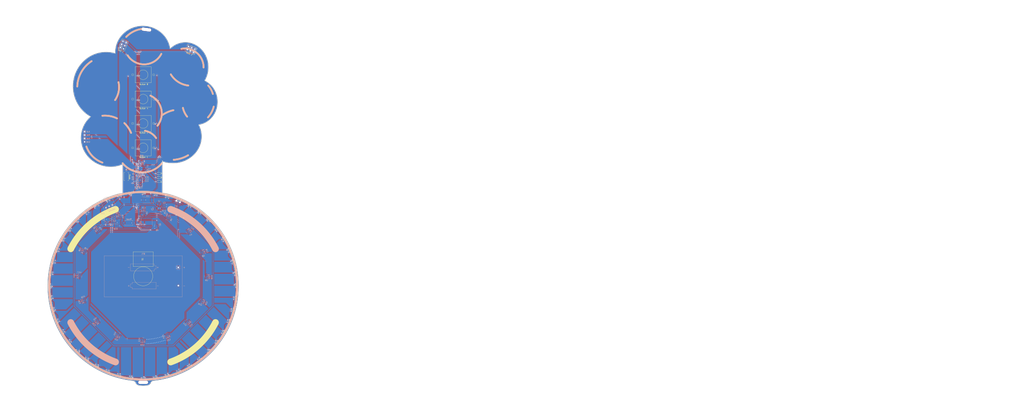
<source format=kicad_pcb>
(kicad_pcb (version 20221018) (generator pcbnew)
  (layers (0 "F.Cu" signal) (31 "B.Cu" signal) (34 "B.Paste" user) (35 "F.Paste" user) (36 "B.SilkS" user "B.Silkscreen") (37 "F.SilkS" user "F.Silkscreen") (38 "B.Mask" user) (39 "F.Mask" user) (44 "Edge.Cuts" user))
  (net 0 "")
  (net 1 "Net-(U1-AREF{slash}PA0)")
  (net 2 "GND")
  (net 3 "Net-(U1-PA4)")
  (net 4 "Net-(U1-PA5)")
  (net 5 "Net-(U1-PA6)")
  (net 6 "Net-(U1-PA7)")
  (net 7 "Net-(J1-Pin_3)")
  (net 8 "Net-(BT1-+)")
  (net 9 "+BATT")
  (net 10 "+3.3V")
  (net 11 "Net-(U4-EN)")
  (net 12 "VEE")
  (net 13 "Net-(U3-BIAS)")
  (net 14 "Net-(C12-Pad1)")
  (net 15 "Net-(C12-Pad2)")
  (net 16 "Net-(C13-Pad1)")
  (net 17 "Net-(C14-Pad1)")
  (net 18 "Net-(D1-K)")
  (net 19 "Net-(D1-A)")
  (net 20 "Net-(D2-K)")
  (net 21 "Net-(D2-A)")
  (net 22 "Net-(D3-K)")
  (net 23 "Net-(D3-A)")
  (net 24 "Net-(J1-Pin_2)")
  (net 25 "SDA")
  (net 26 "SCL")
  (net 27 "Net-(J2-Pin_5)")
  (net 28 "Net-(J2-Pin_6)")
  (net 29 "Net-(J3-Pin_6)")
  (net 30 "Net-(U4-L2)")
  (net 31 "Net-(U4-L1)")
  (net 32 "Net-(Q1-G)")
  (net 33 "Net-(Q2-B)")
  (net 34 "Net-(Q2-C)")
  (net 35 "Net-(Q2-E)")
  (net 36 "Net-(U2-~{RESET})")
  (net 37 "Net-(R7-Pad1)")
  (net 38 "Net-(U1-PA2)")
  (net 39 "Net-(U1-PD4)")
  (net 40 "Net-(U3-IN-)")
  (net 41 "Net-(U3-OUT+)")
  (net 42 "Net-(U3-OUT-)")
  (net 52 "Net-(U1-PD0{slash}AREF)")
  (net 54 "Net-(U2-P00)")
  (net 55 "Net-(U2-P01)")
  (net 56 "Net-(U2-P02)")
  (net 57 "Net-(U2-P03)")
  (net 58 "Net-(U2-P04)")
  (net 59 "Net-(U10-VOUT)")
  (net 60 "Net-(U11-VOUT)")
  (net 61 "Net-(U12-VOUT)")
  (net 62 "Net-(U13-VOUT)")
  (net 63 "Net-(U14-VOUT)")
  (net 64 "Net-(U15-VOUT)")
  (net 65 "Net-(U16-VOUT)")
  (net 66 "Net-(U17-VOUT)")
  (net 67 "Net-(U18-VOUT)")
  (net 68 "Net-(U19-VOUT)")
  (net 69 "Net-(U2-P17)")
  (net 70 "Net-(U21-DO)")
  (net 71 "Net-(U22-DO)")
  (net 72 "Net-(U23-DO)")
  (net 73 "Net-(U24-DO)")
  (net 74 "Net-(U25-DO)")
  (net 75 "Net-(U26-DO)")
  (net 76 "Net-(U27-DO)")
  (net 77 "Net-(U28-DO)")
  (net 78 "Net-(U29-DO)")
  (net 79 "Net-(U30-DO)")
  (net 80 "Net-(U31-DO)")
  (net 81 "Net-(U32-DO)")
  (net 82 "Net-(U33-DO)")
  (net 83 "Net-(U34-DO)")
  (net 84 "Net-(U35-DO)")
  (net 85 "Net-(U36-DO)")
  (net 86 "Net-(U37-DO)")
  (net 87 "Net-(U38-DO)")
  (net 88 "Net-(U39-DO)")
  (net 89 "Net-(U40-DO)")
  (net 90 "Net-(U41-DO)")
  (net 91 "Net-(U42-DO)")
  (net 92 "Net-(U43-DO)")
  (net 93 "Net-(U44-DO)")
  (net 94 "Net-(U45-DO)")
  (net 95 "Net-(U46-DO)")
  (net 96 "Net-(U47-DO)")
  (net 97 "Net-(U48-DO)")
  (net 98 "Net-(U49-DO)")
  (net 99 "Net-(U50-DO)")
  (net 100 "Net-(U51-DO)")
  (net 101 "Net-(U52-DO)")
  (net 102 "Net-(U53-DO)")
  (net 103 "Net-(U54-DO)")
  (net 104 "Net-(U55-DO)")
  (net 105 "Net-(U56-DO)")
  (net 106 "Net-(U57-DO)")
  (net 107 "Net-(U58-DO)")
  (net 108 "Net-(U59-DO)")
  (net 109 "Net-(U60-DO)")
  (net 110 "Net-(U61-DO)")
  (net 111 "Net-(U62-DO)")
  (net 112 "Net-(U63-DO)")
  (net 113 "Net-(U64-DO)")
  (net 114 "Net-(U65-DO)")
  (net 115 "Net-(U66-DO)")
  (net 116 "Net-(U67-DO)")
  (net 117 "Net-(U69-DO)")
  (net 118 "Net-(U70-DO)")
  (net 119 "Net-(U71-DO)")
  (net 120 "Net-(U72-DO)")
  (net 121 "Net-(U73-DO)")
  (net 122 "Net-(U74-DO)")
  (net 123 "Net-(U75-DO)")
  (net 125 "Net-(U68-DO)")
  (footprint "ws2812b-1010:ws2812b-1010-no-silk-screen" (layer "F.Cu") (at 248.15 448.29 -82.5)
    (fp_text reference "U56" hide)
    (fp_text value "~")
  )
  (footprint "LED_SMD:LED_0603_1608Metric" (layer "F.Cu") (at 328.2625 355.61 180)
    (fp_text reference "D3" hide)
    (fp_text value "red")
  )
  (footprint "ws2812b-1010:ws2812b-1010-no-silk-screen" (layer "F.Cu") (at 324.55 318.2 -90)
    (fp_text reference "U72" hide)
    (fp_text value "~")
  )
  (footprint "TS-1101-C-W:SW_PTS636_SM43J_SMTR_LFS" (layer "F.Cu") (at 304.15 357.75 -90)
    (fp_text reference "B1" hide)
    (fp_text value "mode")
  )
  (footprint "ws2812b-1010:ws2812b-1010-no-silk-screen" (layer "F.Cu") (at 325.78 507.85 7.5)
    (fp_text reference "U44" hide)
    (fp_text value "~")
  )
  (footprint "Connector_Wire:SolderWirePad_1x01_SMD_1x2mm" (layer "F.Cu") (at 316.75 511.3)
    (fp_text reference "REF**" hide)
    (fp_text value "SolderWirePad_1x01_SMD_1x2mm")
  )
  (footprint "ws2812b-1010:ws2812b-1010-no-silk-screen" (layer "F.Cu") (at 308.95 300 180)
    (fp_text reference "U73" hide)
    (fp_text value "~")
  )
  (footprint "ws2812b-1010:ws2812b-1010-no-silk-screen" (layer "F.Cu") (at 365.67 488.17 45)
    (fp_text reference "U39" hide)
    (fp_text value "~")
  )
  (footprint "ws2812b-1010:ws2812b-1010-no-silk-screen" (layer "F.Cu") (at 334.66 506.08 15)
    (fp_text reference "U43" hide)
    (fp_text value "~")
  )
  (footprint "ws2812b-1010:ws2812b-1010-no-silk-screen" (layer "F.Cu") (at 324.55 300 -90)
    (fp_text reference "U74" hide)
    (fp_text value "~")
  )
  (footprint "ws2812b-1010:ws2812b-1010-no-silk-screen" (layer "F.Cu") (at 324.55 336.35 -90)
    (fp_text reference "U70" hide)
    (fp_text value "~")
  )
  (footprint "DTSM-21R-V-B:DTSM-21R-V-B" (layer "F.Cu") (at 316.73 281.82)
    (fp_text reference "key1" hide)
    (fp_text value "key1")
  )
  (footprint "ws2812b-1010:ws2812b-1010-no-silk-screen" (layer "F.Cu") (at 267.82 390.322893 -135)
    (fp_text reference "U63" hide)
    (fp_text value "~")
  )
  (footprint "ws2812b-1010:ws2812b-1010-no-silk-screen" (layer "F.Cu") (at 376.67 404.66 120)
    (fp_text reference "U29" hide)
    (fp_text value "~")
  )
  (footprint "ws2812b-1010:ws2812b-1010-no-silk-screen" (layer "F.Cu") (at 298.846447 506.087628 -15)
    (fp_text reference "U47" hide)
    (fp_text value "~")
  )
  (footprint "ws2812b-1010:ws2812b-1010-no-silk-screen" (layer "F.Cu") (at 307.720459 507.850986 -7.5)
    (fp_text reference "U46" hide)
    (fp_text value "~")
  )
  (footprint "Resistor_SMD:R_0603_1608Metric" (layer "F.Cu") (at 328.2625 354.09)
    (fp_text reference "R3" hide)
    (fp_text value "1k" hide)
  )
  (footprint "ws2812b-1010:ws2812b-1010-no-silk-screen" (layer "F.Cu") (at 383.59 457.16 75)
    (fp_text reference "U35" hide)
    (fp_text value "~")
  )
  (footprint "ws2812b-1010:ws2812b-1010-no-silk-screen" (layer "F.Cu") (at 290.270598 503.173281 -22.5)
    (fp_text reference "U48" hide)
    (fp_text value "~")
  )
  (footprint "ws2812b-1010:ws2812b-1010-no-silk-screen" (layer "F.Cu") (at 358.982296 384.201057 142.5)
    (fp_text reference "U26" hide)
    (fp_text value "~")
  )
  (footprint "ws2812b-1010:ws2812b-1010-no-silk-screen" (layer "F.Cu") (at 371.64 481.37 52.5)
    (fp_text reference "U38" hide)
    (fp_text value "~")
  )
  (footprint "ws2812b-1010:ws2812b-1010-no-silk-screen" (layer "F.Cu") (at 385.34 430.21 97.5)
    (fp_text reference "U32" hide)
    (fp_text value "~")
  )
  (footprint "SM150508-7:SM150508-7" (layer "F.Cu") (at 316.75 419.4 90)
    (fp_text reference "S1")
    (fp_text value "~")
  )
  (footprint "ws2812b-1010:ws2812b-1010-no-silk-screen" (layer "F.Cu") (at 307.72 370.66 -172.5)
    (fp_text reference "U68" hide)
    (fp_text value "~")
  )
  (footprint "ws2812b-1010:ws2812b-1010-no-silk-screen" (layer "F.Cu") (at 371.64 397.13 127.5)
    (fp_text reference "U28" hide)
    (fp_text value "~")
  )
  (footprint "ws2812b-1010:ws2812b-1010-no-silk-screen" (layer "F.Cu") (at 249.92 421.35 -105)
    (fp_text reference "U59" hide)
    (fp_text value "~")
  )
  (footprint "ws2812b-1010:ws2812b-1010-no-silk-screen" (layer "F.Cu") (at 290.27 375.34 -157.5)
    (fp_text reference "U66" hide)
    (fp_text value "~")
  )
  (footprint "ws2812b-1010:ws2812b-1010-no-silk-screen" (layer "F.Cu") (at 380.669402 465.726719 67.5)
    (fp_text reference "U36" hide)
    (fp_text value "~")
  )
  (footprint "ws2812b-1010:ws2812b-1010-no-silk-screen" (layer "F.Cu") (at 380.67 412.77 112.5)
    (fp_text reference "U30" hide)
    (fp_text value "~")
  )
  (footprint "ws2812b-1010:ws2812b-1010-no-silk-screen" (layer "F.Cu") (at 385.93 439.25 90)
    (fp_text reference "U33" hide)
    (fp_text value "~")
  )
  (footprint "ws2812b-1010:ws2812b-1010-no-silk-screen" (layer "F.Cu") (at 308.95 281.8 180)
    (fp_text reference "U75" hide)
    (fp_text value "~")
  )
  (footprint "ws2812b-1010:ws2812b-1010-no-silk-screen" (layer "F.Cu") (at 261.868943 397.132296 -127.5)
    (fp_text reference "U62" hide)
    (fp_text value "~")
  )
  (footprint "ws2812b-1010:ws2812b-1010-no-silk-screen" (layer "F.Cu") (at 385.350459 448.270986 82.5)
    (fp_text reference "U34" hide)
    (fp_text value "~")
  )
  (footprint "ws2812b-1010:ws2812b-1010-no-silk-screen" (layer "F.Cu") (at 351.446987 379.153013 150)
    (fp_text reference "U25" hide)
    (fp_text value "~")
  )
  (footprint "DTSM-21R-V-B:DTSM-21R-V-B" (layer "F.Cu") (at 316.74 336.36)
    (fp_text reference "key4" hide)
    (fp_text value "key4")
  )
  (footprint "ws2812b-1010:ws2812b-1010-no-silk-screen" (layer "F.Cu") (at 358.878943 494.137704 37.5)
    (fp_text reference "U40" hide)
    (fp_text value "~")
  )
  (footprint "Connector_PinSocket_2.54mm:PinSocket_2x03_P2.54mm_Vertical" (layer "F.Cu") (at 299.73192 261.489135 157.5)
    (fp_text reference "J2" hide)
    (fp_text value "Conn_02x03_Odd_Even")
  )
  (footprint "ws2812b-1010:ws2812b-1010-no-silk-screen" (layer "F.Cu") (at 248.160986 430.219541 -97.5)
    (fp_text reference "U58" hide)
    (fp_text value "~")
  )
  (footprint "ws2812b-1010:ws2812b-1010-no-silk-screen" (layer "F.Cu") (at 249.913553 457.157628 -75)
    (fp_text reference "U55" hide)
    (fp_text value "~")
  )
  (footprint "ws2812b-1010:ws2812b-1010-no-silk-screen" (layer "F.Cu") (at 351.35 499.17 30)
    (fp_text reference "U41" hide)
    (fp_text value "~")
  )
  (footprint "ws2812b-1010:ws2812b-1010-no-silk-screen" (layer "F.Cu") (at 247.57 439.26 -90)
    (fp_text reference "U57" hide)
    (fp_text value "~")
  )
  (footprint "Resistor_SMD:R_0603_1608Metric" (layer "F.Cu") (at 328.2625 357.1)
    (fp_text reference "R4" hide)
    (fp_text value "1k" hide)
  )
  (footprint "LED_SMD:LED_0603_1608Metric" (layer "F.Cu") (at 328.2625 358.61 180)
    (fp_text reference "D2" hide)
    (fp_text value "red")
  )
  (footprint "ws2812b-1010:ws2812b-1010-no-silk-screen" (layer "F.Cu") (at 256.84 473.84 -60)
    (fp_text reference "U53" hide)
    (fp_text value "~")
  )
  (footprint "ws2812b-1010:ws2812b-1010-no-silk-screen" (layer "F.Cu") (at 261.862296 481.368943 -52.5)
    (fp_text reference "U52" hide)
    (fp_text value "~")
  )
  (footprint "ws2812b-1010:ws2812b-1010-no-silk-screen" (layer "F.Cu") (at 316.75 508.44)
    (fp_text reference "U45" hide)
    (fp_text value "~")
  )
  (footprint "ws2812b-1010:ws2812b-1010-no-silk-screen" (layer "F.Cu") (at 343.23 503.17 22.5)
    (fp_text reference "U42" hide)
    (fp_text value "~")
  )
  (footprint "DTSM-21R-V-B:DTSM-21R-V-B" (layer "F.Cu") (at 316.74 318.18)
    (fp_text reference "key3" hide)
    (fp_text value "key3")
  )
  (footprint "ws2812b-1010:ws2812b-1010-no-silk-screen" (layer "F.Cu") (at 308.95 336.35 180)
    (fp_text reference "U69" hide)
    (fp_text value "~")
  )
  (footprint "ws2812b-1010:ws2812b-1010-no-silk-screen" (layer "F.Cu") (at 316.75 369.85 180)
    (fp_text reference "U21" hide)
    (fp_text value "~")
  )
  (footprint "ws2812b-1010:ws2812b-1010-no-silk-screen" (layer "F.Cu") (at 282.156987 499.166987 -30)
    (fp_text reference "U49" hide)
    (fp_text value "~")
  )
  (footprint "ws2812b-1010:ws2812b-1010-no-silk-screen" (layer "F.Cu") (at 343.223281 375.319402 157.5)
    (fp_text reference "U24" hide)
    (fp_text value "~")
  )
  (footprint "ws2812b-1010:ws2812b-1010-no-silk-screen" (layer "F.Cu") (at 267.82 488.18 -45)
    (fp_text reference "U51" hide)
    (fp_text value "~")
  )
  (footprint "ws2812b-1010:ws2812b-1010-no-silk-screen" (layer "F.Cu") (at 252.820598 465.736719 -67.5)
    (fp_text reference "U54" hide)
    (fp_text value "~")
  )
  (footprint "ws2812b-1010:ws2812b-1010-no-silk-screen" (layer "F.Cu") (at 282.16 379.33 -150)
    (fp_text reference "U65" hide)
    (fp_text value "~")
  )
  (footprint "ws2812b-1010:ws2812b-1010-no-silk-screen" (layer "F.Cu") (at 308.95 318.2 180)
    (fp_text reference "U71" hide)
    (fp_text value "~")
  )
  (footprint "ws2812b-1010:ws2812b-1010-no-silk-screen" (layer "F.Cu") (at 325.779541 370.659014 172.5)
    (fp_text reference "U22" hide)
    (fp_text value "~")
  )
  (footprint "ws2812b-1010:ws2812b-1010-no-silk-screen" (layer "F.Cu") (at 256.82 404.66 -120)
    (fp_text reference "U61" hide)
    (fp_text value "~")
  )
  (footprint "ws2812b-1010:ws2812b-1010-no-silk-screen" (layer "F.Cu") (at 298.84 372.42 -165)
    (fp_text reference "U67" hide)
    (fp_text value "~")
  )
  (footprint "LED_SMD:LED_0603_1608Metric" (layer "F.Cu") (at 328.25 361.61 180)
    (fp_text reference "D1" hide)
    (fp_text value "red")
  )
  (footprint "custom-pad:Knowles-SPH" (layer "F.Cu") (at 316.65 432.2)
    (fp_text reference "REF**" hide)
    (fp_text value "Knowles-SPH")
  )
  (footprint "Connector_Wire:SolderWirePad_1x01_SMD_1x2mm" (layer "F.Cu") (at 319.1 248.1 -7.5)
    (fp_text reference "REF**" hide)
    (fp_text value "SolderWirePad_1x01_SMD_1x2mm")
  )
  (footprint "ws2812b-1010:ws2812b-1010-no-silk-screen" (layer "F.Cu") (at 334.647628 372.423553 165)
    (fp_text reference "U23" hide)
    (fp_text value "~")
  )
  (footprint "ws2812b-1010:ws2812b-1010-no-silk-screen" (layer "F.Cu") (at 324.55 281.8 -90)
    (fp_text reference "U76" hide)
    (fp_text value "~")
  )
  (footprint "ws2812b-1010:ws2812b-1010-no-silk-screen" (layer "F.Cu") (at 274.63 384.35 -142.5)
    (fp_text reference "U64" hide)
    (fp_text value "~")
  )
  (footprint "DTSM-21R-V-B:DTSM-21R-V-B" (layer "F.Cu") (at 316.74 300)
    (fp_text reference "key2" hide)
    (fp_text value "key2")
  )
  (footprint "ws2812b-1010:ws2812b-1010-no-silk-screen" (layer "F.Cu") (at 365.68 390.32 135)
    (fp_text reference "U27" hide)
    (fp_text value "~")
  )
  (footprint "ws2812b-1010:ws2812b-1010-no-silk-screen" (layer "F.Cu") (at 376.67 473.84 60)
    (fp_text reference "U37" hide)
    (fp_text value "~")
  )
  (footprint "Resistor_SMD:R_0603_1608Metric" (layer "F.Cu") (at 328.25 360.11)
    (fp_text reference "R5" hide)
    (fp_text value "1k" hide)
  )
  (footprint "ws2812b-1010:ws2812b-1010-no-silk-screen" (layer "F.Cu") (at 274.641057 494.137704 -37.5)
    (fp_text reference "U50" hide)
    (fp_text value "~")
  )
  (footprint "ws2812b-1010:ws2812b-1010-no-silk-screen" (layer "F.Cu") (at 252.826719 412.770598 -112.5)
    (fp_text reference "U60" hide)
    (fp_text value "~")
  )
  (footprint "Connector_PinSocket_2.54mm:PinSocket_2x03_P2.54mm_Vertical" (layer "F.Cu") (at 350.533346 260.757984 67.5)
    (fp_text reference "J3" hide)
    (fp_text value "Conn_02x03_Odd_Even")
  )
  (footprint "ws2812b-1010:ws2812b-1010-no-silk-screen" (layer "F.Cu") (at 383.58 421.35 105)
    (fp_text reference "U31" hide)
    (fp_text value "~")
  )
  (footprint "Capacitor_SMD:C_0603_1608Metric" (layer "B.Cu") (at 314.45 394.3 90)
    (fp_text reference "C8")
    (fp_text value ".1uF")
  )
  (footprint "Resistor_SMD:R_0603_1608Metric" (layer "B.Cu") (at 311.07 363.6075 90)
    (fp_text reference "R9")
    (fp_text value "1k")
  )
  (footprint "Package_TO_SOT_SMD:SOT-23-3" (layer "B.Cu") (at 334.8 475.9 22.5)
    (fp_text reference "U12")
    (fp_text value "KTH1601SL-ST3")
  )
  (footprint "Capacitor_SMD:C_0603_1608Metric" (layer "B.Cu") (at 316.47 361.2825)
    (fp_text reference "C12")
    (fp_text value ".474uF")
  )
  (footprint "Resistor_SMD:R_0603_1608Metric" (layer "B.Cu") (at 314.07 363.6075 90)
    (fp_text reference "R8")
    (fp_text value "1k")
  )
  (footprint "Package_TO_SOT_SMD:SOT-23" (layer "B.Cu") (at 312.97 358.7325)
    (fp_text reference "Q2")
    (fp_text value "PZT2222A/MMBT2222A")
  )
  (footprint "Capacitor_SMD:C_0603_1608Metric" (layer "B.Cu") (at 266.980316 431.73 -90)
    (fp_text reference "C27")
    (fp_text value ".1uF")
  )
  (footprint "TS-1101-C-W:SW_PTS636_SM43J_SMTR_LFS" (layer "B.Cu") (at 306.05 392.35 180)
    (fp_text reference "B6" hide)
    (fp_text value "reset")
  )
  (footprint "Battery:BatteryHolder_MPD_BC2AAPC_2xAA" (layer "B.Cu") (at 342.96 425.57 180)
    (fp_text reference "BT1")
    (fp_text value "Battery")
  )
  (footprint "Capacitor_SMD:C_0603_1608Metric" (layer "B.Cu") (at 351.367458 467.97356 45)
    (fp_text reference "C21")
    (fp_text value ".1uF")
  )
  (footprint "Capacitor_SMD:C_0603_1608Metric" (layer "B.Cu") (at 317.27 382.480316 180)
    (fp_text reference "C15")
    (fp_text value ".1uF")
  )
  (footprint "Package_TO_SOT_SMD:SOT-23-3" (layer "B.Cu") (at 273.1 414.2 -112.5)
    (fp_text reference "U18")
    (fp_text value "KTH1601SL-ST3")
  )
  (footprint "Resistor_SMD:R_0603_1608Metric" (layer "B.Cu") (at 316.45 345.55 -90)
    (fp_text reference "R14")
    (fp_text value "4.7k")
  )
  (footprint "Capacitor_SMD:C_0603_1608Metric" (layer "B.Cu") (at 295.5 392.1)
    (fp_text reference "C3")
    (fp_text value ".1uF")
  )
  (footprint "Package_TO_SOT_SMD:SOT-23-3" (layer "B.Cu") (at 360.4 450.4 67.5)
    (fp_text reference "U10")
    (fp_text value "KTH1601SL-ST3")
  )
  (footprint "Resistor_SMD:R_0603_1608Metric" (layer "B.Cu") (at 315.62 363.6075 90)
    (fp_text reference "R7")
    (fp_text value "22k")
  )
  (footprint "Capacitor_SMD:C_0603_1608Metric" (layer "B.Cu") (at 297.109148 478.009755 -22.5)
    (fp_text reference "C24")
    (fp_text value ".1uF")
  )
  (footprint "Package_TO_SOT_SMD:SOT-23-3" (layer "B.Cu") (at 350 465.8 45)
    (fp_text reference "U11")
    (fp_text value "KTH1601SL-ST3")
  )
  (footprint "Capacitor_SMD:C_0603_1608Metric" (layer "B.Cu") (at 318.8 349.85 -90)
    (fp_text reference "C7")
    (fp_text value ".1uF")
  )
  (footprint "Resistor_SMD:R_0603_1608Metric" (layer "B.Cu") (at 327.0875 396.45)
    (fp_text reference "R6")
    (fp_text value "10k")
  )
  (footprint "Package_TO_SOT_SMD:SOT-23" (layer "B.Cu") (at 326.95 393.75 90)
    (fp_text reference "Q1")
    (fp_text value "2N7002")
  )
  (footprint "Capacitor_SMD:C_0603_1608Metric" (layer "B.Cu") (at 289.4 385.15 180)
    (fp_text reference "C11")
    (fp_text value ".1uF")
  )
  (footprint "Capacitor_Tantalum_SMD:CP_EIA-7343-31_Kemet-D" (layer "B.Cu") (at 320.1 375.25 180)
    (fp_text reference "C5")
    (fp_text value "470uF")
  )
  (footprint "Package_TO_SOT_SMD:SOT-23-3" (layer "B.Cu") (at 283.3 465.7 -45)
    (fp_text reference "U15")
    (fp_text value "KTH1601SL-ST3")
  )
  (footprint "Package_TO_SOT_SMD:SOT-23-3" (layer "B.Cu") (at 360.4 414.2 112.5)
    (fp_text reference "U8")
    (fp_text value "KTH1601SL-ST3")
  )
  (footprint "Capacitor_SMD:C_0603_1608Metric" (layer "B.Cu") (at 298.16237 386.053986 -157.5)
    (fp_text reference "C30")
    (fp_text value ".1uF")
  )
  (footprint "Package_TO_SOT_SMD:SOT-23-3" (layer "B.Cu") (at 273.1 450.4 -67.5)
    (fp_text reference "U16")
    (fp_text value "KTH1601SL-ST3")
  )
  (footprint "Capacitor_SMD:C_0603_1608Metric" (layer "B.Cu") (at 312.57 363.6075 90)
    (fp_text reference "C14")
    (fp_text value ".474uF")
  )
  (footprint "Resistor_SMD:R_0603_1608Metric" (layer "B.Cu") (at 310.22 358.9325 90)
    (fp_text reference "R10")
    (fp_text value "510")
  )
  (footprint "TRIM-3352T:TRIM_3352T-1-103LF" (layer "B.Cu") (at 290.355045 377.320482 -157.5)
    (fp_text reference "RV1")
    (fp_text value "20k")
  )
  (footprint "Package_TO_SOT_SMD:SOT-23-3" (layer "B.Cu") (at 298.6 388.6 -157.5)
    (fp_text reference "U20")
    (fp_text value "KTH1601SL-ST3")
  )
  (footprint "Capacitor_SMD:C_0603_1608Metric" (layer "B.Cu") (at 335.23763 478.446013 22.5)
    (fp_text reference "C22")
    (fp_text value ".1uF")
  )
  (footprint "Package_SO:TSSOP-24_4.4x7.8mm_P0.65mm" (layer "B.Cu") (at 319.4 392.1 -90)
    (fp_text reference "U2")
    (fp_text value "TCA6416APWR")
  )
  (footprint "Connector_PinHeader_2.54mm:PinHeader_1x04_P2.54mm_Horizontal" (layer "B.Cu") (at 273.1 331.89)
    (fp_text reference "J1" hide)
    (fp_text value "Conn_01x04_Socket")
  )
  (footprint "Package_TO_SOT_SMD:SOT-23-3" (layer "B.Cu") (at 350.2 398.8 135)
    (fp_text reference "U7")
    (fp_text value "KTH1601SL-ST3")
  )
  (footprint "Package_SO:SOIC-8_3.9x4.9mm_P1.27mm" (layer "B.Cu") (at 290.65 389.7 -90)
    (fp_text reference "U3")
    (fp_text value "NCS2211DR2G/SC8002B")
  )
  (footprint "Package_DFN_QFN:QFN-32-1EP_5x5mm_P0.5mm_EP3.1x3.1mm" (layer "B.Cu") (at 314.9 351.8625)
    (fp_text reference "U1")
    (fp_text value "ATxmega16E5-M")
  )
  (footprint "Capacitor_SMD:C_0603_1608Metric" (layer "B.Cu") (at 281.115264 467.078635 -45)
    (fp_text reference "C25")
    (fp_text value ".1uF")
  )
  (footprint "MSS3-V-T/TA-3524A-A1-W:MSS3VTR" (layer "B.Cu") (at 343.240086 375.237539 -22.5)
    (fp_text reference "SW1" hide)
    (fp_text value "SW_SPST" hide)
  )
  (footprint "Capacitor_SMD:C_0603_1608Metric" (layer "B.Cu") (at 325.15 381.85 90)
    (fp_text reference "C2")
    (fp_text value "10uF")
  )
  (footprint "Package_TO_SOT_SMD:SOT-23-3" (layer "B.Cu") (at 269.5 432.3 -90)
    (fp_text reference "U17")
    (fp_text value "KTH1601SL-ST3")
  )
  (footprint "Capacitor_SMD:C_0603_1608Metric" (layer "B.Cu") (at 270.990245 412.709147 -112.5)
    (fp_text reference "C28")
    (fp_text value ".1uF")
  )
  (footprint "Capacitor_SMD:C_0603_1608Metric" (layer "B.Cu") (at 270.553987 450.837631 -67.5)
    (fp_text reference "C26")
    (fp_text value ".1uF")
  )
  (footprint "Capacitor_SMD:C_0603_1608Metric" (layer "B.Cu") (at 362.509755 451.890852 67.5)
    (fp_text reference "C20")
    (fp_text value ".1uF")
  )
  (footprint "Package_TO_SOT_SMD:SOT-23-3" (layer "B.Cu") (at 316.7 479.5)
    (fp_text reference "U13")
    (fp_text value "KTH1601SL-ST3")
  )
  (footprint "Inductor_SMD:L_1008_2520Metric" (layer "B.Cu") (at 328.65 378.05)
    (fp_text reference "L1")
    (fp_text value "2.2uH")
  )
  (footprint "Capacitor_SMD:C_0603_1608Metric" (layer "B.Cu") (at 281.921365 396.715263 -135)
    (fp_text reference "C29")
    (fp_text value ".1uF")
  )
  (footprint "Resistor_SMD:R_0603_1608Metric" (layer "B.Cu") (at 314.95 345.55 90)
    (fp_text reference "R13")
    (fp_text value "4.7k")
  )
  (footprint "Resistor_SMD:R_0603_1608Metric" (layer "B.Cu") (at 331.55 381.05 -90)
    (fp_text reference "R1")
    (fp_text value "100")
  )
  (footprint "Capacitor_SMD:C_0603_1608Metric" (layer "B.Cu") (at 332.35 378.75)
    (fp_text reference "C1")
    (fp_text value "10uF")
  )
  (footprint "Capacitor_SMD:C_0603_1608Metric" (layer "B.Cu") (at 336.290852 386.490245 157.5)
    (fp_text reference "C16")
    (fp_text value ".1uF")
  )
  (footprint "TPS63001DRCR:VREG_V62_16624-01YE" (layer "B.Cu") (at 328.65 381.45 -90)
    (fp_text reference "U4")
    (fp_text value "TPS63001DRCR")
  )
  (footprint "Capacitor_SMD:C_0603_1608Metric" (layer "B.Cu") (at 362.946013 413.76237 112.5)
    (fp_text reference "C18")
    (fp_text value ".1uF")
  )
  (footprint "Capacitor_SMD:C_0603_1608Metric" (layer "B.Cu") (at 313.32 361.3325)
    (fp_text reference "C13")
    (fp_text value ".220uF")
  )
  (footprint "Resistor_SMD:R_0603_1608Metric" (layer "B.Cu") (at 317.3075 358.9825 90)
    (fp_text reference "R11")
    (fp_text value "47")
  )
  (footprint "Package_TO_SOT_SMD:SOT-23-3" (layer "B.Cu") (at 334.8 388.6 157.5)
    (fp_text reference "U6")
    (fp_text value "KTH1601SL-ST3")
  )
  (footprint "Capacitor_SMD:C_0603_1608Metric" (layer "B.Cu") (at 311.9 355.7625 180)
    (fp_text reference "C9")
    (fp_text value ".1uF")
  )
  (footprint "Capacitor_SMD:C_0603_1608Metric" (layer "B.Cu") (at 366.519684 432.87 90)
    (fp_text reference "C19")
    (fp_text value ".1uF")
  )
  (footprint "Capacitor_SMD:C_0603_1608Metric" (layer "B.Cu") (at 333.15 381.05 90)
    (fp_text reference "C4")
    (fp_text value "0.1uF")
  )
  (footprint "Package_TO_SOT_SMD:SOT-23-3" (layer "B.Cu") (at 298.6 475.9 -22.5)
    (fp_text reference "U14")
    (fp_text value "KTH1601SL-ST3")
  )
  (footprint "Capacitor_SMD:C_0603_1608Metric" (layer "B.Cu") (at 352.384736 397.421365 135)
    (fp_text reference "C17")
    (fp_text value ".1uF")
  )
  (footprint "Resistor_SMD:R_0603_1608Metric" (layer "B.Cu") (at 316.125 387.5)
    (fp_text reference "R2")
    (fp_text value "10k")
  )
  (footprint "Package_TO_SOT_SMD:SOT-23-3" (layer "B.Cu") (at 283.3 398.9 -135)
    (fp_text reference "U19")
    (fp_text value "KTH1601SL-ST3")
  )
  (footprint "Capacitor_Tantalum_SMD:CP_EIA-3528-12_Kemet-T" (layer "B.Cu") (at 296.3 394.55)
    (fp_text reference "C10")
    (fp_text value "100uF")
  )
  (footprint "Package_TO_SOT_SMD:SOT-23-3" (layer "B.Cu") (at 316.7 385 180)
    (fp_text reference "U5")
    (fp_text value "KTH1601SL-ST3")
  )
  (footprint "Resistor_SMD:R_0603_1608Metric" (layer "B.Cu") (at 315.7375 358.9825 90)
    (fp_text reference "R12")
    (fp_text value "100")
  )
  (footprint "Package_TO_SOT_SMD:SOT-23-3" (layer "B.Cu") (at 364 432.3 90)
    (fp_text reference "U9")
    (fp_text value "KTH1601SL-ST3")
  )
  (footprint "Capacitor_SMD:C_0603_1608Metric" (layer "B.Cu") (at 316.13 482.019684)
    (fp_text reference "C23")
    (fp_text value ".1uF")
  )
  (footprint "Capacitor_SMD:C_0603_1608Metric" (layer "B.Cu") (at 314.35 389.75 -90)
    (fp_text reference "C6")
    (fp_text value ".1uF")
  )
  (gr_arc (start 330.848811 312.018589) (mid 334.861184 309.725235) (end 339.24631 308.26603) (stroke (width 1.27)) (layer "B.SilkS"))
  (gr_arc (start 337.251178 382.244087) (mid 356.750006 393.78818) (end 370.638877 411.692639) (stroke (width 5)) (layer "B.SilkS"))
  (gr_arc (start 369.322698 305.593474) (mid 367.683126 309.870914) (end 365.048811 313.618589) (stroke (width 1.27)) (layer "B.SilkS"))
  (gr_arc (start 330.248811 266.268589) (mid 318.044809 274.045991) (end 305.196614 267.386447) (stroke (width 1.27)) (layer "B.SilkS"))
  (gr_arc (start 267.601233 290.583991) (mid 270.639203 279.81941) (end 278.298811 271.668589) (stroke (width 1.27)) (layer "B.SilkS"))
  (gr_arc (start 365.19387 289.849216) (mid 367.276078 292.788412) (end 368.64881 296.118589) (stroke (width 1.27)) (layer "B.SilkS"))
  (gr_arc (start 350.2 341.9) (mid 345.045091 344.205938) (end 339.498811 345.268589) (stroke (width 1.27)) (layer "B.SilkS"))
  (gr_arc (start 304.098811 253.568589) (mid 309.56842 249.541932) (end 316.06852 247.572342) (stroke (width 1.27)) (layer "B.SilkS"))
  (gr_arc (start 302.69881 317.86859) (mid 305.584524 321.248981) (end 307.697302 325.159294) (stroke (width 1.27)) (layer "B.SilkS"))
  (gr_arc (start 350.348811 289.868589) (mid 342.888556 287.203035) (end 337.327453 281.560807) (stroke (width 1.27)) (layer "B.SilkS"))
  (gr_arc (start 345.203289 262.475856) (mid 356.748824 265.518573) (end 361.737038 276.366395) (stroke (width 1.27)) (layer "B.SilkS"))
  (gr_arc (start 349.498812 313.068588) (mid 347.566003 309.989673) (end 346.363815 306.558901) (stroke (width 1.27)) (layer "B.SilkS"))
  (gr_circle (center 316.75 439.25) (end 386.75 439.25) (stroke (width 1.5)) (fill none) (layer "B.SilkS"))
  (gr_arc (start 298.340967 287.375775) (mid 298.455235 294.311127) (end 295.798811 300.718589) (stroke (width 1.27)) (layer "B.SilkS"))
  (gr_arc (start 286.348811 347.368588) (mid 279.057208 342.69829) (end 274.418829 335.386341) (stroke (width 1.27)) (layer "B.SilkS"))
  (gr_arc (start 296.151174 496.144093) (mid 276.652346 484.6) (end 262.763475 466.695541) (stroke (width 5)) (layer "B.SilkS"))
  (gr_arc (start 330.698811 347.868589) (mid 316.065383 354.716107) (end 301.438318 347.855008) (stroke (width 1.27)) (layer "B.SilkS"))
  (gr_arc (start 286.308294 312.401805) (mid 291.887069 312.645886) (end 297.198811 314.368589) (stroke (width 1.27)) (layer "B.SilkS"))
  (gr_arc (start 322.14643 297.394949) (mid 330.220645 307.364829) (end 327.348811 319.868589) (stroke (width 1.27)) (layer "B.SilkS"))
  (gr_arc (start 318.08921 323.674188) (mid 322.797496 325.518793) (end 326.398811 329.068589) (stroke (width 1.27)) (layer "B.SilkS"))
  (gr_arc (start 330.864996 312.019688) (mid 334.877369 309.726332) (end 339.262495 308.267129) (stroke (width 1.27)) (layer "F.SilkS"))
  (gr_arc (start 286.364996 347.369687) (mid 279.073392 342.699389) (end 274.435014 335.38744) (stroke (width 1.27)) (layer "F.SilkS"))
  (gr_arc (start 330.264996 266.269688) (mid 318.060995 274.04709) (end 305.212799 267.387546) (stroke (width 1.27)) (layer "F.SilkS"))
  (gr_arc (start 302.714995 317.869689) (mid 305.600709 321.25008) (end 307.713487 325.160393) (stroke (width 1.27)) (layer "F.SilkS"))
  (gr_arc (start 345.219474 262.476955) (mid 356.765009 265.519669) (end 361.753223 276.367494) (stroke (width 1.27)) (layer "F.SilkS"))
  (gr_arc (start 350.364996 289.869688) (mid 342.904741 287.204136) (end 337.343638 281.561906) (stroke (width 1.27)) (layer "F.SilkS"))
  (gr_circle (center 316.75 439.25) (end 386.75 439.25) (stroke (width 1.5)) (fill none) (layer "F.SilkS"))
  (gr_arc (start 262.763475 411.692647) (mid 276.652346 393.788188) (end 296.151174 382.244095) (stroke (width 5)) (layer "F.SilkS"))
  (gr_arc (start 298.357152 287.376874) (mid 298.47142 294.312226) (end 295.814996 300.719688) (stroke (width 1.27)) (layer "F.SilkS"))
  (gr_arc (start 369.338883 305.594573) (mid 367.699312 309.872013) (end 365.064996 313.619688) (stroke (width 1.27)) (layer "F.SilkS"))
  (gr_arc (start 350.216185 341.901099) (mid 345.061276 344.207038) (end 339.514996 345.269688) (stroke (width 1.27)) (layer "F.SilkS"))
  (gr_circle (center 316.75 432.2) (end 323.85 432.2) (stroke (width 0.15)) (fill none) (layer "F.SilkS"))
  (gr_arc (start 267.617418 290.58509) (mid 270.655388 279.820509) (end 278.314996 271.669688) (stroke (width 1.27)) (layer "F.SilkS"))
  (gr_arc (start 304.114996 253.569688) (mid 309.584604 249.543031) (end 316.084705 247.573441) (stroke (width 1.27)) (layer "F.SilkS"))
  (gr_arc (start 286.324479 312.402904) (mid 291.903254 312.646985) (end 297.214996 314.369688) (stroke (width 1.27)) (layer "F.SilkS"))
  (gr_arc (start 349.514997 313.069687) (mid 347.582195 309.99077) (end 346.38 306.56) (stroke (width 1.27)) (layer "F.SilkS"))
  (gr_arc (start 365.210055 289.850315) (mid 367.292269 292.789509) (end 368.664995 296.119688) (stroke (width 1.27)) (layer "F.SilkS"))
  (gr_arc (start 330.714996 347.869688) (mid 316.081569 354.717206) (end 301.454503 347.856107) (stroke (width 1.27)) (layer "F.SilkS"))
  (gr_arc (start 322.162615 297.396048) (mid 330.23683 307.365929) (end 327.364996 319.869688) (stroke (width 1.27)) (layer "F.SilkS"))
  (gr_arc (start 318.105395 323.675287) (mid 322.813682 325.519892) (end 326.414996 329.069688) (stroke (width 1.27)) (layer "F.SilkS"))
  (gr_arc (start 370.638871 466.695541) (mid 356.75 484.6) (end 337.251172 496.144093) (stroke (width 5)) (layer "F.SilkS"))
  (gr_line (start 371.568792 306.758506) (end 371.75403 305.996705) (stroke (width 0.330729)) (layer "Edge.Cuts"))
  (gr_line (start 279.212279 378.943738) (end 284.39645 376.014495) (stroke (width 0.330729)) (layer "Edge.Cuts"))
  (gr_line (start 275.296392 269.233574) (end 274.329862 269.947382) (stroke (width 0.330729)) (layer "Edge.Cuts"))
  (gr_line (start 270.4851 326.716388) (end 270.392905 327.843367) (stroke (width 0.330729)) (layer "Edge.Cuts"))
  (gr_line (start 357.783618 260.77832) (end 357.088771 260.295032) (stroke (width 0.330729)) (layer "Edge.Cuts"))
  (gr_line (start 353.598793 378.557249) (end 356.129509 380.16858) (stroke (width 0.330729)) (layer "Edge.Cuts"))
  (gr_line (start 354.795031 341.237848) (end 355.462269 340.514302) (stroke (width 0.330729)) (layer "Edge.Cuts"))
  (gr_line (start 274.762139 341.854521) (end 274.144597 341.010754) (stroke (width 0.325)) (layer "Edge.Cuts"))
  (gr_line (start 313.343063 245.594986) (end 312.331482 245.768371) (stroke (width 0.330729)) (layer "Edge.Cuts"))
  (gr_line (start 301.94479 251.142345) (end 301.264456 251.827038) (stroke (width 0.330729)) (layer "Edge.Cuts"))
  (gr_line (start 273.44513 310.258056) (end 274.75063 311.298671) (stroke (width 0.330729)) (layer "Edge.Cuts"))
  (gr_line (start 349.092056 257.628977) (end 348.211303 257.604793) (stroke (width 0.330729)) (layer "Edge.Cuts"))
  (gr_line (start 387.485238 446.676503) (end 387.032851 450.236534) (stroke (width 0.330729)) (layer "Edge.Cuts"))
  (gr_line (start 348.211303 257.604793) (end 347.413262 257.628056) (stroke (width 0.330729)) (layer "Edge.Cuts"))
  (gr_line (start 339.940545 372.141152) (end 342.796157 373.19562) (stroke (width 0.330729)) (layer "Edge.Cuts"))
  (gr_line (start 285.325715 265.156001) (end 284.111656 265.381161) (stroke (width 0.330729)) (layer "Edge.Cuts"))
  (gr_line (start 372.115174 303.634873) (end 372.168052 302.824971) (stroke (width 0.330729)) (layer "Edge.Cuts"))
  (gr_line (start 331.426681 346.560806) (end 331.570301 346.638035) (stroke (width 0.330729)) (layer "Edge.Cuts"))
  (gr_line (start 292.256984 506.221092) (end 289.026567 504.947668) (stroke (width 0.330729)) (layer "Edge.Cuts"))
  (gr_line (start 372.185855 302.005184) (end 372.140243 300.695235) (stroke (width 0.330729)) (layer "Edge.Cuts"))
  (gr_line (start 345.592786 374.367466) (end 348.327433 375.653689) (stroke (width 0.330729)) (layer "Edge.Cuts"))
  (gr_line (start 339.076591 347.77148) (end 340.169614 347.745528) (stroke (width 0.330729)) (layer "Edge.Cuts"))
  (gr_line (start 298.5 370.636151) (end 301.426377 370.24122) (stroke (width 0.325)) (layer "Edge.Cuts"))
  (gr_line (start 358.881535 320.639153) (end 358.656438 320.116707) (stroke (width 0.330729)) (layer "Edge.Cuts"))
  (gr_line (start 320.266734 245.7026) (end 319.33717 245.557537) (stroke (width 0.330729)) (layer "Edge.Cuts"))
  (gr_line (start 298.90131 254.860005) (end 298.406532 255.6856) (stroke (width 0.330729)) (layer "Edge.Cuts"))
  (gr_line (start 364.91494 316.439216) (end 365.50253 316.00671) (stroke (width 0.330729)) (layer "Edge.Cuts"))
  (gr_line (start 382.428561 412.108988) (end 383.534946 414.940449) (stroke (width 0.330729)) (layer "Edge.Cuts"))
  (gr_line (start 268.973085 305.277819) (end 269.970328 306.636941) (stroke (width 0.330729)) (layer "Edge.Cuts"))
  (gr_line (start 295.942888 265.853178) (end 295.942888 265.853178) (stroke (width 0.330729)) (layer "Edge.Cuts"))
  (gr_line (start 333.565909 254.133915) (end 333.047806 253.424011) (stroke (width 0.330729)) (layer "Edge.Cuts"))
  (gr_line (start 299.435783 254.060113) (end 298.90131 254.860005) (stroke (width 0.330729)) (layer "Edge.Cuts"))
  (gr_line (start 322.08135 246.109833) (end 321.181788 245.887011) (stroke (width 0.330729)) (layer "Edge.Cuts"))
  (gr_line (start 386.741145 426.809432) (end 387.222872 429.897448) (stroke (width 0.330729)) (layer "Edge.Cuts"))
  (gr_line (start 361.424049 264.366152) (end 360.885642 263.692113) (stroke (width 0.330729)) (layer "Edge.Cuts"))
  (gr_line (start 334.504561 255.62021) (end 334.051821 254.866294) (stroke (width 0.330729)) (layer "Edge.Cuts"))
  (gr_line (start 271.113599 323.411729) (end 270.846425 324.498411) (stroke (width 0.330729)) (layer "Edge.Cuts"))
  (gr_line (start 273.398578 270.707438) (end 272.504087 271.512135) (stroke (width 0.330729)) (layer "Edge.Cuts"))
  (gr_line (start 309.442742 510.169362) (end 305.882667 509.717105) (stroke (width 0.330729)) (layer "Edge.Cuts"))
  (gr_line (start 365.244875 278.15855) (end 365.29759 277.500893) (stroke (width 0.330729)) (layer "Edge.Cuts"))
  (gr_line (start 266.858565 279.363661) (end 266.364903 280.497711) (stroke (width 0.330729)) (layer "Edge.Cuts"))
  (gr_line (start 274.153996 496.407264) (end 271.466673 494.295782) (stroke (width 0.330729)) (layer "Edge.Cuts"))
  (gr_line (start 320.3 513.6) (end 321.4 513) (stroke (width 0.330729)) (layer "Edge.Cuts"))
  (gr_line (start 364.815523 280.753128) (end 364.955342 280.11097) (stroke (width 0.330729)) (layer "Edge.Cuts"))
  (gr_line (start 363.798201 283.874764) (end 364.043608 283.264123) (stroke (width 0.330729)) (layer "Edge.Cuts"))
  (gr_line (start 359.878192 331.84967) (end 360.064842 330.86788) (stroke (width 0.330729)) (layer "Edge.Cuts"))
  (gr_line (start 304.985547 248.734934) (end 304.180029 249.284604) (stroke (width 0.330729)) (layer "Edge.Cuts"))
  (gr_line (start 365.314152 275.223213) (end 365.247973 274.280372) (stroke (width 0.330729)) (layer "Edge.Cuts"))
  (gr_line (start 295.839607 350.256539) (end 296.39005 350.168169) (stroke (width 0.330729)) (layer "Edge.Cuts"))
  (gr_line (start 363.044971 317.566188) (end 363.685366 317.21981) (stroke (width 0.330729)) (layer "Edge.Cuts"))
  (gr_line (start 292.648958 372.439579) (end 295.515171 371.477944) (stroke (width 0.330729)) (layer "Edge.Cuts"))
  (gr_line (start 370.191929 310.337941) (end 370.524744 309.655516) (stroke (width 0.330729)) (layer "Edge.Cuts"))
  (gr_line (start 359.021479 334.686785) (end 359.355179 333.760376) (stroke (width 0.330729)) (layer "Edge.Cuts"))
  (gr_line (start 291.685496 264.998374) (end 290.81961 264.921041) (stroke (width 0.330729)) (layer "Edge.Cuts"))
  (gr_line (start 271.816078 321.293768) (end 271.437143 322.342795) (stroke (width 0.330729)) (layer "Edge.Cuts"))
  (gr_line (start 272.545827 338.308468) (end 272.102177 337.355223) (stroke (width 0.325)) (layer "Edge.Cuts"))
  (gr_line (start 287.811566 264.894307) (end 286.559534 264.99318) (stroke (width 0.330729)) (layer "Edge.Cuts"))
  (gr_line (start 361.716937 318.166828) (end 362.388563 317.882146) (stroke (width 0.330729)) (layer "Edge.Cuts"))
  (gr_line (start 366.070931 315.547207) (end 366.619347 315.061561) (stroke (width 0.330729)) (layer "Edge.Cuts"))
  (gr_line (start 345.834794 257.789909) (end 345.056933 257.927438) (stroke (width 0.330729)) (layer "Edge.Cuts"))
  (gr_line (start 348.327433 375.653689) (end 350.997101 377.051284) (stroke (width 0.330729)) (layer "Edge.Cuts"))
  (gr_line (start 364.308953 316.843868) (end 364.91494 316.439216) (stroke (width 0.330729)) (layer "Edge.Cuts"))
  (gr_line (start 339.276363 260.31616) (end 338.628326 260.767859) (stroke (width 0.330729)) (layer "Edge.Cuts"))
  (gr_line (start 276.115772 343.448441) (end 275.419663 342.667534) (stroke (width 0.325)) (layer "Edge.Cuts"))
  (gr_line (start 249.812423 415.173867) (end 250.897573 412.366451) (stroke (width 0.330729)) (layer "Edge.Cuts"))
  (gr_line (start 295.515171 371.477944) (end 298.5 370.636151) (stroke (width 0.325)) (layer "Edge.Cuts"))
  (gr_line (start 385.387909 420.772318) (end 386.128492 423.766721) (stroke (width 0.330729)) (layer "Edge.Cuts"))
  (gr_line (start 344.405404 504.946737) (end 341.174988 506.22035) (stroke (width 0.330729)) (layer "Edge.Cuts"))
  (gr_line (start 371.605444 394.145907) (end 373.460451 396.492061) (stroke (width 0.330729)) (layer "Edge.Cuts"))
  (gr_line (start 295.953087 264.068111) (end 295.926347 265.082581) (stroke (width 0.330729)) (layer "Edge.Cuts"))
  (gr_line (start 268.637742 276.148901) (end 267.996533 277.187647) (stroke (width 0.330729)) (layer "Edge.Cuts"))
  (gr_line (start 335.306593 257.188903) (end 334.923146 256.394725) (stroke (width 0.330729)) (layer "Edge.Cuts"))
  (gr_line (start 311.35 512.25) (end 311.05 511.35) (stroke (width 0.330729)) (layer "Edge.Cuts"))
  (gr_line (start 359.723592 262.431805) (end 359.102108 261.847876) (stroke (width 0.330729)) (layer "Edge.Cuts"))
  (gr_line (start 337.396057 261.767495) (end 336.814389 262.314373) (stroke (width 0.330729)) (layer "Edge.Cuts"))
  (gr_line (start 361.932607 265.067889) (end 361.424049 264.366152) (stroke (width 0.330729)) (layer "Edge.Cuts"))
  (gr_line (start 261.823678 484.654014) (end 259.711852 481.966937) (stroke (width 0.330729)) (layer "Edge.Cuts"))
  (gr_line (start 280.603529 266.414587) (end 279.483999 266.873014) (stroke (width 0.330729)) (layer "Edge.Cuts"))
  (gr_line (start 277.61816 344.908521) (end 278.421646 345.584987) (stroke (width 0.325)) (layer "Edge.Cuts"))
  (gr_line (start 264.427708 290.462735) (end 264.427708 290.462735) (stroke (width 0.330729)) (layer "Edge.Cuts"))
  (gr_line (start 250.897573 412.366451) (end 252.096597 409.617886) (stroke (width 0.330729)) (layer "Edge.Cuts"))
  (gr_line (start 358.641426 335.592226) (end 359.021479 334.686785) (stroke (width 0.330729)) (layer "Edge.Cuts"))
  (gr_line (start 363.685366 317.21981) (end 364.308953 316.843868) (stroke (width 0.330729)) (layer "Edge.Cuts"))
  (gr_line (start 270.831682 273.249012) (end 270.056865 274.177974) (stroke (width 0.330729)) (layer "Edge.Cuts"))
  (gr_line (start 359.763728 323.332762) (end 359.620037 322.784465) (stroke (width 0.330729)) (layer "Edge.Cuts"))
  (gr_line (start 350.997101 377.051284) (end 353.598793 378.557249) (stroke (width 0.330729)) (layer "Edge.Cuts"))
  (gr_line (start 357.747588 337.335186) (end 358.216352 336.475444) (stroke (width 0.330729)) (layer "Edge.Cuts"))
  (gr_line (start 308.475347 246.917177) (end 307.565323 247.311999) (stroke (width 0.330729)) (layer "Edge.Cuts"))
  (gr_line (start 265.203781 284.064721) (end 264.928524 285.303315) (stroke (width 0.330729)) (layer "Edge.Cuts"))
  (gr_line (start 359.283348 321.701469) (end 359.090535 321.167535) (stroke (width 0.330729)) (layer "Edge.Cuts"))
  (gr_line (start 300.00866 253.287161) (end 299.435783 254.060113) (stroke (width 0.330729)) (layer "Edge.Cuts"))
  (gr_line (start 347.55648 503.522276) (end 344.405404 504.946737) (stroke (width 0.330729)) (layer "Edge.Cuts"))
  (gr_line (start 245.855638 433.091581) (end 246.19651 429.992053) (stroke (width 0.330729)) (layer "Edge.Cuts"))
  (gr_line (start 341.248245 347.668508) (end 342.311152 347.541673) (stroke (width 0.330729)) (layer "Edge.Cuts"))
  (gr_line (start 270.392905 327.843367) (end 270.360994 328.979461) (stroke (width 0.330729)) (layer "Edge.Cuts"))
  (gr_line (start 345.056933 257.927438) (end 344.288365 258.101996) (stroke (width 0.330729)) (layer "Edge.Cuts"))
  (gr_line (start 362.388563 317.882146) (end 363.044971 317.566188) (stroke (width 0.330729)) (layer "Edge.Cuts"))
  (gr_line (start 365.587564 288.070218) (end 364.640696 287.383716) (stroke (width 0.330729)) (layer "Edge.Cuts"))
  (gr_line (start 363.268384 267.32758) (end 362.855853 266.549773) (stroke (width 0.330729)) (layer "Edge.Cuts"))
  (gr_line (start 295.286987 350.331336) (end 295.839607 350.256539) (stroke (width 0.330729)) (layer "Edge.Cuts"))
  (gr_line (start 299.100857 349.524476) (end 299.632984 349.355717) (stroke (width 0.330729)) (layer "Edge.Cuts"))
  (gr_line (start 297.541235 257.40894) (end 297.173299 258.304207) (stroke (width 0.330729)) (layer "Edge.Cuts"))
  (gr_line (start 359.102108 261.847876) (end 358.45509 261.296325) (stroke (width 0.330729)) (layer "Edge.Cuts"))
  (gr_line (start 293.618571 350.473798) (end 294.176219 350.440016) (stroke (width 0.330729)) (layer "Edge.Cuts"))
  (gr_line (start 265.380725 297.535172) (end 265.899558 299.195633) (stroke (width 0.330729)) (layer "Edge.Cuts"))
  (gr_line (start 331.426681 346.560806) (end 331.059718 346.025236) (stroke (width 0.325)) (layer "Edge.Cuts"))
  (gr_line (start 349.961305 257.700747) (end 349.092056 257.628977) (stroke (width 0.330729)) (layer "Edge.Cuts"))
  (gr_line (start 362.410234 265.796152) (end 361.932607 265.067889) (stroke (width 0.330729)) (layer "Edge.Cuts"))
  (gr_line (start 318.394079 245.45276) (end 317.438442 245.389207) (stroke (width 0.330729)) (layer "Edge.Cuts"))
  (gr_line (start 337.958994 347.745985) (end 338.531798 347.765057) (stroke (width 0.330729)) (layer "Edge.Cuts"))
  (gr_line (start 360.281771 328.857701) (end 360.309386 327.831819) (stroke (width 0.330729)) (layer "Edge.Cuts"))
  (gr_line (start 284.891832 349.193872) (end 285.920213 349.532275) (stroke (width 0.330729)) (layer "Edge.Cuts"))
  (gr_line (start 270.616321 332.256278) (end 270.811185 333.315918) (stroke (width 0.330729)) (layer "Edge.Cuts"))
  (gr_line (start 367.016991 489.702654) (end 364.546458 492.057933) (stroke (width 0.330729)) (layer "Edge.Cuts"))
  (gr_line (start 359.890862 323.885082) (end 359.763728 323.332762) (stroke (width 0.330729)) (layer "Edge.Cuts"))
  (gr_line (start 284.39645 376.014495) (end 287.086692 374.710759) (stroke (width 0.330729)) (layer "Edge.Cuts"))
  (gr_line (start 249.896033 463.864544) (end 248.777636 460.559162) (stroke (width 0.330729)) (layer "Edge.Cuts"))
  (gr_line (start 363.647494 286.770028) (end 362.611241 286.232707) (stroke (width 0.330729)) (layer "Edge.Cuts"))
  (gr_line (start 289.950913 264.875206) (end 289.080262 264.860992) (stroke (width 0.330729)) (layer "Edge.Cuts"))
  (gr_line (start 345.392208 346.874827) (end 346.378899 346.561279) (stroke (width 0.330729)) (layer "Edge.Cuts"))
  (gr_line (start 281.024516 347.383846) (end 281.951621 347.902108) (stroke (width 0.325)) (layer "Edge.Cuts"))
  (gr_line (start 368.11731 290.531107) (end 367.329155 289.647465) (stroke (width 0.330729)) (layer "Edge.Cuts"))
  (gr_line (start 360.318463 263.046941) (end 359.723592 262.431805) (stroke (width 0.330729)) (layer "Edge.Cuts"))
  (gr_line (start 305.81913 248.222117) (end 304.985547 248.734934) (stroke (width 0.330729)) (layer "Edge.Cuts"))
  (gr_line (start 273.035045 339.236374) (end 272.545827 338.308468) (stroke (width 0.325)) (layer "Edge.Cuts"))
  (gr_line (start 294.257756 265.418122) (end 293.405424 265.247038) (stroke (width 0.330729)) (layer "Edge.Cuts"))
  (gr_line (start 272.102177 337.355223) (end 271.705492 336.377992) (stroke (width 0.325)) (layer "Edge.Cuts"))
  (gr_line (start 331.059718 370.049398) (end 331.059718 346.025236) (stroke (width 0.330729)) (layer "Edge.Cuts"))
  (gr_line (start 303.403869 249.869889) (end 302.658358 250.489549) (stroke (width 0.330729)) (layer "Edge.Cuts"))
  (gr_line (start 364.043608 283.264123) (end 364.268191 282.646099) (stroke (width 0.330729)) (layer "Edge.Cuts"))
  (gr_line (start 245.648983 436.229629) (end 245.855638 433.091581) (stroke (width 0.325)) (layer "Edge.Cuts"))
  (gr_line (start 333.78116 347.28312) (end 334.344672 347.382463) (stroke (width 0.330729)) (layer "Edge.Cuts"))
  (gr_line (start 356.48896 498.388487) (end 353.602727 500.238682) (stroke (width 0.330729)) (layer "Edge.Cuts"))
  (gr_line (start 286.970421 349.822329) (end 288.04106 350.062681) (stroke (width 0.330729)) (layer "Edge.Cuts"))
  (gr_line (start 387.222872 429.897448) (end 387.570673 433.027765) (stroke (width 0.330729)) (layer "Edge.Cuts"))
  (gr_line (start 334.931515 347.471226) (end 335.534356 347.549112) (stroke (width 0.330729)) (layer "Edge.Cuts"))
  (gr_line (start 296.032447 263.066953) (end 295.953087 264.068111) (stroke (width 0.330729)) (layer "Edge.Cuts"))
  (gr_line (start 328.602265 249.162708) (end 327.862 248.666347) (stroke (width 0.330729)) (layer "Edge.Cuts"))
  (gr_line (start 297.173299 258.304207) (end 296.850229 259.22022) (stroke (width 0.330729)) (layer "Edge.Cuts"))
  (gr_line (start 296.163133 262.080345) (end 296.032447 263.066953) (stroke (width 0.330729)) (layer "Edge.Cuts"))
  (gr_line (start 245.579452 439.403293) (end 245.579452 439.403293) (stroke (width 0.330729)) (layer "Edge.Cuts"))
  (gr_line (start 332.753472 347.053873) (end 333.248316 347.173491) (stroke (width 0.330729)) (layer "Edge.Cuts"))
  (gr_line (start 336.814389 262.314373) (end 336.662393 261.42191) (stroke (width 0.330729)) (layer "Edge.Cuts"))
  (gr_line (start 274.507376 316.422777) (end 273.866162 317.339895) (stroke (width 0.330729)) (layer "Edge.Cuts"))
  (gr_line (start 356.684318 338.979222) (end 357.236466 338.170197) (stroke (width 0.330729)) (layer "Edge.Cuts"))
  (gr_line (start 270.360994 328.979461) (end 270.389829 330.086696) (stroke (width 0.330729)) (layer "Edge.Cuts"))
  (gr_line (start 375.217505 398.916553) (end 376.873608 401.416381) (stroke (width 0.330729)) (layer "Edge.Cuts"))
  (gr_line (start 301.204796 348.770292) (end 301.426377 348.436248) (stroke (width 0.325)) (layer "Edge.Cuts"))
  (gr_line (start 283.886676 348.808475) (end 284.891832 349.193872) (stroke (width 0.330729)) (layer "Edge.Cuts"))
  (gr_line (start 364.654294 281.390062) (end 364.815523 280.753128) (stroke (width 0.330729)) (layer "Edge.Cuts"))
  (gr_line (start 338.00113 261.251814) (end 337.396057 261.767495) (stroke (width 0.330729)) (layer "Edge.Cuts"))
  (gr_line (start 302.379583 509.091685) (end 298.937962 508.297566) (stroke (width 0.330729)) (layer "Edge.Cuts"))
  (gr_line (start 365.170164 278.813141) (end 365.244875 278.15855) (stroke (width 0.330729)) (layer "Edge.Cuts"))
  (gr_line (start 311.35 512.25) (end 312.15 513) (stroke (width 0.330729)) (layer "Edge.Cuts"))
  (gr_line (start 362.938488 285.656994) (end 363.245494 285.071739) (stroke (width 0.330729)) (layer "Edge.Cuts"))
  (gr_line (start 266.414976 489.705136) (end 264.059542 487.234902) (stroke (width 0.330729)) (layer "Edge.Cuts"))
  (gr_line (start 359.090535 321.167535) (end 358.881535 320.639153) (stroke (width 0.330729)) (layer "Edge.Cuts"))
  (gr_line (start 272.736208 319.264068) (end 272.249426 320.266806) (stroke (width 0.330729)) (layer "Edge.Cuts"))
  (gr_line (start 327.862 248.666347) (end 327.098385 248.200897) (stroke (width 0.330729)) (layer "Edge.Cuts"))
  (gr_line (start 252.594339 470.246038) (end 251.169757 467.094991) (stroke (width 0.330729)) (layer "Edge.Cuts"))
  (gr_line (start 266.364903 280.497711) (end 265.923519 281.66031) (stroke (width 0.330729)) (layer "Edge.Cuts"))
  (gr_line (start 372.028015 304.434033) (end 372.115174 303.634873) (stroke (width 0.330729)) (layer "Edge.Cuts"))
  (gr_line (start 252.096597 409.617886) (end 253.406589 406.931076) (stroke (width 0.330729)) (layer "Edge.Cuts"))
  (gr_line (start 248.844055 418.037229) (end 249.812423 415.173867) (stroke (width 0.330729)) (layer "Edge.Cuts"))
  (gr_line (start 288.04106 350.062681) (end 289.130734 350.251978) (stroke (width 0.330729)) (layer "Edge.Cuts"))
  (gr_line (start 277.557654 313.104451) (end 276.724229 313.877194) (stroke (width 0.330729)) (layer "Edge.Cuts"))
  (gr_line (start 307.565323 247.311999) (end 306.679486 247.747392) (stroke (width 0.330729)) (layer "Edge.Cuts"))
  (gr_line (start 359.355179 333.760376) (end 359.641193 332.814253) (stroke (width 0.330729)) (layer "Edge.Cuts"))
  (gr_line (start 360.095082 325.000259) (end 360.001344 324.441041) (stroke (width 0.330729)) (layer "Edge.Cuts"))
  (gr_line (start 365.247973 274.280372) (end 365.138994 273.351188) (stroke (width 0.330729)) (layer "Edge.Cuts"))
  (gr_line (start 277.557654 313.104451) (end 277.557654 313.104451) (stroke (width 0.330729)) (layer "Edge.Cuts"))
  (gr_line (start 360.96603 383.695331) (end 363.265838 385.604744) (stroke (width 0.330729)) (layer "Edge.Cuts"))
  (gr_line (start 383.534946 414.940449) (end 384.522395 417.829226) (stroke (width 0.330729)) (layer "Edge.Cuts"))
  (gr_line (start 365.073604 279.464128) (end 365.170164 278.813141) (stroke (width 0.330729)) (layer "Edge.Cuts"))
  (gr_line (start 271.058599 334.356985) (end 271.357167 335.378128) (stroke (width 0.330729)) (layer "Edge.Cuts"))
  (gr_line (start 339.076591 347.77148) (end 339.076591 347.77148) (stroke (width 0.330729)) (layer "Edge.Cuts"))
  (gr_line (start 272.249426 320.266806) (end 271.816078 321.293768) (stroke (width 0.330729)) (layer "Edge.Cuts"))
  (gr_line (start 295.933325 265.66022) (end 295.937428 265.756583) (stroke (width 0.330729)) (layer "Edge.Cuts"))
  (gr_line (start 247.024706 453.741457) (end 246.399112 450.238063) (stroke (width 0.330729)) (layer "Edge.Cuts"))
  (gr_line (start 333.047806 253.424011) (end 332.498495 252.737518) (stroke (width 0.330729)) (layer "Edge.Cuts"))
  (gr_line (start 266.522348 300.80443) (end 267.244957 302.357261) (stroke (width 0.330729)) (layer "Edge.Cuts"))
  (gr_line (start 281.749015 266.012063) (end 280.603529 266.414587) (stroke (width 0.330729)) (layer "Edge.Cuts"))
  (gr_line (start 387.781552 436.197381) (end 387.852511 439.403293) (stroke (width 0.330729)) (layer "Edge.Cuts"))
  (gr_line (start 368.597283 312.874666) (end 369.033864 312.271142) (stroke (width 0.330729)) (layer "Edge.Cuts"))
  (gr_line (start 360.300752 327.262052) (end 360.274913 326.69363) (stroke (width 0.330729)) (layer "Edge.Cuts"))
  (gr_line (start 368.136747 313.456326) (end 368.597283 312.874666) (stroke (width 0.330729)) (layer "Edge.Cuts"))
  (gr_line (start 245.672015 443.064516) (end 245.579452 439.403293) (stroke (width 0.330729)) (layer "Edge.Cuts"))
  (gr_line (start 269.710567 386.007981) (end 274.309235 382.282645) (stroke (width 0.330729)) (layer "Edge.Cuts"))
  (gr_line (start 362.611241 286.232707) (end 362.938488 285.656994) (stroke (width 0.330729)) (layer "Edge.Cuts"))
  (gr_line (start 336.145859 347.615827) (end 336.75869 347.671074) (stroke (width 0.330729)) (layer "Edge.Cuts"))
  (gr_line (start 295.562272 507.339213) (end 292.256984 506.221092) (stroke (width 0.330729)) (layer "Edge.Cuts"))
  (gr_line (start 291.361601 350.47199) (end 292.5 350.5) (stroke (width 0.325)) (layer "Edge.Cuts"))
  (gr_line (start 377.553767 476.289137) (end 375.70343 479.175228) (stroke (width 0.330729)) (layer "Edge.Cuts"))
  (gr_line (start 330.673136 250.827886) (end 330.008815 250.244415) (stroke (width 0.330729)) (layer "Edge.Cuts"))
  (gr_line (start 371.352451 307.506144) (end 371.568792 306.758506) (stroke (width 0.330729)) (layer "Edge.Cuts"))
  (gr_line (start 334.064359 370.396367) (end 331.059718 370.049398) (stroke (width 0.325)) (layer "Edge.Cuts"))
  (gr_line (start 247.269284 423.920174) (end 247.995373 420.953633) (stroke (width 0.330729)) (layer "Edge.Cuts"))
  (gr_line (start 295.928414 265.46788) (end 295.933325 265.66022) (stroke (width 0.330729)) (layer "Edge.Cuts"))
  (gr_line (start 273.866162 317.339895) (end 273.275446 318.287712) (stroke (width 0.330729)) (layer "Edge.Cuts"))
  (gr_line (start 316.715989 510.536525) (end 316.715989 510.536525) (stroke (width 0.330729)) (layer "Edge.Cuts"))
  (gr_line (start 289.080262 264.860992) (end 289.080262 264.860992) (stroke (width 0.330729)) (layer "Edge.Cuts"))
  (gr_line (start 340.169614 347.745528) (end 341.248245 347.668508) (stroke (width 0.330729)) (layer "Edge.Cuts"))
  (gr_line (start 334.923146 256.394725) (end 334.504561 255.62021) (stroke (width 0.330729)) (layer "Edge.Cuts"))
  (gr_line (start 264.489341 292.286829) (end 264.671479 294.076468) (stroke (width 0.330729)) (layer "Edge.Cuts"))
  (gr_line (start 324.677262 246.999389) (end 323.830069 246.666959) (stroke (width 0.330729)) (layer "Edge.Cuts"))
  (gr_line (start 369.831981 311.001924) (end 370.191929 310.337941) (stroke (width 0.330729)) (layer "Edge.Cuts"))
  (gr_line (start 278.391971 267.385736) (end 277.328995 267.951142) (stroke (width 0.330729)) (layer "Edge.Cuts"))
  (gr_line (start 322.2 512.25) (end 321.4 513) (stroke (width 0.330729)) (layer "Edge.Cuts"))
  (gr_line (start 355.462269 340.514302) (end 356.092475 339.761009) (stroke (width 0.330729)) (layer "Edge.Cuts"))
  (gr_line (start 279.483999 266.873014) (end 278.391971 267.385736) (stroke (width 0.330729)) (layer "Edge.Cuts"))
  (gr_line (start 295.103863 265.62021) (end 294.257756 265.418122) (stroke (width 0.330729)) (layer "Edge.Cuts"))
  (gr_line (start 267.996533 277.187647) (end 267.402958 278.259771) (stroke (width 0.330729)) (layer "Edge.Cuts"))
  (gr_line (start 338.531798 347.765057) (end 339.076591 347.77148) (stroke (width 0.330729)) (layer "Edge.Cuts"))
  (gr_line (start 343.530373 258.313052) (end 342.78424 258.560076) (stroke (width 0.330729)) (layer "Edge.Cuts"))
  (gr_line (start 279.258132 346.223932) (end 280.126221 346.824003) (stroke (width 0.325)) (layer "Edge.Cuts"))
  (gr_line (start 257.973312 399.270219) (end 261.519356 394.525003) (stroke (width 0.330729)) (layer "Edge.Cuts"))
  (gr_line (start 304.180029 249.284604) (end 303.403869 249.869889) (stroke (width 0.330729)) (layer "Edge.Cuts"))
  (gr_line (start 264.671479 294.076468) (end 264.969986 295.82735) (stroke (width 0.330729)) (layer "Edge.Cuts"))
  (gr_line (start 276.84907 344.195888) (end 276.115772 343.448441) (stroke (width 0.325)) (layer "Edge.Cuts"))
  (gr_line (start 350.088521 344.884192) (end 350.949981 344.365469) (stroke (width 0.330729)) (layer "Edge.Cuts"))
  (gr_line (start 312.331482 245.768371) (end 311.337627 245.988521) (stroke (width 0.330729)) (layer "Edge.Cuts"))
  (gr_line (start 342.796157 373.19562) (end 345.592786 374.367466) (stroke (width 0.330729)) (layer "Edge.Cuts"))
  (gr_line (start 298.565051 349.679962) (end 299.100857 349.524476) (stroke (width 0.330729)) (layer "Edge.Cuts"))
  (gr_line (start 354.092094 341.930392) (end 354.795031 341.237848) (stroke (width 0.330729)) (layer "Edge.Cuts"))
  (gr_line (start 348.283803 345.804805) (end 349.199351 345.364389) (stroke (width 0.330729)) (layer "Edge.Cuts"))
  (gr_line (start 333.248316 347.173491) (end 333.78116 347.28312) (stroke (width 0.330729)) (layer "Edge.Cuts"))
  (gr_line (start 331.310178 251.438518) (end 330.673136 250.827886) (stroke (width 0.330729)) (layer "Edge.Cuts"))
  (gr_line (start 372.140243 300.695235) (end 372.005595 299.411937) (stroke (width 0.330729)) (layer "Edge.Cuts"))
  (gr_line (start 274.75063 311.298671) (end 276.122851 312.248903) (stroke (width 0.330729)) (layer "Edge.Cuts"))
  (gr_line (start 371.608289 484.651265) (end 369.372425 487.232275) (stroke (width 0.330729)) (layer "Edge.Cuts"))
  (gr_line (start 367.146984 314.550629) (end 367.653049 314.015265) (stroke (width 0.330729)) (layer "Edge.Cuts"))
  (gr_line (start 360.171985 325.562351) (end 360.095082 325.000259) (stroke (width 0.330729)) (layer "Edge.Cuts"))
  (gr_line (start 310.362792 246.254199) (end 309.408268 246.564163) (stroke (width 0.330729)) (layer "Edge.Cuts"))
  (gr_line (start 336.236289 259.680033) (end 335.964147 258.832494) (stroke (width 0.330729)) (layer "Edge.Cuts"))
  (gr_line (start 271.705492 336.377992) (end 271.357167 335.378128) (stroke (width 0.325)) (layer "Edge.Cuts"))
  (gr_line (start 269.970328 306.636941) (end 271.050842 307.92289) (stroke (width 0.330729)) (layer "Edge.Cuts"))
  (gr_line (start 364.546458 492.057933) (end 361.965296 494.293644) (stroke (width 0.330729)) (layer "Edge.Cuts"))
  (gr_line (start 339.943956 259.897249) (end 339.276363 260.31616) (stroke (width 0.330729)) (layer "Edge.Cuts"))
  (gr_line (start 245.946725 446.677594) (end 245.672015 443.064516) (stroke (width 0.330729)) (layer "Edge.Cuts"))
  (gr_line (start 334.064359 370.396367) (end 337.028946 371.207067) (stroke (width 0.330729)) (layer "Edge.Cuts"))
  (gr_line (start 292.547719 265.10708) (end 291.685496 264.998374) (stroke (width 0.330729)) (layer "Edge.Cuts"))
  (gr_line (start 360.064842 330.86788) (end 360.199812 329.870139) (stroke (width 0.330729)) (layer "Edge.Cuts"))
  (gr_line (start 369.033864 312.271142) (end 369.445695 311.64661) (stroke (width 0.330729)) (layer "Edge.Cuts"))
  (gr_line (start 295.942888 265.853178) (end 295.103863 265.62021) (stroke (width 0.330729)) (layer "Edge.Cuts"))
  (gr_line (start 357.236466 338.170197) (end 357.747588 337.335186) (stroke (width 0.330729)) (layer "Edge.Cuts"))
  (gr_line (start 335.534356 347.549112) (end 336.145859 347.615827) (stroke (width 0.330729)) (layer "Edge.Cuts"))
  (gr_line (start 287.086692 374.710759) (end 289.838497 373.518152) (stroke (width 0.330729)) (layer "Edge.Cuts"))
  (gr_line (start 372.005595 299.411937) (end 371.785197 298.15884) (stroke (width 0.330729)) (layer "Edge.Cuts"))
  (gr_line (start 361.965296 494.293644) (end 359.277973 496.405318) (stroke (width 0.330729)) (layer "Edge.Cuts"))
  (gr_line (start 272.210489 309.131362) (end 273.44513 310.258056) (stroke (width 0.330729)) (layer "Edge.Cuts"))
  (gr_line (start 358.586254 381.882275) (end 360.96603 383.695331) (stroke (width 0.330729)) (layer "Edge.Cuts"))
  (gr_line (start 359.641193 332.814253) (end 359.878192 331.84967) (stroke (width 0.330729)) (layer "Edge.Cuts"))
  (gr_line (start 329.318197 249.689043) (end 328.602265 249.162708) (stroke (width 0.330729)) (layer "Edge.Cuts"))
  (gr_line (start 357.088771 260.295032) (end 356.371626 259.847631) (stroke (width 0.330729)) (layer "Edge.Cuts"))
  (gr_line (start 286.559534 264.99318) (end 285.325715 265.156001) (stroke (width 0.330729)) (layer "Edge.Cuts"))
  (gr_line (start 276.943009 498.390232) (end 274.153996 496.407264) (stroke (width 0.330729)) (layer "Edge.Cuts"))
  (gr_line (start 276.296619 268.567624) (end 275.296392 269.233574) (stroke (width 0.330729)) (layer "Edge.Cuts"))
  (gr_line (start 316.471243 245.367814) (end 315.414236 245.393468) (stroke (width 0.330729)) (layer "Edge.Cuts"))
  (gr_line (start 269.325035 275.14514) (end 268.637742 276.148901) (stroke (width 0.330729)) (layer "Edge.Cuts"))
  (gr_line (start 282.918907 265.667051) (end 281.749015 266.012063) (stroke (width 0.330729)) (layer "Edge.Cuts"))
  (gr_line (start 299.632984 349.355717) (end 300.161184 349.173733) (stroke (width 0.330729)) (layer "Edge.Cuts"))
  (gr_line (start 372.185855 302.005184) (end 372.185855 302.005184) (stroke (width 0.330729)) (layer "Edge.Cuts"))
  (gr_line (start 295.937428 265.756583) (end 295.942888 265.853178) (stroke (width 0.330729)) (layer "Edge.Cuts"))
  (gr_line (start 292.5 350.5) (end 293.059748 350.493809) (stroke (width 0.325)) (layer "Edge.Cuts"))
  (gr_line (start 336.469365 260.543484) (end 336.236289 259.680033) (stroke (width 0.330729)) (layer "Edge.Cuts"))
  (gr_line (start 387.852511 439.403293) (end 387.852511 439.403293) (stroke (width 0.330729)) (layer "Edge.Cuts"))
  (gr_line (start 360.309386 327.831819) (end 360.309386 327.831819) (stroke (width 0.330729)) (layer "Edge.Cuts"))
  (gr_line (start 268.063249 303.849825) (end 268.973085 305.277819) (stroke (width 0.330729)) (layer "Edge.Cuts"))
  (gr_line (start 337.028946 371.207067) (end 339.940545 372.141152) (stroke (width 0.330729)) (layer "Edge.Cuts"))
  (gr_line (start 270.056865 274.177974) (end 269.325035 275.14514) (stroke (width 0.330729)) (layer "Edge.Cuts"))
  (gr_line (start 358.656438 320.116707) (end 358.415338 319.600579) (stroke (width 0.330729)) (layer "Edge.Cuts"))
  (gr_line (start 271.050842 307.92289) (end 272.210489 309.131362) (stroke (width 0.330729)) (layer "Edge.Cuts"))
  (gr_line (start 295.926347 265.082581) (end 295.926347 265.082581) (stroke (width 0.330729)) (layer "Edge.Cuts"))
  (gr_line (start 293.405424 265.247038) (end 292.547719 265.10708) (stroke (width 0.330729)) (layer "Edge.Cuts"))
  (gr_line (start 254.824643 404.308925) (end 257.973312 399.270219) (stroke (width 0.330729)) (layer "Edge.Cuts"))
  (gr_line (start 371.75403 305.996705) (end 371.907369 305.221595) (stroke (width 0.330729)) (layer "Edge.Cuts"))
  (gr_line (start 371.100289 295.757457) (end 370.642348 294.616272) (stroke (width 0.330729)) (layer "Edge.Cuts"))
  (gr_line (start 364.566048 270.657279) (end 364.296659 269.794424) (stroke (width 0.330729)) (layer "Edge.Cuts"))
  (gr_line (start 362.611241 286.232707) (end 362.611241 286.232707) (stroke (width 0.330729)) (layer "Edge.Cuts"))
  (gr_line (start 300.161184 349.173733) (end 300.685204 348.978575) (stroke (width 0.330729)) (layer "Edge.Cuts"))
  (gr_line (start 265.535962 282.84985) (end 265.203781 284.064721) (stroke (width 0.330729)) (layer "Edge.Cuts"))
  (gr_line (start 275.937388 314.689268) (end 275.198111 315.538515) (stroke (width 0.330729)) (layer "Edge.Cuts"))
  (gr_line (start 296.573316 260.15574) (end 296.343853 261.109528) (stroke (width 0.330729)) (layer "Edge.Cuts"))
  (gr_line (start 363.989867 268.951076) (end 363.646749 268.128404) (stroke (width 0.330729)) (layer "Edge.Cuts"))
  (gr_line (start 347.343208 346.204186) (end 348.283803 345.804805) (stroke (width 0.330729)) (layer "Edge.Cuts"))
  (gr_line (start 264.928524 285.303315) (end 264.71174 286.564022) (stroke (width 0.330729)) (layer "Edge.Cuts"))
  (gr_line (start 275.198111 315.538515) (end 274.507376 316.422777) (stroke (width 0.330729)) (layer "Edge.Cuts"))
  (gr_line (start 335.653921 258.001805) (end 335.306593 257.188903) (stroke (width 0.330729)) (layer "Edge.Cuts"))
  (gr_line (start 335.964147 258.832494) (end 335.653921 258.001805) (stroke (width 0.330729)) (layer "Edge.Cuts"))
  (gr_line (start 264.459784 289.145341) (end 264.427708 290.462735) (stroke (width 0.330729)) (layer "Edge.Cuts"))
  (gr_line (start 338.628326 260.767859) (end 338.00113 261.251814) (stroke (width 0.330729)) (layer "Edge.Cuts"))
  (gr_line (start 349.199351 345.364389) (end 350.088521 344.884192) (stroke (width 0.330729)) (layer "Edge.Cuts"))
  (gr_line (start 336.75869 347.671074) (end 337.365513 347.714558) (stroke (width 0.330729)) (layer "Edge.Cuts"))
  (gr_line (start 360.274913 326.69363) (end 360.231959 326.126935) (stroke (width 0.330729)) (layer "Edge.Cuts"))
  (gr_line (start 359.620037 322.784465) (end 359.459879 322.240573) (stroke (width 0.330729)) (layer "Edge.Cuts"))
  (gr_line (start 294.732441 350.392512) (end 295.286987 350.331336) (stroke (width 0.330729)) (layer "Edge.Cuts"))
  (gr_line (start 356.092475 339.761009) (end 356.684318 338.979222) (stroke (width 0.330729)) (layer "Edge.Cuts"))
  (gr_line (start 332.498495 252.737518) (end 331.918958 252.075375) (stroke (width 0.330729)) (layer "Edge.Cuts"))
  (gr_line (start 346.378899 346.561279) (end 347.343208 346.204186) (stroke (width 0.330729)) (layer "Edge.Cuts"))
  (gr_line (start 341.174988 506.22035) (end 337.869701 507.338646) (stroke (width 0.330729)) (layer "Edge.Cuts"))
  (gr_line (start 340.629824 259.511654) (end 339.943956 259.897249) (stroke (width 0.330729)) (layer "Edge.Cuts"))
  (gr_line (start 297.483405 349.950912) (end 298.025817 349.822123) (stroke (width 0.330729)) (layer "Edge.Cuts"))
  (gr_line (start 314.371078 245.469605) (end 313.343063 245.594986) (stroke (width 0.330729)) (layer "Edge.Cuts"))
  (gr_line (start 298.025817 349.822123) (end 298.565051 349.679962) (stroke (width 0.330729)) (layer "Edge.Cuts"))
  (gr_line (start 341.332682 259.159907) (end 340.629824 259.511654) (stroke (width 0.330729)) (layer "Edge.Cuts"))
  (gr_line (start 353.602727 500.238682) (end 350.623744 501.951434) (stroke (width 0.330729)) (layer "Edge.Cuts"))
  (gr_line (start 298.937962 508.297566) (end 295.562272 507.339213) (stroke (width 0.330729)) (layer "Edge.Cuts"))
  (gr_line (start 325.505034 247.366481) (end 324.677262 246.999389) (stroke (width 0.330729)) (layer "Edge.Cuts"))
  (gr_line (start 331.90713 346.785849) (end 332.303966 346.924561) (stroke (width 0.330729)) (layer "Edge.Cuts"))
  (gr_line (start 358.216352 336.475444) (end 358.641426 335.592226) (stroke (width 0.330729)) (layer "Edge.Cuts"))
  (gr_line (start 290.238047 350.388865) (end 291.361601 350.47199) (stroke (width 0.330729)) (layer "Edge.Cuts"))
  (gr_line (start 352.584447 343.217458) (end 353.354788 342.59068) (stroke (width 0.330729)) (layer "Edge.Cuts"))
  (gr_line (start 359.459879 322.240573) (end 359.283348 321.701469) (stroke (width 0.330729)) (layer "Edge.Cuts"))
  (gr_line (start 323.830069 246.666959) (end 322.964438 246.370128) (stroke (width 0.330729)) (layer "Edge.Cuts"))
  (gr_line (start 358.894131 318.975683) (end 359.618689 318.824661) (stroke (width 0.330729)) (layer "Edge.Cuts"))
  (gr_line (start 309.408268 246.564163) (end 308.475347 246.917177) (stroke (width 0.330729)) (layer "Edge.Cuts"))
  (gr_line (start 353.354788 342.59068) (end 354.092094 341.930392) (stroke (width 0.330729)) (layer "Edge.Cuts"))
  (gr_line (start 274.329862 269.947382) (end 273.398578 270.707438) (stroke (width 0.330729)) (layer "Edge.Cuts"))
  (gr_line (start 290.81961 264.921041) (end 289.950913 264.875206) (stroke (width 0.330729)) (layer "Edge.Cuts"))
  (gr_line (start 366.619347 315.061561) (end 367.146984 314.550629) (stroke (width 0.330729)) (layer "Edge.Cuts"))
  (gr_line (start 270.811185 333.315918) (end 271.058599 334.356985) (stroke (width 0.330729)) (layer "Edge.Cuts"))
  (gr_line (start 354.097208 258.732448) (end 353.30167 258.440294) (stroke (width 0.330729)) (layer "Edge.Cuts"))
  (gr_line (start 296.343853 261.109528) (end 296.163133 262.080345) (stroke (width 0.330729)) (layer "Edge.Cuts"))
  (gr_line (start 331.918958 252.075375) (end 331.310178 251.438518) (stroke (width 0.330729)) (layer "Edge.Cuts"))
  (gr_line (start 301.426377 348.436248) (end 301.426377 370.24122) (stroke (width 0.330729)) (layer "Edge.Cuts"))
  (gr_line (start 376.873608 401.416381) (end 378.425763 403.988541) (stroke (width 0.330729)) (layer "Edge.Cuts"))
  (gr_line (start 350.623744 501.951434) (end 347.55648 503.522276) (stroke (width 0.330729)) (layer "Edge.Cuts"))
  (gr_line (start 364.796952 271.538472) (end 364.566048 270.657279) (stroke (width 0.330729)) (layer "Edge.Cuts"))
  (gr_line (start 363.245494 285.071739) (end 363.532114 284.477482) (stroke (width 0.330729)) (layer "Edge.Cuts"))
  (gr_line (start 276.724229 313.877194) (end 275.937388 314.689268) (stroke (width 0.330729)) (layer "Edge.Cuts"))
  (gr_line (start 278.421646 345.584987) (end 279.258132 346.223932) (stroke (width 0.325)) (layer "Edge.Cuts"))
  (gr_line (start 343.357002 347.366279) (end 344.384465 347.143579) (stroke (width 0.330729)) (layer "Edge.Cuts"))
  (gr_line (start 313.25 513.6) (end 312.15 513) (stroke (width 0.330729)) (layer "Edge.Cuts"))
  (gr_line (start 326.312402 247.767295) (end 325.505034 247.366481) (stroke (width 0.330729)) (layer "Edge.Cuts"))
  (gr_line (start 300.618648 252.54239) (end 300.00866 253.287161) (stroke (width 0.330729)) (layer "Edge.Cuts"))
  (gr_line (start 284.111656 265.381161) (end 282.918907 265.667051) (stroke (width 0.330729)) (layer "Edge.Cuts"))
  (gr_line (start 367.613561 389.700629) (end 369.655481 391.881096) (stroke (width 0.330729)) (layer "Edge.Cuts"))
  (gr_line (start 289.080262 264.860992) (end 287.811566 264.894307) (stroke (width 0.330729)) (layer "Edge.Cuts"))
  (gr_line (start 342.051249 258.842538) (end 341.332682 259.159907) (stroke (width 0.330729)) (layer "Edge.Cuts"))
  (gr_line (start 334.051821 254.866294) (end 333.565909 254.133915) (stroke (width 0.330729)) (layer "Edge.Cuts"))
  (gr_line (start 367.329155 289.647465) (end 366.484812 288.825985) (stroke (width 0.330729)) (layer "Edge.Cuts"))
  (gr_line (start 386.407257 453.739557) (end 385.612926 457.181103) (stroke (width 0.330729)) (layer "Edge.Cuts"))
  (gr_line (start 334.344672 347.382463) (end 334.931515 347.471226) (stroke (width 0.330729)) (layer "Edge.Cuts"))
  (gr_line (start 346.620664 257.689938) (end 345.834794 257.789909) (stroke (width 0.330729)) (layer "Edge.Cuts"))
  (gr_line (start 358.158326 319.091151) (end 358.158326 319.091151) (stroke (width 0.330729)) (layer "Edge.Cuts"))
  (gr_line (start 359.618689 318.824661) (end 360.331206 318.638941) (stroke (width 0.330729)) (layer "Edge.Cuts"))
  (gr_line (start 387.852511 439.403293) (end 387.759948 443.063934) (stroke (width 0.330729)) (layer "Edge.Cuts"))
  (gr_line (start 360.199812 329.870139) (end 360.281771 328.857701) (stroke (width 0.330729)) (layer "Edge.Cuts"))
  (gr_line (start 364.988294 272.436832) (end 364.796952 271.538472) (stroke (width 0.330729)) (layer "Edge.Cuts"))
  (gr_line (start 270.475403 331.179419) (end 270.616321 332.256278) (stroke (width 0.330729)) (layer "Edge.Cuts"))
  (gr_line (start 368.845991 291.47336) (end 368.11731 290.531107) (stroke (width 0.330729)) (layer "Edge.Cuts"))
  (gr_line (start 276.122851 312.248903) (end 277.557654 313.104451) (stroke (width 0.330729)) (layer "Edge.Cuts"))
  (gr_line (start 265.899558 299.195633) (end 266.522348 300.80443) (stroke (width 0.330729)) (layer "Edge.Cuts"))
  (gr_line (start 373.460451 396.492061) (end 375.217505 398.916553) (stroke (width 0.330729)) (layer "Edge.Cuts"))
  (gr_line (start 375.70343 479.175228) (end 373.720114 481.964093) (stroke (width 0.330729)) (layer "Edge.Cuts"))
  (gr_line (start 334.494012 508.297157) (end 331.052391 509.091413) (stroke (width 0.330729)) (layer "Edge.Cuts"))
  (gr_line (start 300.685204 348.978575) (end 301.204796 348.770292) (stroke (width 0.330729)) (layer "Edge.Cuts"))
  (gr_line (start 348.211303 257.604793) (end 348.211303 257.604793) (stroke (width 0.330729)) (layer "Edge.Cuts"))
  (gr_line (start 356.371626 259.847631) (end 355.633265 259.437286) (stroke (width 0.330729)) (layer "Edge.Cuts"))
  (gr_line (start 371.785197 298.15884) (end 371.482334 296.939496) (stroke (width 0.330729)) (layer "Edge.Cuts"))
  (gr_line (start 360.331206 318.638941) (end 361.030887 318.419378) (stroke (width 0.330729)) (layer "Edge.Cuts"))
  (gr_line (start 347.413262 257.628056) (end 346.620664 257.689938) (stroke (width 0.330729)) (layer "Edge.Cuts"))
  (gr_line (start 306.679486 247.747392) (end 305.81913 248.222117) (stroke (width 0.330729)) (layer "Edge.Cuts"))
  (gr_line (start 274.309235 382.282645) (end 279.212279 378.943738) (stroke (width 0.330729)) (layer "Edge.Cuts"))
  (gr_line (start 311.05 511.35) (end 310.5 510.75) (stroke (width 0.330729)) (layer "Edge.Cuts"))
  (gr_line (start 264.969986 295.82735) (end 265.380725 297.535172) (stroke (width 0.330729)) (layer "Edge.Cuts"))
  (gr_line (start 245.579452 439.403293) (end 245.648983 436.229629) (stroke (width 0.325)) (layer "Edge.Cuts"))
  (gr_line (start 337.869701 507.338646) (end 334.494012 508.297157) (stroke (width 0.330729)) (layer "Edge.Cuts"))
  (gr_line (start 302.658358 250.489549) (end 301.94479 251.142345) (stroke (width 0.330729)) (layer "Edge.Cuts"))
  (gr_line (start 344.384465 347.143579) (end 345.392208 346.874827) (stroke (width 0.330729)) (layer "Edge.Cuts"))
  (gr_line (start 293.059748 350.493809) (end 293.618571 350.473798) (stroke (width 0.330729)) (layer "Edge.Cuts"))
  (gr_line (start 327.549309 509.716947) (end 323.989235 510.169289) (stroke (width 0.330729)) (layer "Edge.Cuts"))
  (gr_line (start 297.952743 256.535658) (end 297.541235 257.40894) (stroke (width 0.330729)) (layer "Edge.Cuts"))
  (gr_line (start 355.633265 259.437286) (end 354.874766 259.065169) (stroke (width 0.330729)) (layer "Edge.Cuts"))
  (gr_line (start 370.829633 308.955504) (end 371.1058 308.238761) (stroke (width 0.330729)) (layer "Edge.Cuts"))
  (gr_line (start 363.532114 284.477482) (end 363.798201 283.874764) (stroke (width 0.330729)) (layer "Edge.Cuts"))
  (gr_line (start 330.008815 250.244415) (end 329.318197 249.689043) (stroke (width 0.330729)) (layer "Edge.Cuts"))
  (gr_line (start 273.568433 340.137587) (end 273.035045 339.236374) (stroke (width 0.325)) (layer "Edge.Cuts"))
  (gr_line (start 296.39005 350.168169) (end 296.938066 350.066277) (stroke (width 0.330729)) (layer "Edge.Cuts"))
  (gr_line (start 379.870972 406.630032) (end 381.206237 409.337848) (stroke (width 0.330729)) (layer "Edge.Cuts"))
  (gr_line (start 336.814389 262.314373) (end 336.814389 262.314373) (stroke (width 0.330729)) (layer "Edge.Cuts"))
  (gr_line (start 361.030887 318.419378) (end 361.716937 318.166828) (stroke (width 0.330729)) (layer "Edge.Cuts"))
  (gr_line (start 271.437143 322.342795) (end 271.113599 323.411729) (stroke (width 0.330729)) (layer "Edge.Cuts"))
  (gr_line (start 254.16531 473.313222) (end 252.594339 470.246038) (stroke (width 0.330729)) (layer "Edge.Cuts"))
  (gr_line (start 276.84907 344.195888) (end 277.61816 344.908521) (stroke (width 0.325)) (layer "Edge.Cuts"))
  (gr_line (start 322.5 511.35) (end 323.05 510.75) (stroke (width 0.330729)) (layer "Edge.Cuts"))
  (gr_line (start 289.130734 350.251978) (end 290.238047 350.388865) (stroke (width 0.330729)) (layer "Edge.Cuts"))
  (gr_line (start 364.640696 287.383716) (end 363.647494 286.770028) (stroke (width 0.330729)) (layer "Edge.Cuts"))
  (gr_line (start 369.511914 292.470673) (end 368.845991 291.47336) (stroke (width 0.330729)) (layer "Edge.Cuts"))
  (gr_line (start 274.144597 341.010754) (end 273.568433 340.137587) (stroke (width 0.325)) (layer "Edge.Cuts"))
  (gr_line (start 264.059542 487.234902) (end 261.823678 484.654014) (stroke (width 0.330729)) (layer "Edge.Cuts"))
  (gr_line (start 354.874766 259.065169) (end 354.097208 258.732448) (stroke (width 0.330729)) (layer "Edge.Cuts"))
  (gr_line (start 322.964438 246.370128) (end 322.08135 246.109833) (stroke (width 0.330729)) (layer "Edge.Cuts"))
  (gr_line (start 350.949981 344.365469) (end 351.782401 343.809473) (stroke (width 0.330729)) (layer "Edge.Cuts"))
  (gr_line (start 369.372425 487.232275) (end 367.016991 489.702654) (stroke (width 0.330729)) (layer "Edge.Cuts"))
  (gr_line (start 257.728536 479.178136) (end 255.878198 476.292076) (stroke (width 0.330729)) (layer "Edge.Cuts"))
  (gr_line (start 350.81797 257.818934) (end 349.961305 257.700747) (stroke (width 0.330729)) (layer "Edge.Cuts"))
  (gr_line (start 358.45509 261.296325) (end 357.783618 260.77832) (stroke (width 0.330729)) (layer "Edge.Cuts"))
  (gr_line (start 331.570301 346.638035) (end 331.90713 346.785849) (stroke (width 0.330729)) (layer "Edge.Cuts"))
  (gr_line (start 384.654328 460.556705) (end 383.535932 463.861893) (stroke (width 0.330729)) (layer "Edge.Cuts"))
  (gr_line (start 281.951621 347.902108) (end 282.90614 348.377435) (stroke (width 0.325)) (layer "Edge.Cuts"))
  (gr_line (start 265.923519 281.66031) (end 265.535962 282.84985) (stroke (width 0.330729)) (layer "Edge.Cuts"))
  (gr_line (start 365.482681 387.607511) (end 367.613561 389.700629) (stroke (width 0.330729)) (layer "Edge.Cuts"))
  (gr_line (start 358.415338 319.600579) (end 358.158326 319.091151) (stroke (width 0.330729)) (layer "Edge.Cuts"))
  (gr_line (start 372.168052 302.824971) (end 372.185855 302.005184) (stroke (width 0.330729)) (layer "Edge.Cuts"))
  (gr_line (start 267.402958 278.259771) (end 266.858565 279.363661) (stroke (width 0.330729)) (layer "Edge.Cuts"))
  (gr_line (start 370.111795 293.519494) (end 369.511914 292.470673) (stroke (width 0.330729)) (layer "Edge.Cuts"))
  (gr_line (start 294.176219 350.440016) (end 294.732441 350.392512) (stroke (width 0.330729)) (layer "Edge.Cuts"))
  (gr_line (start 275.419663 342.667534) (end 274.762139 341.854521) (stroke (width 0.325)) (layer "Edge.Cuts"))
  (gr_line (start 370.524744 309.655516) (end 370.829633 308.955504) (stroke (width 0.330729)) (layer "Edge.Cuts"))
  (gr_line (start 366.484812 288.825985) (end 365.587564 288.070218) (stroke (width 0.330729)) (layer "Edge.Cuts"))
  (gr_line (start 270.389829 330.086696) (end 270.475403 331.179419) (stroke (width 0.330729)) (layer "Edge.Cuts"))
  (gr_line (start 378.425763 403.988541) (end 379.870972 406.630032) (stroke (width 0.330729)) (layer "Edge.Cuts"))
  (gr_line (start 381.206237 409.337848) (end 382.428561 412.108988) (stroke (width 0.330729)) (layer "Edge.Cuts"))
  (gr_line (start 265.439524 390.096512) (end 269.710567 386.007981) (stroke (width 0.330729)) (layer "Edge.Cuts"))
  (gr_line (start 387.032851 450.236534) (end 386.407257 453.739557) (stroke (width 0.330729)) (layer "Edge.Cuts"))
  (gr_line (start 353.30167 258.440294) (end 352.489232 258.189877) (stroke (width 0.330729)) (layer "Edge.Cuts"))
  (gr_line (start 247.819038 457.183312) (end 247.024706 453.741457) (stroke (width 0.330729)) (layer "Edge.Cuts"))
  (gr_line (start 253.406589 406.931076) (end 254.824643 404.308925) (stroke (width 0.330729)) (layer "Edge.Cuts"))
  (gr_line (start 267.244957 302.357261) (end 268.063249 303.849825) (stroke (width 0.330729)) (layer "Edge.Cuts"))
  (gr_line (start 373.720114 481.964093) (end 371.608289 484.651265) (stroke (width 0.330729)) (layer "Edge.Cuts"))
  (gr_line (start 313.25 513.6) (end 316.75 513.8) (stroke (width 0.330729)) (layer "Edge.Cuts"))
  (gr_line (start 356.129509 380.16858) (end 358.586254 381.882275) (stroke (width 0.330729)) (layer "Edge.Cuts"))
  (gr_line (start 322.2 512.25) (end 322.5 511.35) (stroke (width 0.330729)) (layer "Edge.Cuts"))
  (gr_line (start 370.642348 294.616272) (end 370.111795 293.519494) (stroke (width 0.330729)) (layer "Edge.Cuts"))
  (gr_line (start 336.662393 261.42191) (end 336.469365 260.543484) (stroke (width 0.330729)) (layer "Edge.Cuts"))
  (gr_line (start 363.646749 268.128404) (end 363.268384 267.32758) (stroke (width 0.330729)) (layer "Edge.Cuts"))
  (gr_line (start 323.989235 510.169289) (end 323.05 510.75) (stroke (width 0.330729)) (layer "Edge.Cuts"))
  (gr_line (start 309.442742 510.169362) (end 310.5 510.75) (stroke (width 0.330729)) (layer "Edge.Cuts"))
  (gr_line (start 363.265838 385.604744) (end 365.482681 387.607511) (stroke (width 0.330729)) (layer "Edge.Cuts"))
  (gr_line (start 364.296659 269.794424) (end 363.989867 268.951076) (stroke (width 0.330729)) (layer "Edge.Cuts"))
  (gr_line (start 316.471243 245.367814) (end 316.471243 245.367814) (stroke (width 0.330729)) (layer "Edge.Cuts"))
  (gr_line (start 270.636599 325.600684) (end 270.4851 326.716388) (stroke (width 0.330729)) (layer "Edge.Cuts"))
  (gr_line (start 301.264456 251.827038) (end 300.618648 252.54239) (stroke (width 0.330729)) (layer "Edge.Cuts"))
  (gr_line (start 365.328165 276.84071) (end 365.336452 276.178541) (stroke (width 0.330729)) (layer "Edge.Cuts"))
  (gr_line (start 251.169757 467.094991) (end 249.896033 463.864544) (stroke (width 0.330729)) (layer "Edge.Cuts"))
  (gr_line (start 351.782401 343.809473) (end 352.584447 343.217458) (stroke (width 0.330729)) (layer "Edge.Cuts"))
  (gr_line (start 364.955342 280.11097) (end 365.073604 279.464128) (stroke (width 0.330729)) (layer "Edge.Cuts"))
  (gr_line (start 268.885509 492.060251) (end 266.414976 489.705136) (stroke (width 0.330729)) (layer "Edge.Cuts"))
  (gr_line (start 358.158326 319.091151) (end 358.894131 318.975683) (stroke (width 0.330729)) (layer "Edge.Cuts"))
  (gr_line (start 360.309386 327.831819) (end 360.300752 327.262052) (stroke (width 0.330729)) (layer "Edge.Cuts"))
  (gr_line (start 359.277973 496.405318) (end 356.48896 498.388487) (stroke (width 0.330729)) (layer "Edge.Cuts"))
  (gr_line (start 279.829243 500.240222) (end 276.943009 498.390232) (stroke (width 0.330729)) (layer "Edge.Cuts"))
  (gr_line (start 270.846425 324.498411) (end 270.636599 325.600684) (stroke (width 0.330729)) (layer "Edge.Cuts"))
  (gr_line (start 296.938066 350.066277) (end 297.483405 349.950912) (stroke (width 0.330729)) (layer "Edge.Cuts"))
  (gr_line (start 317.438442 245.389207) (end 316.471243 245.367814) (stroke (width 0.330729)) (layer "Edge.Cuts"))
  (gr_line (start 272.504087 271.512135) (end 271.647939 272.359862) (stroke (width 0.330729)) (layer "Edge.Cuts"))
  (gr_line (start 261.519356 394.525003) (end 265.439524 390.096512) (stroke (width 0.330729)) (layer "Edge.Cuts"))
  (gr_line (start 282.808227 501.952767) (end 279.829243 500.240222) (stroke (width 0.330729)) (layer "Edge.Cuts"))
  (gr_line (start 365.336452 276.178541) (end 365.314152 275.223213) (stroke (width 0.330729)) (layer "Edge.Cuts"))
  (gr_line (start 369.445695 311.64661) (end 369.831981 311.001924) (stroke (width 0.330729)) (layer "Edge.Cuts"))
  (gr_line (start 295.926605 265.27554) (end 295.928414 265.46788) (stroke (width 0.330729)) (layer "Edge.Cuts"))
  (gr_line (start 364.471801 282.021232) (end 364.654294 281.390062) (stroke (width 0.330729)) (layer "Edge.Cuts"))
  (gr_line (start 246.19651 429.992053) (end 246.668694 426.933949) (stroke (width 0.330729)) (layer "Edge.Cuts"))
  (gr_line (start 387.570673 433.027765) (end 387.781552 436.197381) (stroke (width 0.330729)) (layer "Edge.Cuts"))
  (gr_line (start 332.303966 346.924561) (end 332.753472 347.053873) (stroke (width 0.330729)) (layer "Edge.Cuts"))
  (gr_line (start 371.482334 296.939496) (end 371.100289 295.757457) (stroke (width 0.330729)) (layer "Edge.Cuts"))
  (gr_line (start 365.336452 276.178541) (end 365.336452 276.178541) (stroke (width 0.330729)) (layer "Edge.Cuts"))
  (gr_line (start 264.71174 286.564022) (end 264.554977 287.845234) (stroke (width 0.330729)) (layer "Edge.Cuts"))
  (gr_line (start 321.181788 245.887011) (end 320.266734 245.7026) (stroke (width 0.330729)) (layer "Edge.Cuts"))
  (gr_line (start 285.875492 503.523404) (end 282.808227 501.952767) (stroke (width 0.330729)) (layer "Edge.Cuts"))
  (gr_line (start 295.926347 265.082581) (end 295.926605 265.27554) (stroke (width 0.330729)) (layer "Edge.Cuts"))
  (gr_line (start 248.777636 460.559162) (end 247.819038 457.183312) (stroke (width 0.330729)) (layer "Edge.Cuts"))
  (gr_line (start 331.052391 509.091413) (end 327.549309 509.716947) (stroke (width 0.330729)) (layer "Edge.Cuts"))
  (gr_line (start 360.885642 263.692113) (end 360.318463 263.046941) (stroke (width 0.330729)) (layer "Edge.Cuts"))
  (gr_line (start 285.920213 349.532275) (end 286.970421 349.822329) (stroke (width 0.330729)) (layer "Edge.Cuts"))
  (gr_line (start 342.311152 347.541673) (end 343.357002 347.366279) (stroke (width 0.330729)) (layer "Edge.Cuts"))
  (gr_line (start 365.138994 273.351188) (end 364.988294 272.436832) (stroke (width 0.330729)) (layer "Edge.Cuts"))
  (gr_line (start 360.001344 324.441041) (end 359.890862 323.885082) (stroke (width 0.330729)) (layer "Edge.Cuts"))
  (gr_line (start 255.878198 476.292076) (end 254.16531 473.313222) (stroke (width 0.330729)) (layer "Edge.Cuts"))
  (gr_line (start 264.427708 290.462735) (end 264.489341 292.286829) (stroke (width 0.330729)) (layer "Edge.Cuts"))
  (gr_line (start 337.365513 347.714558) (end 337.958994 347.745985) (stroke (width 0.330729)) (layer "Edge.Cuts"))
  (gr_line (start 311.337627 245.988521) (end 310.362792 246.254199) (stroke (width 0.330729)) (layer "Edge.Cuts"))
  (gr_line (start 319.33717 245.557537) (end 318.394079 245.45276) (stroke (width 0.330729)) (layer "Edge.Cuts"))
  (gr_line (start 364.268191 282.646099) (end 364.471801 282.021232) (stroke (width 0.330729)) (layer "Edge.Cuts"))
  (gr_line (start 270.360994 328.979461) (end 270.360994 328.979461) (stroke (width 0.330729)) (layer "Edge.Cuts"))
  (gr_line (start 327.098385 248.200897) (end 326.312402 247.767295) (stroke (width 0.330729)) (layer "Edge.Cuts"))
  (gr_line (start 246.668694 426.933949) (end 247.269284 423.920174) (stroke (width 0.330729)) (layer "Edge.Cuts"))
  (gr_line (start 379.266655 473.310289) (end 377.553767 476.289137) (stroke (width 0.330729)) (layer "Edge.Cuts"))
  (gr_line (start 360.231959 326.126935) (end 360.171985 325.562351) (stroke (width 0.330729)) (layer "Edge.Cuts"))
  (gr_line (start 280.126221 346.824003) (end 281.024516 347.383846) (stroke (width 0.325)) (layer "Edge.Cuts"))
  (gr_line (start 385.612926 457.181103) (end 384.654328 460.556705) (stroke (width 0.330729)) (layer "Edge.Cuts"))
  (gr_line (start 351.660972 257.982367) (end 350.81797 257.818934) (stroke (width 0.330729)) (layer "Edge.Cuts"))
  (gr_line (start 271.466673 494.295782) (end 268.885509 492.060251) (stroke (width 0.330729)) (layer "Edge.Cuts"))
  (gr_line (start 371.907369 305.221595) (end 372.028015 304.434033) (stroke (width 0.330729)) (layer "Edge.Cuts"))
  (gr_line (start 271.647939 272.359862) (end 270.831682 273.249012) (stroke (width 0.330729)) (layer "Edge.Cuts"))
  (gr_line (start 386.128492 423.766721) (end 386.741145 426.809432) (stroke (width 0.330729)) (layer "Edge.Cuts"))
  (gr_line (start 352.489232 258.189877) (end 351.660972 257.982367) (stroke (width 0.330729)) (layer "Edge.Cuts"))
  (gr_line (start 264.554977 287.845234) (end 264.459784 289.145341) (stroke (width 0.330729)) (layer "Edge.Cuts"))
  (gr_line (start 344.288365 258.101996) (end 343.530373 258.313052) (stroke (width 0.330729)) (layer "Edge.Cuts"))
  (gr_line (start 369.655481 391.881096) (end 371.605444 394.145907) (stroke (width 0.330729)) (layer "Edge.Cuts"))
  (gr_line (start 277.328995 267.951142) (end 276.296619 268.567624) (stroke (width 0.330729)) (layer "Edge.Cuts"))
  (gr_line (start 289.026567 504.947668) (end 285.875492 503.523404) (stroke (width 0.330729)) (layer "Edge.Cuts"))
  (gr_line (start 371.1058 308.238761) (end 371.352451 307.506144) (stroke (width 0.330729)) (layer "Edge.Cuts"))
  (gr_line (start 282.90614 348.377435) (end 283.886676 348.808475) (stroke (width 0.325)) (layer "Edge.Cuts"))
  (gr_line (start 315.414236 245.393468) (end 314.371078 245.469605) (stroke (width 0.330729)) (layer "Edge.Cuts"))
  (gr_line (start 246.399112 450.238063) (end 245.946725 446.677594) (stroke (width 0.330729)) (layer "Edge.Cuts"))
  (gr_line (start 383.535932 463.861893) (end 382.262208 467.092198) (stroke (width 0.330729)) (layer "Edge.Cuts"))
  (gr_line (start 259.711852 481.966937) (end 257.728536 479.178136) (stroke (width 0.330729)) (layer "Edge.Cuts"))
  (gr_line (start 298.406532 255.6856) (end 297.952743 256.535658) (stroke (width 0.330729)) (layer "Edge.Cuts"))
  (gr_line (start 382.262208 467.092198) (end 380.837626 470.243153) (stroke (width 0.330729)) (layer "Edge.Cuts"))
  (gr_line (start 365.50253 316.00671) (end 366.070931 315.547207) (stroke (width 0.330729)) (layer "Edge.Cuts"))
  (gr_line (start 296.850229 259.22022) (end 296.573316 260.15574) (stroke (width 0.330729)) (layer "Edge.Cuts"))
  (gr_line (start 273.275446 318.287712) (end 272.736208 319.264068) (stroke (width 0.330729)) (layer "Edge.Cuts"))
  (gr_line (start 365.29759 277.500893) (end 365.328165 276.84071) (stroke (width 0.330729)) (layer "Edge.Cuts"))
  (gr_line (start 380.837626 470.243153) (end 379.266655 473.310289) (stroke (width 0.330729)) (layer "Edge.Cuts"))
  (gr_line (start 367.653049 314.015265) (end 368.136747 313.456326) (stroke (width 0.330729)) (layer "Edge.Cuts"))
  (gr_line (start 384.522395 417.829226) (end 385.387909 420.772318) (stroke (width 0.330729)) (layer "Edge.Cuts"))
  (gr_line (start 305.882667 509.717105) (end 302.379583 509.091685) (stroke (width 0.330729)) (layer "Edge.Cuts"))
  (gr_line (start 320.3 513.6) (end 316.75 513.8) (stroke (width 0.330729)) (layer "Edge.Cuts"))
  (gr_line (start 362.855853 266.549773) (end 362.410234 265.796152) (stroke (width 0.330729)) (layer "Edge.Cuts"))
  (gr_line (start 342.78424 258.560076) (end 342.051249 258.842538) (stroke (width 0.330729)) (layer "Edge.Cuts"))
  (gr_line (start 387.759948 443.063934) (end 387.485238 446.676503) (stroke (width 0.330729)) (layer "Edge.Cuts"))
  (gr_line (start 247.995373 420.953633) (end 248.844055 418.037229) (stroke (width 0.330729)) (layer "Edge.Cuts"))
  (gr_line (start 289.838497 373.518152) (end 292.648958 372.439579) (stroke (width 0.330729)) (layer "Edge.Cuts"))
  (gr_text "Volume\n" (at 293.55 382.75 22.5) (layer "B.SilkS") (effects (font (size 1 1)) (justify mirror)))
  (gr_text "Reset" (at 308.25 390.2) (layer "B.SilkS") (effects (font (size 1 1)) (justify left bottom mirror)))
  (gr_text "O\\I" (at 342.1 380.8 337.5) (layer "B.SilkS") (effects (font (size 1 1)) (justify left bottom mirror)))
  (gr_text "Gnd" (at 277.25 332.5) (layer "B.SilkS") (effects (font (size 1 1)) (justify left bottom mirror)))
  (gr_text "Dat" (at 277.25 330.1) (layer "B.SilkS") (effects (font (size 1 1)) (justify left bottom mirror)))
  (gr_text "Rst" (at 277.25 327.4) (layer "B.SilkS") (effects (font (size 1 1)) (justify left bottom mirror)))
  (gr_text "3.3\n" (at 277.2 324.9) (layer "B.SilkS") (effects (font (size 1 1)) (justify left bottom mirror)))
  (gr_text "PDI" (at 279.05 327 90) (layer "B.SilkS") (effects (font (size 1 1)) (justify left bottom mirror)))
  (gr_text "Button 2" (at 313.7 325.7) (layer "F.SilkS") (effects (font (size 1 1)) (justify left bottom)))
  (gr_text "SAO 1" (at 297.6 263.7 337.5) (layer "F.SilkS") (effects (font (size 1 1)) (justify left bottom)))
  (gr_text "Mode" (at 306.15 356.05 -90) (layer "F.SilkS") (effects (font (size 1 1)) (justify left bottom)))
  (gr_text "Button 1" (at 313.7 343.9) (layer "F.SilkS") (effects (font (size 1 1)) (justify left bottom)))
  (gr_text "Button 8" (at 313.7 289.55) (layer "F.SilkS") (effects (font (size 1 1)) (justify left bottom)))
  (gr_text "4\n\n2\n\n1" (at 329.735 362.345) (layer "F.SilkS") (effects (font (size 1 1)) (justify left bottom)))
  (gr_text "SAO 2" (at 348.8 265.8 337.5) (layer "F.SilkS") (effects (font (size 1 1)) (justify left bottom)))
  (gr_text "Button 4" (at 313.7 307.5) (layer "F.SilkS") (effects (font (size 1 1)) (justify left bottom)))
  (segment (start 304.15 352.6) (end 304.15 354) (width 0.25) (layer "F.Cu") (net 1))
  (via (at 304.15 352.6) (size 0.8) (drill 0.4) (layers "F.Cu" "B.Cu") (net 1))
  (segment (start 312.4625 351.1125) (end 311.7 351.1125) (width 0.25) (layer "B.Cu") (net 1))
  (segment (start 310.2125 352.6) (end 304.15 352.6) (width 0.25) (layer "B.Cu") (net 1))
  (segment (start 311.7 351.1125) (end 310.2125 352.6) (width 0.25) (layer "B.Cu") (net 1))
  (segment (start 309.45 299.5) (end 310.35 299.5) (width 0.25) (layer "F.Cu") (net 2))
  (via (at 315.4 375.3) (size 0.8) (drill 0.4) (layers "F.Cu" "B.Cu") (net 2))
  (via (at 322.85 478.95) (size 0.8) (drill 0.4) (layers "F.Cu" "B.Cu") (net 2))
  (via (at 324.45 482) (size 0.8) (drill 0.4) (layers "F.Cu" "B.Cu") (net 2))
  (via (at 289.45 389.8) (size 0.8) (drill 0.4) (layers "F.Cu" "B.Cu") (net 2))
  (via (at 315.65 351.15) (size 0.8) (drill 0.4) (layers "F.Cu" "B.Cu") (net 2))
  (via (at 297.35 392.1) (size 0.8) (drill 0.4) (layers "F.Cu" "B.Cu") (net 2))
  (via (at 323.25 482.15) (size 0.8) (drill 0.4) (layers "F.Cu" "B.Cu") (net 2))
  (via (at 322.1 482.3) (size 0.8) (drill 0.4) (layers "F.Cu" "B.Cu") (net 2))
  (via (at 319.25 479.25) (size 0.8) (drill 0.4) (layers "F.Cu" "B.Cu") (net 2))
  (via (at 299.05 394.55) (size 0.8) (drill 0.4) (layers "F.Cu" "B.Cu") (net 2))
  (via (at 318.8 351.35) (size 0.8) (drill 0.4) (layers "F.Cu" "B.Cu") (net 2))
  (via (at 308.3 392.4) (size 0.8) (drill 0.4) (layers "F.Cu" "B.Cu") (net 2))
  (via (at 326.8 481.55) (size 0.8) (drill 0.4) (layers "F.Cu" "B.Cu") (net 2))
  (via (at 334.15 380.3) (size 0.8) (drill 0.4) (layers "F.Cu" "B.Cu") (net 2))
  (via (at 311.1 354.9) (size 0.8) (drill 0.4) (layers "F.Cu" "B.Cu") (net 2))
  (via (at 331.8 480.3) (size 0.8) (drill 0.4) (layers "F.Cu" "B.Cu") (net 2))
  (via (at 325.2 478.6) (size 0.8) (drill 0.4) (layers "F.Cu" "B.Cu") (net 2))
  (via (at 320.45 479.2) (size 0.8) (drill 0.4) (layers "F.Cu" "B.Cu") (net 2))
  (via (at 321.7 479.1) (size 0.8) (drill 0.4) (layers "F.Cu" "B.Cu") (net 2))
  (via (at 328.1 481.3) (size 0.8) (drill 0.4) (layers "F.Cu" "B.Cu") (net 2))
  (via (at 329.4 481) (size 0.8) (drill 0.4) (layers "F.Cu" "B.Cu") (net 2))
  (via (at 327.7 478.1) (size 0.8) (drill 0.4) (layers "F.Cu" "B.Cu") (net 2))
  (via (at 327.95 381.05) (size 0.8) (drill 0.4) (layers "F.Cu" "B.Cu") (net 2))
  (via (at 324.05 478.8) (size 0.8) (drill 0.4) (layers "F.Cu" "B.Cu") (net 2))
  (via (at 334.15 378.75) (size 0.8) (drill 0.4) (layers "F.Cu" "B.Cu") (net 2))
  (via (at 330.2 477.4) (size 0.8) (drill 0.4) (layers "F.Cu" "B.Cu") (net 2))
  (via (at 332.55 476.75) (size 0.8) (drill 0.4) (layers "F.Cu" "B.Cu") (net 2))
  (via (at 319.65 482.45) (size 0.8) (drill 0.4) (layers "F.Cu" "B.Cu") (net 2))
  (via (at 320.85 482.4) (size 0.8) (drill 0.4) (layers "F.Cu" "B.Cu") (net 2))
  (via (at 318.6 375.25) (size 0.8) (drill 0.4) (layers "F.Cu" "B.Cu") (net 2))
  (via (at 329.35 381.05) (size 0.8) (drill 0.4) (layers "F.Cu" "B.Cu") (net 2))
  (via (at 330.6 480.6) (size 0.8) (drill 0.4) (layers "F.Cu" "B.Cu") (net 2))
  (via (at 332.95 479.95) (size 0.8) (drill 0.4) (layers "F.Cu" "B.Cu") (net 2))
  (via (at 325.2 394.8) (size 0.8) (drill 0.4) (layers "F.Cu" "B.Cu") (net 2))
  (via (at 325.6 481.8) (size 0.8) (drill 0.4) (layers "F.Cu" "B.Cu") (net 2))
  (via (at 315.6745 352.791559) (size 0.8) (drill 0.4) (layers "F.Cu" "B.Cu") (net 2))
  (via (at 331.4 477.1) (size 0.8) (drill 0.4) (layers "F.Cu" "B.Cu") (net 2))
  (via (at 327.95 381.85) (size 0.8) (drill 0.4) (layers "F.Cu" "B.Cu") (net 2))
  (via (at 314.740549 360.365951) (size 0.8) (drill 0.4) (layers "F.Cu" "B.Cu") (net 2))
  (via (at 329.35 381.85) (size 0.8) (drill 0.4) (layers "F.Cu" "B.Cu") (net 2))
  (via (at 325.4 396.45) (size 0.8) (drill 0.4) (layers "F.Cu" "B.Cu") (net 2))
  (via (at 324.05 381.05) (size 0.8) (drill 0.4) (layers "F.Cu" "B.Cu") (net 2))
  (via (at 326.4 478.35) (size 0.8) (drill 0.4) (layers "F.Cu" "B.Cu") (net 2))
  (via (at 287.85 387.25) (size 0.8) (drill 0.4) (layers "F.Cu" "B.Cu") (net 2))
  (via (at 329 477.8) (size 0.8) (drill 0.4) (layers "F.Cu" "B.Cu") (net 2))
  (segment (start 328.35 381.45) (end 327.95 381.85) (width 0.25) (layer "B.Cu") (net 2))
  (segment (start 311.125 354.925) (end 311.1 354.9) (width 0.25) (layer "B.Cu") (net 2))
  (segment (start 328.15 382.05) (end 327.95 381.85) (width 0.25) (layer "B.Cu") (net 2))
  (segment (start 328.65 380.05) (end 328.65 381.45) (width 0.25) (layer "B.Cu") (net 2))
  (segment (start 297.8375 394.55) (end 299.05 394.55) (width 0.25) (layer "B.Cu") (net 2))
  (segment (start 328.65 381.45) (end 328.95 381.45) (width 0.25) (layer "B.Cu") (net 2))
  (segment (start 316.851992 350.6125) (end 315.6745 351.789992) (width 0.25) (layer "B.Cu") (net 2))
  (segment (start 314.095 361.3325) (end 314.095 361.0115) (width 0.25) (layer "B.Cu") (net 2))
  (segment (start 311.125 355.7625) (end 311.125 354.925) (width 0.25) (layer "B.Cu") (net 2))
  (segment (start 290.015 392.175) (end 290.015 390.365) (width 0.25) (layer "B.Cu") (net 2))
  (segment (start 326 394.6875) (end 325.4125 394.6875) (width 0.5) (layer "B.Cu") (net 2))
  (segment (start 314.9375 351.8625) (end 315.65 351.15) (width 0.25) (layer "B.Cu") (net 2))
  (segment (start 317.3375 350.6125) (end 318.7875 350.6125) (width 0.25) (layer "B.Cu") (net 2))
  (segment (start 314.095 361.0115) (end 314.740549 360.365951) (width 0.25) (layer "B.Cu") (net 2))
  (segment (start 328.95 381.45) (end 329.35 381.05) (width 0.25) (layer "B.Cu") (net 2))
  (segment (start 315.6745 351.789992) (end 315.6745 352.791559) (width 0.25) (layer "B.Cu") (net 2))
  (segment (start 326.2625 394.95) (end 326 394.6875) (width 0.5) (layer "B.Cu") (net 2))
  (segment (start 318.7875 350.6125) (end 318.8 350.625) (width 0.25) (layer "B.Cu") (net 2))
  (segment (start 287.875 387.225) (end 287.85 387.25) (width 0.25) (layer "B.Cu") (net 2))
  (segment (start 290.015 390.365) (end 289.45 389.8) (width 0.25) (layer "B.Cu") (net 2))
  (segment (start 325.4125 394.6875) (end 325.3 394.8) (width 0.5) (layer "B.Cu") (net 2))
  (segment (start 296.275 392.1) (end 297.35 392.1) (width 0.25) (layer "B.Cu") (net 2))
  (segment (start 325.3 394.8) (end 325.2 394.8) (width 0.5) (layer "B.Cu") (net 2))
  (segment (start 333.125 378.75) (end 334.15 378.75) (width 0.5) (layer "B.Cu") (net 2))
  (segment (start 317.3375 350.6125) (end 316.851992 350.6125) (width 0.25) (layer "B.Cu") (net 2))
  (segment (start 324.075 381.075) (end 324.05 381.05) (width 0.5) (layer "B.Cu") (net 2))
  (segment (start 288.745 387.225) (end 287.875 387.225) (width 0.25) (layer "B.Cu") (net 2))
  (segment (start 326.2625 396.45) (end 326.2625 394.95) (width 0.5) (layer "B.Cu") (net 2))
  (segment (start 333.15 380.275) (end 333.175 380.3) (width 0.5) (layer "B.Cu") (net 2))
  (segment (start 316.9875 375.25) (end 318.6 375.25) (width 0.5) (layer "B.Cu") (net 2))
  (segment (start 316.9875 375.25) (end 315.45 375.25) (width 0.5) (layer "B.Cu") (net 2))
  (segment (start 328.35 381.45) (end 327.95 381.05) (width 0.25) (layer "B.Cu") (net 2))
  (segment (start 314.9 351.8625) (end 314.9375 351.8625) (width 0.25) (layer "B.Cu") (net 2))
  (segment (start 318.8 350.625) (end 318.8 351.35) (width 0.25) (layer "B.Cu") (net 2))
  (segment (start 326.2625 396.45) (end 325.4 396.45) (width 0.5) (layer "B.Cu") (net 2))
  (segment (start 328.15 382.85) (end 328.15 382.05) (width 0.25) (layer "B.Cu") (net 2))
  (segment (start 288.745 385.27) (end 288.625 385.15) (width 0.25) (layer "B.Cu") (net 2))
  (segment (start 333.175 380.3) (end 334.15 380.3) (width 0.5) (layer "B.Cu") (net 2))
  (segment (start 288.745 387.225) (end 288.745 385.27) (width 0.25) (layer "B.Cu") (net 2))
  (segment (start 325.15 381.075) (end 324.075 381.075) (width 0.5) (layer "B.Cu") (net 2))
  (segment (start 309.8 392.35) (end 308.35 392.35) (width 0.25) (layer "B.Cu") (net 2))
  (segment (start 328.95 381.45) (end 329.35 381.85) (width 0.25) (layer "B.Cu") (net 2))
  (segment (start 315.45 375.25) (end 315.4 375.3) (width 0.5) (layer "B.Cu") (net 2))
  (segment (start 328.65 381.45) (end 328.35 381.45) (width 0.25) (layer "B.Cu") (net 2))
  (segment (start 308.35 392.35) (end 308.3 392.4) (width 0.25) (layer "B.Cu") (net 2))
  (segment (start 311.45 353.2) (end 311.45 347.75) (width 0.25) (layer "F.Cu") (net 3))
  (segment (start 305.5 282.95) (end 309.13 279.32) (width 0.25) (layer "F.Cu") (net 3))
  (via (at 311.45 353.2) (size 0.8) (drill 0.4) (layers "F.Cu" "B.Cu") (net 3))
  (via (at 305.5 282.95) (size 0.8) (drill 0.4) (layers "F.Cu" "B.Cu") (net 3))
  (via (at 311.45 347.75) (size 0.8) (drill 0.4) (layers "F.Cu" "B.Cu") (net 3))
  (segment (start 311.45 347.05) (end 311.45 347.75) (width 0.25) (layer "B.Cu") (net 3))
  (segment (start 311.45 353.2) (end 311.5375 353.1125) (width 0.25) (layer "B.Cu") (net 3))
  (segment (start 305.5 282.95) (end 305.5 341.1) (width 0.25) (layer "B.Cu") (net 3))
  (segment (start 311.5375 353.1125) (end 312.4625 353.1125) (width 0.25) (layer "B.Cu") (net 3))
  (segment (start 305.5 341.1) (end 311.45 347.05) (width 0.25) (layer "B.Cu") (net 3))
  (segment (start 329.65 344.2) (end 317.519886 356.330114) (width 0.25) (layer "F.Cu") (net 4))
  (segment (start 317.519886 356.330114) (end 317.519886 357.157264) (width 0.25) (layer "F.Cu") (net 4))
  (segment (start 329.65 343.4) (end 329.65 344.2) (width 0.25) (layer "F.Cu") (net 4))
  (segment (start 324.34 297.5) (end 327.97 301.13) (width 0.25) (layer "F.Cu") (net 4))
  (via (at 327.97 301.13) (size 0.8) (drill 0.4) (layers "F.Cu" "B.Cu") (net 4))
  (via (at 317.519886 357.157264) (size 0.8) (drill 0.4) (layers "F.Cu" "B.Cu") (net 4))
  (via (at 329.65 343.4) (size 0.8) (drill 0.4) (layers "F.Cu" "B.Cu") (net 4))
  (segment (start 313.65 354.3) (end 313.65 355.75) (width 0.25) (layer "B.Cu") (net 4))
  (segment (start 327.97 301.13) (end 329.65 302.81) (width 0.25) (layer "B.Cu") (net 4))
  (segment (start 313.65 355.75) (end 315.2245 357.3245) (width 0.25) (layer "B.Cu") (net 4))
  (segment (start 329.65 302.81) (end 329.65 343.4) (width 0.25) (layer "B.Cu") (net 4))
  (segment (start 315.2245 357.3245) (end 317.35265 357.3245) (width 0.25) (layer "B.Cu") (net 4))
  (segment (start 317.35265 357.3245) (end 317.519886 357.157264) (width 0.25) (layer "B.Cu") (net 4))
  (segment (start 316.5 356.6) (end 316.55 356.6) (width 0.25) (layer "F.Cu") (net 5))
  (segment (start 316.55 356.6) (end 328.9 344.25) (width 0.25) (layer "F.Cu") (net 5))
  (segment (start 328.9 344.25) (end 328.9 342.6) (width 0.25) (layer "F.Cu") (net 5))
  (segment (start 327.955 319.295) (end 324.34 315.68) (width 0.25) (layer "F.Cu") (net 5))
  (via (at 316.5 356.6) (size 0.8) (drill 0.4) (layers "F.Cu" "B.Cu") (net 5))
  (via (at 328.9 342.6) (size 0.8) (drill 0.4) (layers "F.Cu" "B.Cu") (net 5))
  (via (at 327.955 319.295) (size 0.8) (drill 0.4) (layers "F.Cu" "B.Cu") (net 5))
  (segment (start 314.15 354.3) (end 314.15 355.61431) (width 0.25) (layer "B.Cu") (net 5))
  (segment (start 328.9 342.6) (end 328.9 320.24) (width 0.25) (layer "B.Cu") (net 5))
  (segment (start 314.15 355.61431) (end 315.13569 356.6) (width 0.25) (layer "B.Cu") (net 5))
  (segment (start 315.13569 356.6) (end 316.5 356.6) (width 0.25) (layer "B.Cu") (net 5))
  (segment (start 328.9 320.24) (end 327.955 319.295) (width 0.25) (layer "B.Cu") (net 5))
  (segment (start 316.635719 355.337858) (end 317.112142 355.337858) (width 0.25) (layer "F.Cu") (net 6))
  (segment (start 328 337.55) (end 328 337.52) (width 0.25) (layer "F.Cu") (net 6))
  (segment (start 328 344.45) (end 328 343.45) (width 0.25) (layer "F.Cu") (net 6))
  (segment (start 328 337.52) (end 324.34 333.86) (width 0.25) (layer "F.Cu") (net 6))
  (segment (start 317.112142 355.337858) (end 328 344.45) (width 0.25) (layer "F.Cu") (net 6))
  (via (at 328 337.55) (size 0.8) (drill 0.4) (layers "F.Cu" "B.Cu") (net 6))
  (via (at 328 343.45) (size 0.8) (drill 0.4) (layers "F.Cu" "B.Cu") (net 6))
  (via (at 316.635719 355.337858) (size 0.8) (drill 0.4) (layers "F.Cu" "B.Cu") (net 6))
  (segment (start 316.635719 355.400475) (end 316.635719 355.337858) (width 0.25) (layer "B.Cu") (net 6))
  (segment (start 314.65 354.3) (end 314.65 355.417655) (width 0.25) (layer "B.Cu") (net 6))
  (segment (start 315.936994 356.0992) (end 316.635719 355.400475) (width 0.25) (layer "B.Cu") (net 6))
  (segment (start 328 343.45) (end 328 337.55) (width 0.25) (layer "B.Cu") (net 6))
  (segment (start 315.331545 356.0992) (end 315.936994 356.0992) (width 0.25) (layer "B.Cu") (net 6))
  (segment (start 314.65 355.417655) (end 315.331545 356.0992) (width 0.25) (layer "B.Cu") (net 6))
  (segment (start 309.55 347.3) (end 309.55 380.15) (width 0.25) (layer "F.Cu") (net 7))
  (segment (start 309.6 347.25) (end 309.55 347.3) (width 0.25) (layer "F.Cu") (net 7))
  (via (at 309.55 380.15) (size 0.8) (drill 0.4) (layers "F.Cu" "B.Cu") (net 7))
  (via (at 309.6 347.25) (size 0.8) (drill 0.4) (layers "F.Cu" "B.Cu") (net 7))
  (segment (start 289.16 326.81) (end 309.6 347.25) (width 0.25) (layer "B.Cu") (net 7))
  (segment (start 309.6 347.25) (end 312.4625 350.1125) (width 0.25) (layer "B.Cu") (net 7))
  (segment (start 302.3 392.35) (end 302.3 387.4) (width 0.25) (layer "B.Cu") (net 7))
  (segment (start 273.1 326.81) (end 289.16 326.81) (width 0.25) (layer "B.Cu") (net 7))
  (segment (start 302.3 387.4) (end 309.55 380.15) (width 0.25) (layer "B.Cu") (net 7))
  (segment (start 342.96 425.57) (end 342.960001 397.55) (width 1) (layer "F.Cu") (net 8))
  (via (at 342.960001 397.55) (size 0.8) (drill 0.4) (layers "F.Cu" "B.Cu") (net 8))
  (segment (start 342.765811 397.35581) (end 342.960001 397.55) (width 0.5) (layer "B.Cu") (net 8))
  (segment (start 342.765811 378.342384) (end 342.765811 397.35581) (width 0.5) (layer "B.Cu") (net 8))
  (segment (start 331.375 380.05) (end 331.55 380.225) (width 0.25) (layer "B.Cu") (net 9))
  (segment (start 339.994173 377.194334) (end 332.455666 377.194334) (width 0.5) (layer "B.Cu") (net 9))
  (segment (start 331.575 378.075) (end 331.575 378.75) (width 0.5) (layer "B.Cu") (net 9))
  (segment (start 332.455666 377.194334) (end 331.575 378.075) (width 0.5) (layer "B.Cu") (net 9))
  (segment (start 331.575 378.75) (end 331.575 380.2) (width 0.325) (layer "B.Cu") (net 9))
  (segment (start 329.65 380.05) (end 331.375 380.05) (width 0.25) (layer "B.Cu") (net 9))
  (segment (start 331.575 380.2) (end 331.55 380.225) (width 0.325) (layer "B.Cu") (net 9))
  (segment (start 316.25 370.35) (end 316.25 371.15) (width 0.25) (layer "F.Cu") (net 10))
  (segment (start 380.073438 465.073438) (end 379.8 464.8) (width 0.25) (layer "F.Cu") (net 10))
  (segment (start 324.5 319.25) (end 325.05 318.7) (width 0.25) (layer "F.Cu") (net 10))
  (segment (start 326.6 266.65) (end 327 267.05) (width 0.25) (layer "F.Cu") (net 10))
  (segment (start 268.527107 488.18) (end 268.57 488.18) (width 0.25) (layer "F.Cu") (net 10))
  (segment (start 351.183908 260.107422) (end 350.533346 260.757984) (width 0.325) (layer "F.Cu") (net 10))
  (segment (start 335.013553 505.467628) (end 335.013553 504.786447) (width 0.25) (layer "F.Cu") (net 10))
  (segment (start 304.05 266.65) (end 326.6 266.65) (width 0.325) (layer "F.Cu") (net 10))
  (segment (start 342.57 375.59) (end 342.57 376.28) (width 0.25) (layer "F.Cu") (net 10))
  (segment (start 307.289541 371.589541) (end 307.7 372) (width 0.25) (layer "F.Cu") (net 10))
  (segment (start 364.972893 390.32) (end 364.972893 390.327107) (width 0.25) (layer "F.Cu") (net 10))
  (segment (start 385.43 438.75) (end 384.7 438.75) (width 0.25) (layer "F.Cu") (net 10))
  (segment (start 326.95 282.3) (end 327 282.35) (width 0.25) (layer "F.Cu") (net 10))
  (segment (start 257.243013 405.343013) (end 257.6 405.7) (width 0.25) (layer "F.Cu") (net 10))
  (segment (start 257.523013 474.023013) (end 257.876987 474.023013) (width 0.25) (layer "F.Cu") (net 10))
  (segment (start 280.865 381.125) (end 280.775 381.125) (width 0.25) (layer "F.Cu") (net 10))
  (segment (start 317.25 507.94) (end 317.25 507.3) (width 0.25) (layer "F.Cu") (net 10))
  (segment (start 325.218555 371.781445) (end 325.2 371.8) (width 0.25) (layer "F.Cu") (net 10))
  (segment (start 344.800001 386.5) (end 341.3 386.5) (width 0.5) (layer "F.Cu") (net 10))
  (segment (start 375.986987 404.476987) (end 375.673013 404.476987) (width 0.25) (layer "F.Cu") (net 10))
  (segment (start 281.976987 380.013013) (end 280.865 381.125) (width 0.25) (layer "F.Cu") (net 10))
  (segment (start 311.6 378.75) (end 311.65 378.8) (width 0.25) (layer "F.Cu") (net 10))
  (segment (start 311.6 356.883) (end 311.6 378.75) (width 0.25) (layer "F.Cu") (net 10))
  (segment (start 324.5 301.05) (end 325.05 300.5) (width 0.25) (layer "F.Cu") (net 10))
  (segment (start 248.07 439.76) (end 248.86 439.76) (width 0.25) (layer "F.Cu") (net 10))
  (segment (start 335.013553 504.786447) (end 335.1 504.7) (width 0.25) (layer "F.Cu") (net 10))
  (segment (start 380.398804 465.073438) (end 380.073438 465.073438) (width 0.25) (layer "F.Cu") (net 10))
  (segment (start 376.306987 473.156987) (end 375.9 472.75) (width 0.25) (layer "F.Cu") (net 10))
  (segment (start 308.281445 507.420527) (end 308.281445 506.768555) (width 0.25) (layer "F.Cu") (net 10))
  (segment (start 282.84 498.983974) (end 282.84 498.76) (width 0.25) (layer "F.Cu") (net 10))
  (segment (start 262.563353 481.461239) (end 262.738761 481.461239) (width 0.25) (layer "F.Cu") (net 10))
  (segment (start 302.55 378.8) (end 302.55 347.6) (width 0.25) (layer "F.Cu") (net 10))
  (segment (start 289.999402 375.993281) (end 289.999402 376.549402) (width 0.25) (layer "F.Cu") (net 10))
  (segment (start 308.45 282.3) (end 309 282.85) (width 0.25) (layer "F.Cu") (net 10))
  (segment (start 326.210459 506.589541) (end 326.25 506.55) (width 0.25) (layer "F.Cu") (net 10))
  (segment (start 354.7 266.65) (end 356.6 264.75) (width 0.325) (layer "F.Cu") (net 10))
  (segment (start 358.971239 493.171239) (end 358.45 492.65) (width 0.25) (layer "F.Cu") (net 10))
  (segment (start 268.57 488.18) (end 269.15 487.6) (width 0.25) (layer "F.Cu") (net 10))
  (segment (start 380.016719 412.499402) (end 379.200598 412.499402) (width 0.25) (layer "F.Cu") (net 10))
  (segment (start 290.923879 502.626121) (end 291.25 502.3) (width 0.25) (layer "F.Cu") (net 10))
  (segment (start 267.82 391.07) (end 268.3 391.55) (width 0.25) (layer "F.Cu") (net 10))
  (segment (start 307.289541 371.220986) (end 307.289541 371.589541) (width 0.25) (layer "F.Cu") (net 10))
  (segment (start 342.57 376.28) (end 342.5 376.35) (width 0.25) (layer "F.Cu") (net 10))
  (segment (start 356.6 261.9) (end 354.807422 260.107422) (width 0.325) (layer "F.Cu") (net 10))
  (segment (start 358.971239 493.436647) (end 358.971239 493.171239) (width 0.25) (layer "F.Cu") (net 10))
  (segment (start 358.281239 384.293353) (end 358.281239 384.368761) (width 0.25) (layer "F.Cu") (net 10))
  (segment (start 365.612893 487.462893) (end 365.05 486.9) (width 0.25) (layer "F.Cu") (net 10))
  (segment (start 251.138819 457.511181) (end 251.25 457.4) (width 0.25) (layer "F.Cu") (net 10))
  (segment (start 358.281239 384.368761) (end 357.85 384.8) (width 0.25) (layer "F.Cu") (net 10))
  (segment (start 309 301.05) (end 324.5 301.05) (width 0.25) (layer "F.Cu") (net 10))
  (segment (start 327 267.05) (end 327 282.35) (width 0.25) (layer "F.Cu") (net 10))
  (segment (start 383.870459 429.779541) (end 383.85 429.8) (width 0.25) (layer "F.Cu") (net 10))
  (segment (start 383.236447 456.547628) (end 382.397628 456.547628) (width 0.25) (layer "F.Cu") (net 10))
  (segment (start 376.486987 473.156987) (end 376.306987 473.156987) (width 0.25) (layer "F.Cu") (net 10))
  (segment (start 379.200598 412.499402) (end 379.2 412.5) (width 0.25) (layer "F.Cu") (net 10))
  (segment (start 384.7 438.75) (end 384.65 438.7) (width 0.25) (layer "F.Cu") (net 10))
  (segment (start 290.923879 502.902683) (end 290.923879 502.626121) (width 0.25) (layer "F.Cu") (net 10))
  (segment (start 248.86 439.76) (end 248.9 439.8) (width 0.25) (layer "F.Cu") (net 10))
  (segment (start 253.473879 466.007317) (end 254.192683 466.007317) (width 0.25) (layer "F.Cu") (net 10))
  (segment (start 354.807422 260.107422) (end 351.183908 260.107422) (width 0.325) (layer "F.Cu") (net 10))
  (segment (start 274.537704 385.937704) (end 274.55 385.95) (width 0.25) (layer "F.Cu") (net 10))
  (segment (start 250.525925 457.511181) (end 251.138819 457.511181) (width 0.25) (layer "F.Cu") (net 10))
  (segment (start 326.6 266.65) (end 354.7 266.65) (width 0.325) (layer "F.Cu") (net 10))
  (segment (start 261.961239 397.833353) (end 262.083353 397.833353) (width 0.25) (layer "F.Cu") (net 10))
  (segment (start 267.82 391.03) (end 267.82 391.07) (width 0.25) (layer "F.Cu") (net 10))
  (segment (start 282.84 498.76) (end 283.25 498.35) (width 0.25) (layer "F.Cu") (net 10))
  (segment (start 325.05 282.3) (end 326.95 282.3) (width 0.25) (layer "F.Cu") (net 10))
  (segment (start 334.035256 372.814744) (end 333.45 373.4) (width 0.25) (layer "F.Cu") (net 10))
  (segment (start 364.972893 390.327107) (end 364.5 390.8) (width 0.25) (layer "F.Cu") (net 10))
  (segment (start 275.342114 494.045408) (end 275.342114 494.007886) (width 0.25) (layer "F.Cu") (net 10))
  (segment (start 375.673013 404.476987) (end 375.35 404.8) (width 0.25) (layer "F.Cu") (net 10))
  (segment (start 253.097317 413.423879) (end 253.623879 413.423879) (width 0.25) (layer "F.Cu") (net 10))
  (segment (start 257.876987 474.023013) (end 258.25 473.65) (width 0.25) (layer "F.Cu") (net 10))
  (segment (start 250.862372 421.962372) (end 251.05 422.15) (width 0.25) (layer "F.Cu") (net 10))
  (segment (start 346.878483 388.578482) (end 344.800001 386.5) (width 0.5) (layer "F.Cu") (net 10))
  (segment (start 248.710986 448.720459) (end 249.479541 448.720459) (width 0.25) (layer "F.Cu") (net 10))
  (segment (start 325.218555 371.089473) (end 325.218555 371.781445) (width 0.25) (layer "F.Cu") (net 10))
  (segment (start 350.763974 379.336026) (end 350.763974 379.536026) (width 0.25) (layer "F.Cu") (net 10))
  (segment (start 275.342114 494.007886) (end 276 493.35) (width 0.25) (layer "F.Cu") (net 10))
  (segment (start 298.486447 373.032372) (end 298.486447 373.786447) (width 0.25) (layer "F.Cu") (net 10))
  (segment (start 365.67 487.462893) (end 365.612893 487.462893) (width 0.25) (layer "F.Cu") (net 10))
  (segment (start 325.05 300.5) (end 325.75 300.5) (width 0.25) (layer "F.Cu") (net 10))
  (segment (start 279.22 324.27) (end 273.1 324.27) (width 0.25) (layer "F.Cu") (net 10))
  (segment (start 382.196447 420.996447) (end 382.15 420.95) (width 0.25) (layer "F.Cu") (net 10))
  (segment (start 384.92 447.71) (end 384.19 447.71) (width 0.25) (layer "F.Cu") (net 10))
  (segment (start 302.55 347.6) (end 279.22 324.27) (width 0.25) (layer "F.Cu") (net 10))
  (segment (start 308.281445 506.768555) (end 308.35 506.7) (width 0.25) (layer "F.Cu") (net 10))
  (segment (start 351.533013 498.486987) (end 351.533013 498.283013) (width 0.25) (layer "F.Cu") (net 10))
  (segment (start 324.5 282.85) (end 325.05 282.3) (width 0.25) (layer "F.Cu") (net 10))
  (segment (start 326.210459 507.289014) (end 326.210459 506.589541) (width 0.25) (layer "F.Cu") (net 10))
  (segment (start 312.15 390.2) (end 313.4 388.95) (width 0.25) (layer "F.Cu") (net 10))
  (segment (start 351.533013 498.283013) (end 351.15 497.9) (width 0.25) (layer "F.Cu") (net 10))
  (segment (start 298.486447 373.786447) (end 299.3 374.6) (width 0.25) (layer "F.Cu") (net 10))
  (segment (start 371.547704 480.668943) (end 371.418943 480.668943) (width 0.25) (layer "F.Cu") (net 10))
  (segment (start 382.967628 420.996447) (end 382.196447 420.996447) (width 0.25) (layer "F.Cu") (net 10))
  (segment (start 382.397628 456.547628) (end 382.35 456.5) (width 0.25) (layer "F.Cu") (net 10))
  (segment (start 262.738761 481.461239) (end 263.15 481.05) (width 0.25) (layer "F.Cu") (net 10))
  (segment (start 343.500598 501.800598) (end 343.4 501.7) (width 0.25) (layer "F.Cu") (net 10))
  (segment (start 356.6 264.75) (end 356.6 261.9) (width 0.325) (layer "F.Cu") (net 10))
  (segment (start 308.45 336.85) (end 309 337.4) (width 0.25) (layer "F.Cu") (net 10))
  (segment (start 324.5 337.4) (end 325.05 336.85) (width 0.25) (layer "F.Cu") (net 10))
  (segment (start 248.591445 430.780527) (end 249.330527 430.780527) (width 0.25) (layer "F.Cu") (net 10))
  (segment (start 253.623879 413.423879) (end 253.85 413.65) (width 0.25) (layer "F.Cu") (net 10))
  (segment (start 299.458819 505.734075) (end 299.458819 505.191181) (width 0.25) (layer "F.Cu") (net 10))
  (segment (start 384.19 447.71) (end 384.15 447.75) (width 0.25) (layer "F.Cu") (net 10))
  (segment (start 262.083353 397.833353) (end 262.5 398.25) (width 0.25) (layer "F.Cu") (net 10))
  (segment (start 343.500598 502.516719) (end 343.500598 501.800598) (width 0.25) (layer "F.Cu") (net 10))
  (segment (start 289.999402 376.549402) (end 290.05 376.6) (width 0.25) (layer "F.Cu") (net 10))
  (segment (start 384.779014 429.779541) (end 383.870459 429.779541) (width 0.25) (layer "F.Cu") (net 10))
  (segment (start 317.25 507.3) (end 317.3 507.25) (width 0.25) (layer "F.Cu") (net 10))
  (segment (start 309 319.25) (end 324.5 319.25) (width 0.25) (layer "F.Cu") (net 10))
  (segment (start 309 337.4) (end 324.5 337.4) (width 0.25) (layer "F.Cu") (net 10))
  (segment (start 325.05 336.85) (end 325.65 336.85) (width 0.25) (layer "F.Cu") (net 10))
  (segment (start 370.938943 397.037704) (end 370.912296 397.037704) (width 0.25) (layer "F.Cu") (net 10))
  (segment (start 249.330527 430.780527) (end 249.35 430.8) (width 0.25) (layer "F.Cu") (net 10))
  (segment (start 254.192683 466.007317) (end 254.35 465.85) (width 0.25) (layer "F.Cu") (net 10))
  (segment (start 308.45 318.7) (end 309 319.25) (width 0.25) (layer "F.Cu") (net 10))
  (segment (start 334.035256 372.777106) (end 334.035256 372.814744) (width 0.25) (layer "F.Cu") (net 10))
  (segment (start 308.45 300.5) (end 309 301.05) (width 0.25) (layer "F.Cu") (net 10))
  (segment (start 371.418943 480.668943) (end 370.9 480.15) (width 0.25) (layer "F.Cu") (net 10))
  (segment (start 249.479541 448.720459) (end 249.5 448.7) (width 0.25) (layer "F.Cu") (net 10))
  (segment (start 274.537704 385.051057) (end 274.537704 385.937704) (width 0.25) (layer "F.Cu") (net 10))
  (segment (start 257.003013 405.343013) (end 257.243013 405.343013) (width 0.25) (layer "F.Cu") (net 10))
  (segment (start 309 282.85) (end 324.5 282.85) (width 0.25) (layer "F.Cu") (net 10))
  (segment (start 312.15 393.5) (end 312.15 390.2) (width 0.25) (layer "F.Cu") (net 10))
  (segment (start 299.458819 505.191181) (end 299.6 505.05) (width 0.25) (layer "F.Cu") (net 10))
  (segment (start 370.912296 397.037704) (end 370.45 397.5) (width 0.25) (layer "F.Cu") (net 10))
  (segment (start 250.273553 421.962372) (end 250.862372 421.962372) (width 0.25) (layer "F.Cu") (net 10))
  (segment (start 325.05 318.7) (end 325.7 318.7) (width 0.25) (layer "F.Cu") (net 10))
  (segment (start 350.763974 379.536026) (end 350.35 379.95) (width 0.25) (layer "F.Cu") (net 10))
  (via (at 283.25 498.35) (size 0.8) (drill 0.4) (layers "F.Cu" "B.Cu") (net 10))
  (via (at 249.35 430.8) (size 0.8) (drill 0.4) (layers "F.Cu" "B.Cu") (net 10))
  (via (at 311.65 378.8) (size 0.8) (drill 0.4) (layers "F.Cu" "B.Cu") (net 10))
  (via (at 325.65 336.85) (size 0.8) (drill 0.4) (layers "F.Cu" "B.Cu") (net 10))
  (via (at 326.25 506.55) (size 0.8) (drill 0.4) (layers "F.Cu" "B.Cu") (net 10))
  (via (at 375.35 404.8) (size 0.8) (drill 0.4) (layers "F.Cu" "B.Cu") (net 10))
  (via (at 276 493.35) (size 0.8) (drill 0.4) (layers "F.Cu" "B.Cu") (net 10))
  (via (at 257.6 405.7) (size 0.8) (drill 0.4) (layers "F.Cu" "B.Cu") (net 10))
  (via (at 325.2 371.8) (size 0.8) (drill 0.4) (layers "F.Cu" "B.Cu") (net 10))
  (via (at 262.5 398.25) (size 0.8) (drill 0.4) (layers "F.Cu" "B.Cu") (net 10))
  (via (at 274.55 385.95) (size 0.8) (drill 0.4) (layers "F.Cu" "B.Cu") (net 10))
  (via (at 346.878483 388.578482) (size 0.8) (drill 0.4) (layers "F.Cu" "B.Cu") (net 10))
  (via (at 364.5 390.8) (size 0.8) (drill 0.4) (layers "F.Cu" "B.Cu") (net 10))
  (via (at 251.25 457.4) (size 0.8) (drill 0.4) (layers "F.Cu" "B.Cu") (net 10))
  (via (at 382.15 420.95) (size 0.8) (drill 0.4) (layers "F.Cu" "B.Cu") (net 10))
  (via (at 263.15 481.05) (size 0.8) (drill 0.4) (layers "F.Cu" "B.Cu") (net 10))
  (via (at 249.5 448.7) (size 0.8) (drill 0.4) (layers "F.Cu" "B.Cu") (net 10))
  (via (at 268.3 391.55) (size 0.8) (drill 0.4) (layers "F.Cu" "B.Cu") (net 10))
  (via (at 280.775 381.125) (size 0.8) (drill 0.4) (layers "F.Cu" "B.Cu") (net 10))
  (via (at 350.35 379.95) (size 0.8) (drill 0.4) (layers "F.Cu" "B.Cu") (net 10))
  (via (at 384.65 438.7) (size 0.8) (drill 0.4) (layers "F.Cu" "B.Cu") (net 10))
  (via (at 316.25 371.15) (size 0.8) (drill 0.4) (layers "F.Cu" "B.Cu") (net 10))
  (via (at 341.3 386.5) (size 0.8) (drill 0.4) (layers "F.Cu" "B.Cu") (net 10))
  (via (at 325.75 300.5) (size 0.8) (drill 0.4) (layers "F.Cu" "B.Cu") (net 10))
  (via (at 269.15 487.6) (size 0.8) (drill 0.4) (layers "F.Cu" "B.Cu") (net 10))
  (via (at 370.9 480.15) (size 0.8) (drill 0.4) (layers "F.Cu" "B.Cu") (net 10))
  (via (at 351.15 497.9) (size 0.8) (drill 0.4) (layers "F.Cu" "B.Cu") (net 10))
  (via (at 302.55 378.8) (size 0.8) (drill 0.4) (layers "F.Cu" "B.Cu") (net 10))
  (via (at 343.4 501.7) (size 0.8) (drill 0.4) (layers "F.Cu" "B.Cu") (net 10))
  (via (at 258.25 473.65) (size 0.8) (drill 0.4) (layers "F.Cu" "B.Cu") (net 10))
  (via (at 311.6 356.883) (size 0.8) (drill 0.4) (layers "F.Cu" "B.Cu") (net 10))
  (via (at 317.3 507.25) (size 0.8) (drill 0.4) (layers "F.Cu" "B.Cu") (net 10))
  (via (at 379.2 412.5) (size 0.8) (drill 0.4) (layers "F.Cu" "B.Cu") (net 10))
  (via (at 308.35 506.7) (size 0.8) (drill 0.4) (layers "F.Cu" "B.Cu") (net 10))
  (via (at 325.7 318.7) (size 0.8) (drill 0.4) (layers "F.Cu" "B.Cu") (net 10))
  (via (at 253.85 413.65) (size 0.8) (drill 0.4) (layers "F.Cu" "B.Cu") (net 10))
  (via (at 379.8 464.8) (size 0.8) (drill 0.4) (layers "F.Cu" "B.Cu") (net 10))
  (via (at 375.9 472.75) (size 0.8) (drill 0.4) (layers "F.Cu" "B.Cu") (net 10))
  (via (at 299.3 374.6) (size 0.8) (drill 0.4) (layers "F.Cu" "B.Cu") (net 10))
  (via (at 358.45 492.65) (size 0.8) (drill 0.4) (layers "F.Cu" "B.Cu") (net 10))
  (via (at 384.15 447.75) (size 0.8) (drill 0.4) (layers "F.Cu" "B.Cu") (net 10))
  (via (at 365.05 486.9) (size 0.8) (drill 0.4) (layers "F.Cu" "B.Cu") (net 10))
  (via (at 383.85 429.8) (size 0.8) (drill 0.4) (layers "F.Cu" "B.Cu") (net 10))
  (via (at 342.5 376.35) (size 0.8) (drill 0.4) (layers "F.Cu" "B.Cu") (net 10))
  (via (at 333.45 373.4) (size 0.8) (drill 0.4) (layers "F.Cu" "B.Cu") (net 10))
  (via (at 299.6 505.05) (size 0.8) (drill 0.4) (layers "F.Cu" "B.Cu") (net 10))
  (via (at 291.25 502.3) (size 0.8) (drill 0.4) (layers "F.Cu" "B.Cu") (net 10))
  (via (at 290.05 376.6) (size 0.8) (drill 0.4) (layers "F.Cu" "B.Cu") (net 10))
  (via (at 382.35 456.5) (size 0.8) (drill 0.4) (layers "F.Cu" "B.Cu") (net 10))
  (via (at 335.1 504.7) (size 0.8) (drill 0.4) (layers "F.Cu" "B.Cu") (net 10))
  (via (at 312.15 393.5) (size 0.8) (drill 0.4) (layers "F.Cu" "B.Cu") (net 10))
  (via (at 327 282.35) (size 0.8) (drill 0.4) (layers "F.Cu" "B.Cu") (net 10))
  (via (at 307.7 372) (size 0.8) (drill 0.4) (layers "F.Cu" "B.Cu") (net 10))
  (via (at 251.05 422.15) (size 0.8) (drill 0.4) (layers "F.Cu" "B.Cu") (net 10))
  (via (at 304.05 266.65) (size 0.8) (drill 0.4) (layers "F.Cu" "B.Cu") (net 10))
  (via (at 313.4 388.95) (size 0.8) (drill 0.4) (layers "F.Cu" "B.Cu") (net 10))
  (via (at 248.9 439.8) (size 0.8) (drill 0.4) (layers "F.Cu" "B.Cu") (net 10))
  (via (at 370.45 397.5) (size 0.8) (drill 0.4) (layers "F.Cu" "B.Cu") (net 10))
  (via (at 357.85 384.8) (size 0.8) (drill 0.4) (layers "F.Cu" "B.Cu") (net 10))
  (via (at 254.35 465.85) (size 0.8) (drill 0.4) (layers "F.Cu" "B.Cu") (net 10))
  (segment (start 325.2 371.8) (end 325.2 373.4) (width 0.25) (layer "B.Cu") (net 10))
  (segment (start 323.2125 376.7125) (end 325.275 378.775) (width 1) (layer "B.Cu") (net 10))
  (segment (start 266.975316 430.95) (end 265.3 430.95) (width 0.25) (layer "B.Cu") (net 10))
  (segment (start 299.6 505.05) (end 299.65 505) (width 0.25) (layer "B.Cu") (net 10))
  (segment (start 352.932744 397.969373) (end 354.527117 396.375) (width 0.325) (layer "B.Cu") (net 10))
  (segment (start 325.25 378.8) (end 318.2 378.8) (width 1) (layer "B.Cu") (net 10))
  (segment (start 354.675 396.375) (end 350.525 392.225) (width 1) (layer "B.Cu") (net 10))
  (segment (start 368.8 433.6) (end 368.8 429.95) (width 1) (layer "B.Cu") (net 10))
  (segment (start 315.15 388.175) (end 314.35 388.975) (width 0.25) (layer "B.Cu") (net 10))
  (segment (start 327 347.1) (end 327 349.15) (width 0.5) (layer "B.Cu") (net 10))
  (segment (start 373.4 404.8) (end 368.25 409.95) (width 0.25) (layer "B.Cu") (net 10))
  (segment (start 296.664253 477.600877) (end 296.393141 477.713176) (width 0.25) (layer "B.Cu") (net 10))
  (segment (start 294.7 386) (end 294.7 394.4875) (width 1) (layer "B.Cu") (net 10))
  (segment (start 261.55 409.65) (end 265.3 409.65) (width 0.25) (layer "B.Cu") (net 10))
  (segment (start 327 349.15) (end 327 366.1) (width 0.5) (layer "B.Cu") (net 10))
  (segment (start 336.735747 386.899123) (end 337.006859 386.786824) (width 0.25) (layer "B.Cu") (net 10))
  (segment (start 315.3 387.5) (end 315.3 388.175) (width 0.25) (layer "B.Cu") (net 10))
  (segment (start 342.8 480.3) (end 344.8 478.3) (width 1) (layer "B.Cu") (net 10))
  (segment (start 342.5 376.35) (end 341.25 377.6) (width 0.25) (layer "B.Cu") (net 10))
  (segment (start 326.55 382.3) (end 325.475 382.3) (width 0.25) (layer "B.Cu") (net 10))
  (segment (start 275.85 399.1) (end 269.55 405.4) (width 1) (layer "B.Cu") (net 10))
  (segment (start 270.528518 450.233922) (end 270.257406 450.121624) (width 0.25) (layer "B.Cu") (net 10))
  (segment (start 383.85 429.8) (end 368.95 429.8) (width 0.25) (layer "B.Cu") (net 10))
  (segment (start 299.65 505) (end 299.65 484.1) (width 0.25) (layer "B.Cu") (net 10))
  (segment (start 313.15 354.3) (end 313.15 355.2875) (width 0.25) (layer "B.Cu") (net 10))
  (segment (start 334.521623 478.742593) (end 334.521623 484.078377) (width 0.325) (layer "B.Cu") (net 10))
  (segment (start 352.639295 397.969373) (end 352.932745 397.969372) (width 0.25) (layer "B.Cu") (net 10))
  (segment (start 370.45 397.5) (end 363.175 404.775) (width 0.25) (layer "B.Cu") (net 10))
  (segment (start 283.25 494.55) (end 294.3 483.5) (width 0.25) (layer "B.Cu") (net 10))
  (segment (start 326.925 349.075) (end 327 349.15) (width 0.25) (layer "B.Cu") (net 10))
  (segment (start 366.519684 433.645) (end 368.755 433.645) (width 0.25) (layer "B.Cu") (net 10))
  (segment (start 317.3375 350.1125) (end 317.7625 350.1125) (width 0.25) (layer "B.Cu") (net 10))
  (segment (start 269.15 487.6) (end 283.7 473.05) (width 0.25) (layer "B.Cu") (net 10))
  (segment (start 368.8 412.5) (end 368.8 410.5) (width 1) (layer "B.Cu") (net 10))
  (segment (start 248.9 439.8) (end 265.25 439.8) (width 0.25) (layer "B.Cu") (net 10))
  (segment (start 362.100877 452.335747) (end 362.213175 452.606859) (width 0.25) (layer "B.Cu") (net 10))
  (segment (start 308.35 506.7) (end 308.35 484.1) (width 0.25) (layer "B.Cu") (net 10))
  (segment (start 326.9 300.5) (end 327 300.6) (width 0.25) (layer "B.Cu") (net 10))
  (segment (start 363.075 404.775) (end 356.85 398.55) (width 1) (layer "B.Cu") (net 10))
  (segment (start 368.8 448) (end 368.8 438.7) (width 1) (layer "B.Cu") (net 10))
  (segment (start 347.075 383.225) (end 347.075 388.775) (width 0.25) (layer "B.Cu") (net 10))
  (segment (start 299.287363 387.287012) (end 298.766078 386.028518) (width 0.25) (layer "B.Cu") (net 10))
  (segment (start 326.925 344.725) (end 327 344.8) (width 0.325) (layer "B.Cu") (net 10))
  (segment (start 265.3 451.65) (end 265.3 454.5) (width 1) (layer "B.Cu") (net 10))
  (segment (start 291.285 395.135) (end 291.35 395.2) (width 0.25) (layer "B.Cu") (net 10))
  (segment (start 268.3 391.55) (end 275.85 399.1) (width 0.25) (layer "B.Cu") (net 10))
  (segment (start 278.975 468.175) (end 283.85 473.05) (width 1) (layer "B.Cu") (net 10))
  (segment (start 325.75 300.5) (end 326.9 300.5) (width 0.25) (layer "B.Cu") (net 10))
  (segment (start 283.25 498.35) (end 283.25 494.55) (width 0.25) (layer "B.Cu") (net 10))
  (segment (start 316.25 371.15) (end 323.2125 371.15) (width 0.25) (layer "B.Cu") (net 10))
  (segment (start 271.325 460.575) (end 271.325 460.525) (width 0.25) (layer "B.Cu") (net 10))
  (segment (start 333.45 373.4) (end 323.2125 373.4) (width 0.25) (layer "B.Cu") (net 10))
  (segment (start 368.8 438.7) (end 368.8 433.6) (width 1) (layer "B.Cu") (net 10))
  (segment (start 318.2 378.8) (end 314.4 378.8) (width 1) (layer "B.Cu") (net 10))
  (segment (start 289.925 479.425) (end 290.225 479.425) (width 0.25) (layer "B.Cu") (net 10))
  (segment (start 263.15 481.05) (end 277.375 466.825) (width 0.25) (layer "B.Cu") (net 10))
  (segment (start 327 366.1) (end 323.2125 369.8875) (width 0.5) (layer "B.Cu") (net 10))
  (segment (start 284.95 393.55) (end 286.6 395.2) (width 1) (layer "B.Cu") (net 10))
  (segment (start 350.675 472.525) (end 350.675 472.425) (width 0.25) (layer "B.Cu") (net 10))
  (segment (start 299.65 484.1) (end 308.35 484.1) (width 1) (layer "B.Cu") (net 10))
  (segment (start 249.35 430.8) (end 265.15 430.8) (width 0.25) (layer "B.Cu") (net 10))
  (segment (start 294.7 394.4875) (end 294.7625 394.55) (width 1) (layer "B.Cu") (net 10))
  (segment (start 314.5625 394.9625) (end 314.45 395.075) (width 0.25) (layer "B.Cu") (net 10))
  (segment (start 325.275 378.775) (end 325.25 378.8) (width 0.5) (layer "B.Cu") (net 10))
  (segment (start 361.712988 414.887365) (end 362.971482 414.366079) (width 0.25) (layer "B.Cu") (net 10))
  (segment (start 302.55 378.8) (end 301.9 378.8) (width 1) (layer "B.Cu") (net 10))
  (segment (start 298.878377 385.757406) (end 296.925 383.804029) (width 0.325) (layer "B.Cu") (net 10))
  (segment (start 282.469373 395.819375) (end 280.799998 394.15) (width 0.325) (layer "B.Cu") (net 10))
  (segment (start 268.55 431.1625) (end 267.187816 431.1625) (width 0.25) (layer "B.Cu") (net 10))
  (segment (start 301.9 378.8) (end 296.925 383.775) (width 1) (layer "B.Cu") (net 10))
  (segment (start 368.8 429.95) (end 368.8 421.05) (width 1) (layer "B.Cu") (net 10))
  (segment (start 265.3 450.05) (end 265.3 451.65) (width 1) (layer "B.Cu") (net 10))
  (segment (start 335.1 504.7) (end 335.1 484.3) (width 0.25) (layer "B.Cu") (net 10))
  (segment (start 294.3 483.5) (end 294.9 484.1) (width 1) (layer "B.Cu") (net 10))
  (segment (start 265.15 413.65) (end 265.3 413.5) (width 0.25) (layer "B.Cu") (net 10))
  (segment (start 279.3 395.65) (end 278.8 395.15) (width 0.25) (layer "B.Cu") (net 10))
  (segment (start 271.399123 412.264253) (end 271.286825 411.993141) (width 0.25) (layer "B.Cu") (net 10))
  (segment (start 350.525 392.225) (end 350.05 391.75) (width 1) (layer "B.Cu") (net 10))
  (segment (start 294.9 484.1) (end 296.7 484.1) (width 1) (layer "B.Cu") (net 10))
  (segment (start 282.35 393.55) (end 284.95 393.55) (width 1) (layer "B.Cu") (net 10))
  (segment (start 266.4 455.6) (end 271.325 460.525) (width 1) (layer "B.Cu") (net 10))
  (segment (start 326.25 484.1) (end 334.5 484.1) (width 1) (layer "B.Cu") (net 10))
  (segment (start 296.925 383.804029) (end 296.925 383.775) (width 0.325) (layer "B.Cu") (net 10))
  (segment (start 335.3 484.1) (end 339 484.1) (width 1) (layer "B.Cu") (net 10))
  (segment (start 308.35 484.1) (end 315.35 484.1) (width 1) (layer "B.Cu") (net 10))
  (segment (start 281.823914 465.567417) (end 280.860705 466.530627) (width 0.25) (layer "B.Cu") (net 10))
  (segment (start 307.7 372) (end 307.7 378.75) (width 0.25) (layer "B.Cu") (net 10))
  (segment (start 350.05 391.75) (end 347.075 388.775) (width 1) (layer "B.Cu") (net 10))
  (segment (start 363.2 459.9) (end 366.4 456.7) (width 1) (layer "B.Cu") (net 10))
  (segment (start 334.112636 477.212987) (end 334.633921 478.471482) (width 0.25) (layer "B.Cu") (net 10))
  (segment (start 351.15 497.9) (end 351.15 488.65) (width 0.25) (layer "B.Cu") (net 10))
  (segment (start 339.8 483.3) (end 342.8 480.3) (width 1) (layer "B.Cu") (net 10))
  (segment (start 344.8 479) (end 344.8 478.3) (width 0.25) (layer "B.Cu") (net 10))
  (segment (start 311.65 378.8) (end 307.65 378.8) (width 1) (layer "B.Cu") (net 10))
  (segment (start 299.3 376.2) (end 301.9 378.8) (width 0.25) (layer "B.Cu") (net 10))
  (segment (start 271.286825 411.99314) (end 267.175 407.881315) (width 0.325) (layer "B.Cu") (net 10))
  (segment (start 375.9 472.75) (end 375.9 472.6) (width 0.25) (layer "B.Cu") (net 10))
  (segment (start 283.7 473.05) (end 283.85 473.05) (width 0.25) (layer "B.Cu") (net 10))
  (segment (start 290.05 376.6) (end 284.95 381.7) (width 0.25) (layer "B.Cu") (net 10))
  (segment (start 312.675 355.7625) (end 312.675 355.808) (width 0.25) (layer "B.Cu") (net 10))
  (segment (start 356.95 466.2) (end 356.9 466.2) (width 0.25) (layer "B.Cu") (net 10))
  (segment (start 370.9 480.15) (end 356.95 466.2) (width 0.25) (layer "B.Cu") (net 10))
  (segment (start 299.73192 262.409169) (end 303.972751 266.65) (width 0.325) (layer "B.Cu") (net 10))
  (segment (start 327 300.6) (end 327 318.6) (width 0.5) (layer "B.Cu") (net 10))
  (segment (start 368.8 414.5) (end 368.8 412.5) (width 1) (layer "B.Cu") (net 10))
  (segment (start 336.214462 388.157617) (end 336.735747 386.899123) (width 0.25) (layer "B.Cu") (net 10))
  (segment (start 314.779644 380.244954) (end 314.779644 379.179644) (width 0.25) (layer "B.Cu") (net 10))
  (segment (start 317.3 507.25) (end 317.3 484.15) (width 0.25) (layer "B.Cu") (net 10))
  (segment (start 265.3 422.05) (end 265.3 430.95) (width 1) (layer "B.Cu") (net 10))
  (segment (start 315.3 388.175) (end 315.15 388.175) (width 0.25) (layer "B.Cu") (net 10))
  (segment (start 314.45 395.075) (end 314.45 395.05) (width 0.25) (layer "B.Cu") (net 10))
  (segment (start 315.825 394.9625) (end 314.5625 394.9625) (width 0.25) (layer "B.Cu") (net 10))
  (segment (start 269.55 405.3) (end 269.55 405.4) (width 0.25) (layer "B.Cu") (net 10))
  (segment (start 350.819451 468.228119) (end 350.819451 468.521568) (width 0.25) (layer "B.Cu") (net 10))
  (segment (start 283.432582 397.423914) (end 282.469373 396.460705) (width 0.25) (layer "B.Cu") (net 10))
  (segment (start 335.1 484.3) (end 335.3 484.1) (width 0.25) (layer "B.Cu") (net 10))
  (segment (start 369.3 454.3) (end 368.8 454.3) (width 0.25) (layer "B.Cu") (net 10))
  (segment (start 318.8 349.075) (end 326.925 349.075) (width 0.25) (layer "B.Cu") (net 10))
  (segment (start 314.45 395.075) (end 313.725 395.075) (width 0.25) (layer "B.Cu") (net 10))
  (segment (start 299.73192 261.489135) (end 299.73192 262.409169) (width 0.325) (layer "B.Cu") (net 10))
  (segment (start 279.3 395.65) (end 278.575 396.375) (width 1) (layer "B.Cu") (net 10))
  (segment (start 314.95 344.725) (end 315.7 344.725) (width 0.25) (layer "B.Cu") (net 10))
  (segment (start 296.386825 477.713175) (end 292.45 481.65) (width 0.325) (layer "B.Cu") (net 10))
  (segment (start 382.15 420.95) (end 368.9 420.95) (width 0.25) (layer "B.Cu") (net 10))
  (segment (start 267.187816 431.1625) (end 266.980316 430.955) (width 0.25) (layer "B.Cu") (net 10))
  (segment (start 313.15 355.2875) (end 312.675 355.7625) (width 0.25) (layer "B.Cu") (net 10))
  (segment (start 346.878482 388.578481) (end 346.878483 388.578482) (width 0.5) (layer "B.Cu") (net 10))
  (segment (start 276 493.35) (end 289.925 479.425) (width 0.25) (layer "B.Cu") (net 10))
  (segment (start 360.842383 451.814462) (end 362.100877 452.335747) (width 0.25) (layer "B.Cu") (net 10))
  (segment (start 286.6 395.2) (end 291.35 395.2) (width 1) (layer "B.Cu") (net 10))
  (segment (start 307.7 378.75) (end 307.65 378.8) (width 0.25) (layer "B.Cu") (net 10))
  (segment (start 314.325 388.95) (end 313.4 388.95) (width 0.25) (layer "B.Cu") (net 10))
  (segment (start 317.25 484.1) (end 326.25 484.1) (width 1) (layer "B.Cu") (net 10))
  (segment (start 356.85 398.45) (end 356.85 398.55) (width 0.25) (layer "B.Cu") (net 10))
  (segment (start 363.175 404.775) (end 363.075 404.775) (width 0.25) (layer "B.Cu") (net 10))
  (segment (start 280.8 394.15) (end 279.3 395.65) (width 1) (layer "B.Cu") (net 10))
  (segment (start 363.242593 414.478377) (end 368.778377 414.478377) (width 0.325) (layer "B.Cu") (net 10))
  (segment (start 343.4 486.9) (end 339.8 483.3) (width 0.25) (layer "B.Cu") (net 10))
  (segment (start 323.2125 375.25) (end 323.2125 376.7125) (width 1) (layer "B.Cu") (net 10))
  (segment (start 266.980316 430.955) (end 266.975316 430.95) (width 0.25) (layer "B.Cu") (net 10))
  (segment (start 315.5625 481.812184) (end 315.355 482.019684) (width 0.25) (layer "B.Cu") (net 10))
  (segment (start 327.1 382.85) (end 327.65 382.85) (width 0.25) (layer "B.Cu") (net 10))
  (segment (start 316.45 344.725) (end 326.925 344.725) (width 0.25) (layer "B.Cu") (net 10))
  (segment (start 278.8 395.15) (end 278.8 383.1) (width 0.25) (layer "B.Cu") (net 10))
  (segment (start 296.7 484.1) (end 299.65 484.1) (width 1) (layer "B.Cu") (net 10))
  (segment (start 316.475 389.2375) (end 316.475 388.548959) (width 0.25) (layer "B.Cu") (net 10))
  (segment (start 362.213175 452.606859) (end 362.306859 452.606859) (width 0.25) (layer "B.Cu") (net 10))
  (segment (start 302.9 378.8) (end 302.55 378.8) (width 1) (layer "B.Cu") (net 10))
  (segment (start 362.971482 414.366079) (end 363.242594 414.478376) (width 0.25) (layer "B.Cu") (net 10))
  (segment (start 366.312184 433.4375) (end 366.519684 433.645) (width 0.25) (layer "B.Cu") (net 10))
  (segment (start 278.575 396.375) (end 275.85 399.1) (width 1) (layer "B.Cu") (net 10))
  (segment (start 265.3 430.95) (end 265.3 439.85) (width 1) (layer "B.Cu") (net 10))
  (segment (start 375.35 404.8) (end 373.4 404.8) (width 0.25) (layer "B.Cu") (net 10))
  (segment (start 291.25 502.3) (end 296.7 496.85) (width 0.25) (layer "B.Cu") (net 10))
  (segment (start 350.525 392.125) (end 350.525 392.225) (width 0.25) (layer "B.Cu") (net 10))
  (segment (start 317.8375 384.05) (end 317.8375 382.687816) (width 0.25) (layer "B.Cu") (net 10))
  (segment (start 368.8 454.3) (end 368.8 452.45) (width 1) (layer "B.Cu") (net 10))
  (segment (start 357.85 384.8) (end 350.525 392.125) (width 0.25) (layer "B.Cu") (net 10))
  (segment (start 284.95 381.7) (end 284.95 393.55) (width 0.25) (layer "B.Cu") (net 10))
  (segment (start 326.55 382.3) (end 327.1 382.85) (width 0.25) (layer "B.Cu") (net 10))
  (segment (start 325.7 318.7) (end 326.9 318.7) (width 0.25) (layer "B.Cu") (net 10))
  (segment (start 334.521623 484.078377) (end 334.5 484.1) (width 0.325) (layer "B.Cu") (net 10))
  (segment (start 368.25 409.95) (end 363.075 404.775) (width 1) (layer "B.Cu") (net 10))
  (segment (start 368.755 433.645) (end 368.8 433.6) (width 0.25) (layer "B.Cu") (net 10))
  (segment (start 282.469373 396.460705) (end 282.469373 396.167256) (width 0.25) (layer "B.Cu") (net 10))
  (segment (start 315.35 482.024684) (end 315.35 484.1) (width 0.25) (layer "B.Cu") (net 10))
  (segment (start 369.05 447.75) (end 368.8 448) (width 0.25) (layer "B.Cu") (net 10))
  (segment (start 270.257407 450.121624) (end 265.371624 450.121624) (width 0.325) (layer "B.Cu") (net 10))
  (segment (start 265.371624 450.121624) (end 265.3 450.05) (width 0.325) (layer "B.Cu") (net 10))
  (segment (start 379.2 412.5) (end 368.8 412.5) (width 0.25) (layer "B.Cu") (net 10))
  (segment (start 277.375 466.825) (end 277.375 466.575) (width 0.25) (layer "B.Cu") (net 10))
  (segment (start 265.3 409.65) (end 265.3 413.5) (width 1) (layer "B.Cu") (net 10))
  (segment (start 265.3 454.5) (end 266.4 455.6) (width 1) (layer "B.Cu") (net 10))
  (segment (start 334.5 484.1) (end 335.3 484.1) (width 1) (layer "B.Cu") (net 10))
  (segment (start 350.35 379.95) (end 347.075 383.225) (width 0.25) (layer "B.Cu") (net 10))
  (segment (start 341.25 386.45) (end 341.3 386.5) (width 0.25) (layer "B.Cu") (net 10))
  (segment (start 318.045 382.480316) (end 318.045 378.955) (width 0.25) (layer "B.Cu") (net 10))
  (segment (start 267.175 407.775) (end 265.3 409.65) (width 1) (layer "B.Cu") (net 10))
  (segment (start 271.787012 449.712636) (end 270.528518 450.233922) (width 0.25) (layer "B.Cu") (net 10))
  (segment (start 274.55 392.35) (end 278.575 396.375) (width 0.25) (layer "B.Cu") (net 10))
  (segment (start 317.8375 382.687816) (end 318.045 382.480316) (width 0.25) (layer "B.Cu") (net 10))
  (segment (start 265.3 454.9) (end 265.3 454.5) (width 0.25) (layer "B.Cu") (net 10))
  (segment (start 327 318.6) (end 327 336.8) (width 0.5) (layer "B.Cu") (net 10))
  (segment (start 315.35 484.1) (end 317.25 484.1) (width 1) (layer "B.Cu") (net 10))
  (segment (start 364.5 390.8) (end 356.85 398.45) (width 0.25) (layer "B.Cu") (net 10))
  (segment (start 272.657617 412.785538) (end 271.399123 412.264253) (width 0.25) (layer "B.Cu") (net 10))
  (segment (start 278.8 383.1) (end 280.775 381.125) (width 0.25) (layer "B.Cu") (net 10))
  (segment (start 326.55 380.45) (end 326.55 382.3) (width 0.25) (layer "B.Cu") (net 10))
  (segment (start 326.9 318.7) (end 327 318.6) (width 0.25) (layer "B.Cu") (net 10))
  (segment (start 251.05 422.15) (end 265.2 422.15) (width 0.25) (layer "B.Cu") (net 10))
  (segment (start 291.35 395.2) (end 294.1125 395.2) (width 1) (layer "B.Cu") (net 10))
  (segment (start 327 336.8) (end 327 344.8) (width 0.5) (layer "B.Cu") (net 10))
  (segment (start 368.8 410.5) (end 368.25 409.95) (width 1) (layer "B.Cu") (net 10))
  (segment (start 326.95 380.05) (end 326.75 380.25) (width 0.25) (layer "B.Cu") (net 10))
  (segment (start 351.676086 398.932583) (end 352.639295 397.969373) (width 0.25) (layer "B.Cu") (net 10))
  (segment (start 299.3 374.6) (end 299.3 376.2) (width 0.25) (layer "B.Cu") (net 10))
  (segment (start 296.7 496.85) (end 296.7 484.1) (width 0.25) (layer "B.Cu") (net 10))
  (segment (start 368.778377 414.478377) (end 368.8 414.5) (width 0.325) (layer "B.Cu") (net 10))
  (segment (start 249.5 448.7) (end 265.1 448.7) (width 0.25) (layer "B.Cu") (net 10))
  (segment (start 384.65 438.7) (end 368.8 438.7) (width 0.25) (layer "B.Cu") (net 10))
  (segment (start 351.15 488.65) (end 342.8 480.3) (width 0.25) (layer "B.Cu") (net 10))
  (segment (start 344.8 478.3) (end 350.675 472.425) (width 1) (layer "B.Cu") (net 10))
  (segment (start 280.567256 466.530627) (end 278.975 468.122883) (width 0.325) (layer "B.Cu") (net 10))
  (segment (start 314.35 388.975) (end 314.35 380.674598) (width 0.25) (layer "B.Cu") (net 10))
  (segment (start 292.45 481.65) (end 294.3 483.5) (width 1) (layer "B.Cu") (net 10))
  (segment (start 325.275 378.775) (end 326.75 380.25) (width 1) (layer "B.Cu") (net 10))
  (segment (start 265.3 439.85) (end 265.3 448.5) (width 1) (layer "B.Cu") (net 10))
  (segment (start 280.8 394.15) (end 280.799998 394.15) (width 0.5) (layer "B.Cu") (net 10))
  (segment (start 295.2 385.5) (end 294.7 386) (width 1) (layer "B.Cu") (net 10))
  (segment (start 265.15 430.8) (end 265.3 430.95) (width 0.25) (layer "B.Cu") (net 10))
  (segment (start 368.8 421.05) (end 368.8 414.5) (width 1) (layer "B.Cu") (net 10))
  (segment (start 346.878481 388.578481) (end 346.878482 388.578481) (width 0.5) (layer "B.Cu") (net 10))
  (segment (start 349.867418 467.276085) (end 350.819451 468.228119) (width 0.25) (layer "B.Cu") (net 10))
  (segment (start 356.85 398.55) (end 354.675 396.375) (width 1) (layer "B.Cu") (net 10))
  (segment (start 291.285 392.175) (end 291.285 395.135) (width 0.25) (layer "B.Cu") (net 10))
  (segment (start 337.293684 386.5) (end 341.3 386.5) (width 0.5) (layer "B.Cu") (net 10))
  (segment (start 267.175 407.881315) (end 267.175 407.775) (width 0.325) (layer "B.Cu") (net 10))
  (segment (start 356.9 466.2) (end 363.2 459.9) (width 1) (layer "B.Cu") (net 10))
  (segment (start 307.65 378.8) (end 302.9 378.8) (width 1) (layer "B.Cu") (net 10))
  (segment (start 257.6 405.7) (end 261.55 409.65) (width 0.25) (layer "B.Cu") (net 10))
  (segment (start 298.766078 386.028518) (end 298.878376 385.757407) (width 0.25) (layer "B.Cu") (net 10))
  (segment (start 327.65 380.05) (end 326.95 380.05) (width 0.25) (layer "B.Cu") (net 10))
  (segment (start 382.35 456.5) (end 378.3 452.45) (width 0.25) (layer "B.Cu") (net 10))
  (segment (start 313.725 395.075) (end 312.15 393.5) (width 0.25) (layer "B.Cu") (net 10))
  (segment (start 362.306859 452.606859) (end 366.4 456.7) (width 0.25) (layer "B.Cu") (net 10))
  (segment (start 281.399998 393.55) (end 280.799998 394.15) (width 1) (layer "B.Cu") (net 10))
  (segment (start 314.779644 379.179644) (end 314.4 378.8) (width 0.25) (layer "B.Cu") (net 10))
  (segment (start 265.1 448.7) (end 265.3 448.5) (width 0.25) (layer "B.Cu") (net 10))
  (segment (start 326.95 336.85) (end 327 336.8) (width 0.25) (layer "B.Cu") (net 10))
  (segment (start 265.25 439.8) (end 265.3 439.85) (width 0.25) (layer "B.Cu") (net 10))
  (segment (start 352.7 470.4) (end 356.9 466.2) (width 1) (layer "B.Cu") (net 10))
  (segment (start 280.860705 466.530627) (end 280.567255 466.530628) (width 0.25) (layer "B.Cu") (net 10))
  (segment (start 326.25 506.55) (end 326.25 484.1) (width 0.25) (layer "B.Cu") (net 10))
  (segment (start 316.475 388.548959) (end 316.101041 388.175) (width 0.25) (layer "B.Cu") (net 10))
  (segment (start 254.35 465.85) (end 265.3 454.9) (width 0.25) (layer "B.Cu") (net 10))
  (segment (start 317.7625 350.1125) (end 318.8 349.075) (width 0.25) (layer "B.Cu") (net 10))
  (segment (start 325.65 336.85) (end 326.95 336.85) (width 0.25) (layer "B.Cu") (net 10))
  (segment (start 265.3 413.5) (end 265.3 422.05) (width 1) (layer "B.Cu") (net 10))
  (segment (start 296.393141 477.713175) (end 296.386825 477.713175) (width 0.325) (layer "B.Cu") (net 10))
  (segment (start 347.075 388.775) (end 346.878481 388.578481) (width 1) (layer "B.Cu") (net 10))
  (segment (start 364.95 433.4375) (end 366.312184 433.4375) (width 0.25) (layer "B.Cu") (net 10))
  (segment (start 265.3 448.5) (end 265.3 450.05) (width 1) (layer "B.Cu") (net 10))
  (segment (start 315.7 344.725) (end 316.45 344.725) (width 0.25) (layer "B.Cu") (net 10))
  (segment (start 343.4 501.7) (end 343.4 486.9) (width 0.25) (layer "B.Cu") (net 10))
  (segment (start 366.4 456.7) (end 368.8 454.3) (width 1) (layer "B.Cu") (net 10))
  (segment (start 278.975 468.122883) (end 278.975 468.175) (width 0.325) (layer "B.Cu") (net 10))
  (segment (start 365.05 486.9) (end 350.675 472.525) (width 0.25) (layer "B.Cu") (net 10))
  (segment (start 317.3 484.15) (end 317.25 484.1) (width 0.25) (layer "B.Cu") (net 10))
  (segment (start 334.633921 478.471482) (end 334.521622 478.742593) (width 0.25) (layer "B.Cu") (net 10))
  (segment (start 315.5625 480.45) (end 315.5625 481.812184) (width 0.25) (layer "B.Cu") (net 10))
  (segment (start 368.8 452.45) (end 368.8 448) (width 1) (layer "B.Cu") (net 10))
  (segment (start 327 300.6) (end 327 282.35) (width 0.5) (layer "B.Cu") (net 10))
  (segment (start 323.2125 369.8875) (end 323.2125 375.25) (width 0.5) (layer "B.Cu") (net 10))
  (segment (start 318.045 378.955) (end 318.2 378.8) (width 0.25) (layer "B.Cu") (net 10))
  (segment (start 294.1125 395.2) (end 294.7625 394.55) (width 1) (layer "B.Cu") (net 10))
  (segment (start 315.355 482.019684) (end 315.35 482.024684) (width 0.25) (layer "B.Cu") (net 10))
  (segment (start 350.81945 468.521568) (end 350.821568 468.521568) (width 0.325) (layer "B.Cu") (net 10))
  (segment (start 314.35 380.674598) (end 314.779644 380.244954) (width 0.25) (layer "B.Cu") (net 10))
  (segment (start 258.25 473.65) (end 271.325 460.575) (width 0.25) (layer "B.Cu") (net 10))
  (segment (start 384.15 447.75) (end 369.05 447.75) (width 0.25) (layer "B.Cu") (net 10))
  (segment (start 269.55 405.4) (end 267.175 407.775) (width 1) (layer "B.Cu") (net 10))
  (segment (start 282.469373 396.167255) (end 282.469373 395.819375) (width 0.325) (layer "B.Cu") (net 10))
  (segment (start 368.9 420.95) (end 368.8 421.05) (width 0.25) (layer "B.Cu") (net 10))
  (segment (start 259.55 457.4) (end 265.3 451.65) (width 0.25) (layer "B.Cu") (net 10))
  (segment (start 339 484.1) (end 339.8 483.3) (width 1) (layer "B.Cu") (net 10))
  (segment (start 314.35 388.975) (end 314.325 388.95) (width 0.25) (layer "B.Cu") (net 10))
  (segment (start 350.821568 468.521568) (end 352.7 470.4) (width 0.325) (layer "B.Cu") (net 10))
  (segment (start 253.85 413.65) (end 265.15 413.65) (width 0.25) (layer "B.Cu") (net 10))
  (segment (start 271.325 460.525) (end 277.375 466.575) (width 1) (layer "B.Cu") (net 10))
  (segment (start 282.35 393.55) (end 281.399998 393.55) (width 1) (layer "B.Cu") (net 10))
  (segment (start 379.8 464.8) (end 369.3 454.3) (width 0.25) (layer "B.Cu") (net 10))
  (segment (start 350.675 472.425) (end 352.7 470.4) (width 1) (layer "B.Cu") (net 10))
  (segment (start 326.75 380.25) (end 326.55 380.45) (width 0.25) (layer "B.Cu") (net 10))
  (segment (start 251.25 457.4) (end 259.55 457.4) (width 0.25) (layer "B.Cu") (net 10))
  (segment (start 325.475 382.3) (end 325.15 382.625) (width 0.25) (layer "B.Cu") (net 10))
  (segment (start 341.25 377.6) (end 341.25 386.45) (width 0.25) (layer "B.Cu") (net 10))
  (segment (start 274.55 385.95) (end 274.55 392.35) (width 0.25) (layer "B.Cu") (net 10))
  (segment (start 358.45 492.65) (end 344.8 479) (width 0.25) (layer "B.Cu") (net 10))
  (segment (start 297.185538 476.342383) (end 296.664253 477.600877) (width 0.25) (layer "B.Cu") (net 10))
  (segment (start 316.101041 388.175) (end 315.3 388.175) (width 0.25) (layer "B.Cu") (net 10))
  (segment (start 290.225 479.425) (end 292.45 481.65) (width 1) (layer "B.Cu") (net 10))
  (segment (start 296.925 383.775) (end 295.2 385.5) (width 1) (layer "B.Cu") (net 10))
  (segment (start 277.375 466.575) (end 278.975 468.175) (width 1) (layer "B.Cu") (net 10))
  (segment (start 378.3 452.45) (end 368.8 452.45) (width 0.25) (layer "B.Cu") (net 10))
  (segment (start 354.527117 396.375) (end 354.675 396.375) (width 0.325) (layer "B.Cu") (net 10))
  (segment (start 262.5 398.25) (end 269.55 405.3) (width 0.25) (layer "B.Cu") (net 10))
  (segment (start 283.85 473.05) (end 290.225 479.425) (width 1) (layer "B.Cu") (net 10))
  (segment (start 327 344.8) (end 327 347.1) (width 0.5) (layer "B.Cu") (net 10))
  (segment (start 265.2 422.15) (end 265.3 422.05) (width 0.25) (layer "B.Cu") (net 10))
  (segment (start 314.4 378.8) (end 311.65 378.8) (width 1) (layer "B.Cu") (net 10))
  (segment (start 337.006859 386.786825) (end 337.293684 386.5) (width 0.5) (layer "B.Cu") (net 10))
  (segment (start 368.95 429.8) (end 368.8 429.95) (width 0.25) (layer "B.Cu") (net 10))
  (segment (start 312.675 355.808) (end 311.6 356.883) (width 0.25) (layer "B.Cu") (net 10))
  (segment (start 375.9 472.6) (end 363.2 459.9) (width 0.25) (layer "B.Cu") (net 10))
  (segment (start 328.65 382.85) (end 329.15 382.85) (width 0.25) (layer "B.Cu") (net 11))
  (segment (start 329.15 382.85) (end 329.65 382.85) (width 0.25) (layer "B.Cu") (net 11))
  (segment (start 333.1 381.875) (end 333.15 381.825) (width 0.25) (layer "B.Cu") (net 11))
  (segment (start 331.55 381.875) (end 333.1 381.875) (width 0.25) (layer "B.Cu") (net 11))
  (segment (start 330.575 382.85) (end 331.55 381.875) (width 0.25) (layer "B.Cu") (net 11))
  (segment (start 329.65 382.85) (end 330.575 382.85) (width 0.25) (layer "B.Cu") (net 11))
  (segment (start 313.375001 393.525001) (end 313.400002 393.5) (width 0.25) (layer "F.Cu") (net 12))
  (segment (start 326.9 390.4) (end 326.950001 390.450001) (width 0.325) (layer "F.Cu") (net 12))
  (segment (start 326.95 390.35) (end 326.9 390.4) (width 0.5) (layer "F.Cu") (net 12))
  (segment (start 326.95 384.6) (end 326.95 390.35) (width 0.5) (layer "F.Cu") (net 12))
  (segment (start 313.400002 393.5) (end 317.775 393.5) (width 0.25) (layer "F.Cu") (net 12))
  (via (at 267.912816 433.4375) (size 0.8) (drill 0.4) (layers "F.Cu" "B.Cu") (net 12))
  (via (at 282.982025 467.626643) (size 0.8) (drill 0.4) (layers "F.Cu" "B.Cu") (net 12))
  (via (at 326.950001 390.450001) (size 0.8) (drill 0.4) (layers "F.Cu" "B.Cu") (net 12))
  (via (at 362.301669 449.956476) (size 0.8) (drill 0.4) (layers "F.Cu" "B.Cu") (net 12))
  (via (at 317.775 393.5) (size 0.8) (drill 0.4) (layers "F.Cu" "B.Cu") (net 12))
  (via (at 313.375001 393.525001) (size 0.8) (drill 0.4) (layers "F.Cu" "B.Cu") (net 12))
  (via (at 317.8375 481.087184) (size 0.8) (drill 0.4) (layers "F.Cu" "B.Cu") (net 12))
  (via (at 272.068935 452.058302) (size 0.8) (drill 0.4) (layers "F.Cu" "B.Cu") (net 12))
  (via (at 334.356476 386.69833) (size 0.8) (drill 0.4) (layers "F.Cu" "B.Cu") (net 12))
  (via (at 361.431065 412.541698) (size 0.8) (drill 0.4) (layers "F.Cu" "B.Cu") (net 12))
  (via (at 315.5625 383.412816) (size 0.8) (drill 0.4) (layers "F.Cu" "B.Cu") (net 12))
  (via (at 350.517975 396.873357) (size 0.8) (drill 0.4) (layers "F.Cu" "B.Cu") (net 12))
  (via (at 271.198331 414.643524) (size 0.8) (drill 0.4) (layers "F.Cu" "B.Cu") (net 12))
  (via (at 299.043524 477.80167) (size 0.8) (drill 0.4) (layers "F.Cu" "B.Cu") (net 12))
  (via (at 365.587184 431.1625) (size 0.8) (drill 0.4) (layers "F.Cu" "B.Cu") (net 12))
  (via (at 281.373357 398.582025) (size 0.8) (drill 0.4) (layers "F.Cu" "B.Cu") (net 12))
  (via (at 296.941698 387.568935) (size 0.8) (drill 0.4) (layers "F.Cu" "B.Cu") (net 12))
  (via (at 351.915466 466.106798) (size 0.8) (drill 0.4) (layers "F.Cu" "B.Cu") (net 12))
  (via (at 336.458301 476.931064) (size 0.8) (drill 0.4) (layers "F.Cu" "B.Cu") (net 12))
  (segment (start 271.198331 414.643524) (end 270.693666 413.425154) (width 0.25) (layer "B.Cu") (net 12))
  (segment (start 296.941698 387.568935) (end 297.446364 386.350566) (width 0.25) (layer "B.Cu") (net 12))
  (segment (start 267.912816 433.4375) (end 266.980316 432.505) (width 0.25) (layer "B.Cu") (net 12))
  (segment (start 299.043524 477.80167) (end 297.825154 478.306335) (width 0.25) (layer "B.Cu") (net 12))
  (segment (start 359.964698 413.149088) (end 361.431065 412.541698) (width 0.25) (layer "B.Cu") (net 12))
  (segment (start 322.975 390.525) (end 326.875002 390.525) (width 0.25) (layer "B.Cu") (net 12))
  (segment (start 333.749087 388.164697) (end 334.356476 386.69833) (width 0.25) (layer "B.Cu") (net 12))
  (segment (start 360.835302 449.349087) (end 362.301669 449.956476) (width 0.25) (layer "B.Cu") (net 12))
  (segment (start 317.8 390.525) (end 322.975 390.525) (width 0.25) (layer "B.Cu") (net 12))
  (segment (start 273.535302 451.450913) (end 272.068935 452.058302) (width 0.25) (layer "B.Cu") (net 12))
  (segment (start 282.982025 467.626643) (end 281.663271 467.626643) (width 0.25) (layer "B.Cu") (net 12))
  (segment (start 364 431.1625) (end 365.587184 431.1625) (width 0.25) (layer "B.Cu") (net 12))
  (segment (start 317.775 394.9625) (end 317.775 390.55) (width 0.25) (layer "B.Cu") (net 12))
  (segment (start 272.068935 452.058302) (end 270.850566 451.553637) (width 0.25) (layer "B.Cu") (net 12))
  (segment (start 326.95 390.450002) (end 326.950001 390.450001) (width 0.325) (layer "B.Cu") (net 12))
  (segment (start 281.373357 398.582025) (end 281.373358 397.263271) (width 0.25) (layer "B.Cu") (net 12))
  (segment (start 269.5 433.4375) (end 267.912816 433.4375) (width 0.25) (layer "B.Cu") (net 12))
  (segment (start 336.458301 476.931064) (end 335.953636 478.149434) (width 0.25) (layer "B.Cu") (net 12))
  (segment (start 362.301669 449.956476) (end 362.806335 451.174846) (width 0.25) (layer "B.Cu") (net 12))
  (segment (start 350.517975 396.873357) (end 351.836729 396.873357) (width 0.25) (layer "B.Cu") (net 12))
  (segment (start 326.95 392.8125) (end 326.95 390.450002) (width 0.5) (layer "B.Cu") (net 12))
  (segment (start 317.8375 481.087184) (end 316.905 482.019684) (width 0.25) (layer "B.Cu") (net 12))
  (segment (start 317.775 390.55) (end 317.8 390.525) (width 0.25) (layer "B.Cu") (net 12))
  (segment (start 284.104333 466.504334) (end 282.982025 467.626643) (width 0.25) (layer "B.Cu") (net 12))
  (segment (start 313.375002 393.525) (end 313.375001 393.525001) (width 0.25) (layer "B.Cu") (net 12))
  (segment (start 272.664698 415.250913) (end 271.198331 414.643524) (width 0.25) (layer "B.Cu") (net 12))
  (segment (start 326.875002 390.525) (end 326.950001 390.450001) (width 0.25) (layer "B.Cu") (net 12))
  (segment (start 317.8375 479.5) (end 317.8375 481.087184) (width 0.25) (layer "B.Cu") (net 12))
  (segment (start 315.5625 383.412816) (end 316.495 382.480316) (width 0.25) (layer "B.Cu") (net 12))
  (segment (start 299.650913 476.335303) (end 299.043524 477.80167) (width 0.25) (layer "B.Cu") (net 12))
  (segment (start 335.850912 475.464697) (end 336.458301 476.931064) (width 0.25) (layer "B.Cu") (net 12))
  (segment (start 315.5625 385) (end 315.5625 383.412816) (width 0.25) (layer "B.Cu") (net 12))
  (segment (start 349.395667 397.995666) (end 350.517975 396.873357) (width 0.25) (layer "B.Cu") (net 12))
  (segment (start 322.975 389.2375) (end 322.975 390.525) (width 0.25) (layer "B.Cu") (net 12))
  (segment (start 365.587184 431.1625) (end 366.519684 432.095) (width 0.25) (layer "B.Cu") (net 12))
  (segment (start 351.915466 466.106798) (end 351.915466 467.425552) (width 0.25) (layer "B.Cu") (net 12))
  (segment (start 314.45 393.525) (end 313.375002 393.525) (width 0.25) (layer "B.Cu") (net 12))
  (segment (start 361.431065 412.541698) (end 362.649434 413.046363) (width 0.25) (layer "B.Cu") (net 12))
  (segment (start 282.495666 399.704334) (end 281.373357 398.582025) (width 0.25) (layer "B.Cu") (net 12))
  (segment (start 297.549087 389.035303) (end 296.941698 387.568935) (width 0.25) (layer "B.Cu") (net 12))
  (segment (start 350.804334 464.995666) (end 351.915466 466.106798) (width 0.25) (layer "B.Cu") (net 12))
  (segment (start 314.35 390.525) (end 317.8 390.525) (width 0.25) (layer "B.Cu") (net 12))
  (segment (start 334.356476 386.69833) (end 335.574846 386.193665) (width 0.25) (layer "B.Cu") (net 12))
  (segment (start 290.015 385.31) (end 290.175 385.15) (width 0.25) (layer "B.Cu") (net 13))
  (segment (start 290.015 387.225) (end 290.015 385.31) (width 0.25) (layer "B.Cu") (net 13))
  (segment (start 291.285 387.225) (end 290.015 387.225) (width 0.25) (layer "B.Cu") (net 13))
  (segment (start 317.3075 359.8075) (end 315.7375 359.8075) (width 0.25) (layer "B.Cu") (net 14))
  (segment (start 315.695 359.85) (end 315.7375 359.8075) (width 0.25) (layer "B.Cu") (net 14))
  (segment (start 315.695 361.2825) (end 315.695 359.85) (width 0.25) (layer "B.Cu") (net 14))
  (segment (start 317.27 361.3075) (end 317.245 361.2825) (width 0.25) (layer "B.Cu") (net 15))
  (segment (start 315.92 362.7825) (end 315.62 362.7825) (width 0.25) (layer "B.Cu") (net 15))
  (segment (start 317.245 361.2825) (end 317.245 361.4575) (width 0.25) (layer "B.Cu") (net 15))
  (segment (start 317.245 361.4575) (end 315.92 362.7825) (width 0.25) (layer "B.Cu") (net 15))
  (segment (start 312.57 362.8325) (end 312.57 361.3575) (width 0.25) (layer "B.Cu") (net 16))
  (segment (start 312.57 361.3575) (end 312.545 361.3325) (width 0.25) (layer "B.Cu") (net 16))
  (segment (start 312.62 362.7825) (end 312.57 362.8325) (width 0.25) (layer "B.Cu") (net 16))
  (segment (start 314.07 362.7825) (end 312.62 362.7825) (width 0.25) (layer "B.Cu") (net 16))
  (segment (start 311.12 364.3825) (end 311.07 364.4325) (width 0.25) (layer "B.Cu") (net 17))
  (segment (start 312.57 364.3825) (end 311.12 364.3825) (width 0.25) (layer "B.Cu") (net 17))
  (segment (start 329.075 360.11) (end 329.075 361.5725) (width 0.25) (layer "F.Cu") (net 18))
  (segment (start 327.4625 361.61) (end 325.95 361.61) (width 0.25) (layer "F.Cu") (net 19))
  (via (at 325.95 361.61) (size 0.8) (drill 0.4) (layers "F.Cu" "B.Cu") (net 19))
  (segment (start 317.823008 353.1125) (end 325.95 361.239492) (width 0.25) (layer "B.Cu") (net 19))
  (segment (start 325.95 361.239492) (end 325.95 361.61) (width 0.25) (layer "B.Cu") (net 19))
  (segment (start 317.3375 353.1125) (end 317.823008 353.1125) (width 0.25) (layer "B.Cu") (net 19))
  (segment (start 329.0875 358.5725) (end 329.05 358.61) (width 0.25) (layer "F.Cu") (net 20))
  (segment (start 329.0875 357.1) (end 329.0875 358.5725) (width 0.25) (layer "F.Cu") (net 20))
  (segment (start 327.475 358.61) (end 325.95 358.61) (width 0.25) (layer "F.Cu") (net 21))
  (via (at 325.95 358.61) (size 0.8) (drill 0.4) (layers "F.Cu" "B.Cu") (net 21))
  (segment (start 319.9525 352.6125) (end 325.95 358.61) (width 0.25) (layer "B.Cu") (net 21))
  (segment (start 317.3375 352.6125) (end 319.9525 352.6125) (width 0.25) (layer "B.Cu") (net 21))
  (segment (start 329.0875 355.5725) (end 329.05 355.61) (width 0.25) (layer "F.Cu") (net 22))
  (segment (start 329.0875 354.09) (end 329.0875 355.5725) (width 0.25) (layer "F.Cu") (net 22))
  (segment (start 327.475 355.61) (end 325.9 355.61) (width 0.25) (layer "F.Cu") (net 23))
  (via (at 325.9 355.61) (size 0.8) (drill 0.4) (layers "F.Cu" "B.Cu") (net 23))
  (segment (start 322.4025 352.1125) (end 325.9 355.61) (width 0.25) (layer "B.Cu") (net 23))
  (segment (start 317.3375 352.1125) (end 322.4025 352.1125) (width 0.25) (layer "B.Cu") (net 23))
  (segment (start 311.876992 350.6125) (end 312.4625 350.6125) (width 0.25) (layer "B.Cu") (net 24))
  (segment (start 290.614492 329.35) (end 311.876992 350.6125) (width 0.25) (layer "B.Cu") (net 24))
  (segment (start 273.1 329.35) (end 290.614492 329.35) (width 0.25) (layer "B.Cu") (net 24))
  (segment (start 350.75 262.657919) (end 350.75 263.75) (width 0.25) (layer "F.Cu") (net 25))
  (segment (start 317.5 346.4) (end 316.9255 346.9745) (width 0.25) (layer "F.Cu") (net 25))
  (segment (start 349.8755 264.6245) (end 314.9745 264.6245) (width 0.25) (layer "F.Cu") (net 25))
  (segment (start 300.703936 259.142481) (end 300.90692 258.939497) (width 0.25) (layer "F.Cu") (net 25))
  (segment (start 300.90692 258.939497) (end 303.537291 258.939497) (width 0.25) (layer "F.Cu") (net 25))
  (segment (start 350.75 263.75) (end 349.8755 264.6245) (width 0.25) (layer "F.Cu") (net 25))
  (segment (start 314.9745 264.6245) (end 314.85 264.5) (width 0.25) (layer "F.Cu") (net 25))
  (segment (start 316.9255 346.9745) (end 314.535191 346.9745) (width 0.25) (layer "F.Cu") (net 25))
  (segment (start 303.537291 258.939497) (end 309.097794 264.5) (width 0.25) (layer "F.Cu") (net 25))
  (segment (start 309.097794 264.5) (end 314.85 264.5) (width 0.25) (layer "F.Cu") (net 25))
  (segment (start 313.399002 380.276498) (end 311.9255 381.75) (width 0.25) (layer "F.Cu") (net 25))
  (segment (start 313.399002 352.915308) (end 313.399002 380.276498) (width 0.25) (layer "F.Cu") (net 25))
  (segment (start 313.850499 352.463811) (end 313.399002 352.915308) (width 0.25) (layer "F.Cu") (net 25))
  (segment (start 313.850499 347.659192) (end 313.850499 352.463811) (width 0.25) (layer "F.Cu") (net 25))
  (segment (start 351.677919 261.73) (end 350.75 262.657919) (width 0.25) (layer "F.Cu") (net 25))
  (segment (start 314.535191 346.9745) (end 313.850499 347.659192) (width 0.25) (layer "F.Cu") (net 25))
  (segment (start 352.88 261.73) (end 351.677919 261.73) (width 0.25) (layer "F.Cu") (net 25))
  (via (at 317.5 346.4) (size 0.8) (drill 0.4) (layers "F.Cu" "B.Cu") (net 25))
  (via (at 314.85 264.5) (size 0.8) (drill 0.4) (layers "F.Cu" "B.Cu") (net 25))
  (via (at 311.9255 381.75) (size 0.8) (drill 0.4) (layers "F.Cu" "B.Cu") (net 25))
  (segment (start 316.65 346.575) (end 316.65 349.425) (width 0.25) (layer "B.Cu") (net 25))
  (segment (start 314.35 345.55) (end 314 345.2) (width 0.25) (layer "B.Cu") (net 25))
  (segment (start 316.45 345.85) (end 316.15 345.55) (width 0.25) (layer "B.Cu") (net 25))
  (segment (start 311.95 390.53569) (end 311.95 381.7745) (width 0.25) (layer "B.Cu") (net 25))
  (segment (start 314.264145 392.049501) (end 313.463811 392.049501) (width 0.25) (layer "B.Cu") (net 25))
  (segment (start 313.463811 392.049501) (end 311.95 390.53569) (width 0.25) (layer "B.Cu") (net 25))
  (segment (start 316.45 346.375) (end 316.45 345.85) (width 0.25) (layer "B.Cu") (net 25))
  (segment (start 316.15 345.55) (end 314.35 345.55) (width 0.25) (layer "B.Cu") (net 25))
  (segment (start 316.475 346.4) (end 316.45 346.375) (width 0.25) (layer "B.Cu") (net 25))
  (segment (start 314 345.2) (end 314 265.852949) (width 0.25) (layer "B.Cu") (net 25))
  (segment (start 316.45 346.375) (end 316.65 346.575) (width 0.25) (layer "B.Cu") (net 25))
  (segment (start 311.95 381.7745) (end 311.9255 381.75) (width 0.25) (layer "B.Cu") (net 25))
  (segment (start 316.475 394.260356) (end 314.264145 392.049501) (width 0.25) (layer "B.Cu") (net 25))
  (segment (start 317.5 346.4) (end 316.475 346.4) (width 0.25) (layer "B.Cu") (net 25))
  (segment (start 314.85 265.002949) (end 314.85 264.5) (width 0.25) (layer "B.Cu") (net 25))
  (segment (start 316.475 394.9625) (end 316.475 394.260356) (width 0.25) (layer "B.Cu") (net 25))
  (segment (start 314 265.852949) (end 314.85 265.002949) (width 0.25) (layer "B.Cu") (net 25))
  (segment (start 351.907984 264.076654) (end 350.706287 265.278351) (width 0.25) (layer "F.Cu") (net 26))
  (segment (start 313.377622 352.300998) (end 312.949501 352.729119) (width 0.25) (layer "F.Cu") (net 26))
  (segment (start 312.949501 352.729119) (end 312.949501 379.701401) (width 0.25) (layer "F.Cu") (net 26))
  (segment (start 313.377622 346.172378) (end 313.377622 352.300998) (width 0.25) (layer "F.Cu") (net 26))
  (segment (start 303.05059 260.114497) (end 308.214444 265.278351) (width 0.25) (layer "F.Cu") (net 26))
  (segment (start 313.5 346.05) (end 313.377622 346.172378) (width 0.25) (layer "F.Cu") (net 26))
  (segment (start 350.706287 265.278351) (end 313.55 265.278351) (width 0.25) (layer "F.Cu") (net 26))
  (segment (start 312.949501 379.701401) (end 312.175451 380.475451) (width 0.25) (layer "F.Cu") (net 26))
  (segment (start 308.214444 265.278351) (end 313.55 265.278351) (width 0.25) (layer "F.Cu") (net 26))
  (via (at 313.55 265.278351) (size 0.8) (drill 0.4) (layers "F.Cu" "B.Cu") (net 26))
  (via (at 312.175451 380.475451) (size 0.8) (drill 0.4) (layers "F.Cu" "B.Cu") (net 26))
  (via (at 313.5 346.05) (size 0.8) (drill 0.4) (layers "F.Cu" "B.Cu") (net 26))
  (segment (start 312.65 390.6) (end 312.65 380.95) (width 0.25) (layer "B.Cu") (net 26))
  (segment (start 313.5 265.328351) (end 313.55 265.278351) (width 0.25) (layer "B.Cu") (net 26))
  (segment (start 317.125 394.225) (end 314.5 391.6) (width 0.25) (layer "B.Cu") (net 26))
  (segment (start 313.5 346.05) (end 313.5 265.328351) (width 0.25) (layer "B.Cu") (net 26))
  (segment (start 312.65 380.95) (end 312.175451 380.475451) (width 0.25) (layer "B.Cu") (net 26))
  (segment (start 317.125 394.9625) (end 317.125 394.225) (width 0.25) (layer "B.Cu") (net 26))
  (segment (start 314.95 346.375) (end 315.025 346.375) (width 0.25) (layer "B.Cu") (net 26))
  (segment (start 314.5 391.6) (end 313.65 391.6) (width 0.25) (layer "B.Cu") (net 26))
  (segment (start 314.95 346.375) (end 314.625 346.05) (width 0.25) (layer "B.Cu") (net 26))
  (segment (start 315.025 346.375) (end 316.15 347.5) (width 0.25) (layer "B.Cu") (net 26))
  (segment (start 313.65 391.6) (end 312.65 390.6) (width 0.25) (layer "B.Cu") (net 26))
  (segment (start 316.15 347.5) (end 316.15 349.425) (width 0.25) (layer "B.Cu") (net 26))
  (segment (start 314.625 346.05) (end 313.5 346.05) (width 0.25) (layer "B.Cu") (net 26))
  (segment (start 308.7 345.324598) (end 308.637701 345.262299) (width 0.25) (layer "F.Cu") (net 27))
  (segment (start 308.7 362.75) (end 308.7 345.324598) (width 0.25) (layer "F.Cu") (net 27))
  (via (at 308.7 362.75) (size 0.8) (drill 0.4) (layers "F.Cu" "B.Cu") (net 27))
  (via (at 308.637701 345.262299) (size 0.8) (drill 0.4) (layers "F.Cu" "B.Cu") (net 27))
  (segment (start 354.376654 263.552016) (end 353.045047 263.552016) (width 0.25) (layer "B.Cu") (net 27))
  (segment (start 300.473871 256.795827) (end 298.2 259.069698) (width 0.25) (layer "B.Cu") (net 27))
  (segment (start 350.048031 261.929638) (end 348.620362 261.929638) (width 0.25) (layer "B.Cu") (net 27))
  (segment (start 298.2 259.069698) (end 298.2 334.824598) (width 0.25) (layer "B.Cu") (net 27))
  (segment (start 308.7 362.75) (end 311.0375 362.75) (width 0.25) (layer "B.Cu") (net 27))
  (segment (start 355.226654 262.702016) (end 354.376654 263.552016) (width 0.25) (layer "B.Cu") (net 27))
  (segment (start 352.293031 262.8) (end 350.918393 262.8) (width 0.25) (layer "B.Cu") (net 27))
  (segment (start 350.918393 262.8) (end 350.048031 261.929638) (width 0.25) (layer "B.Cu") (net 27))
  (segment (start 301.675952 256.795827) (end 300.473871 256.795827) (width 0.25) (layer "B.Cu") (net 27))
  (segment (start 348.620362 261.929638) (end 347.224001 263.325999) (width 0.25) (layer "B.Cu") (net 27))
  (segment (start 311.725999 263.325999) (end 304.345827 255.945827) (width 0.25) (layer "B.Cu") (net 27))
  (segment (start 311.0375 362.75) (end 311.07 362.7825) (width 0.25) (layer "B.Cu") (net 27))
  (segment (start 302.525952 255.945827) (end 301.675952 256.795827) (width 0.25) (layer "B.Cu") (net 27))
  (segment (start 353.045047 263.552016) (end 352.293031 262.8) (width 0.25) (layer "B.Cu") (net 27))
  (segment (start 304.345827 255.945827) (end 302.525952 255.945827) (width 0.25) (layer "B.Cu") (net 27))
  (segment (start 347.224001 263.325999) (end 311.725999 263.325999) (width 0.25) (layer "B.Cu") (net 27))
  (segment (start 298.2 334.824598) (end 308.637701 345.262299) (width 0.25) (layer "B.Cu") (net 27))
  (segment (start 313.65 349.425) (end 313.65 348.1) (width 0.25) (layer "B.Cu") (net 28))
  (segment (start 312.05 265.795237) (end 304.022606 257.767843) (width 0.25) (layer "B.Cu") (net 28))
  (segment (start 312.05 346.5) (end 312.05 265.795237) (width 0.25) (layer "B.Cu") (net 28))
  (segment (start 313.65 348.1) (end 312.05 346.5) (width 0.25) (layer "B.Cu") (net 28))
  (segment (start 347.9255 263.7755) (end 350.04867 265.89867) (width 0.25) (layer "B.Cu") (net 29))
  (segment (start 350.04867 265.89867) (end 353.404638 265.89867) (width 0.25) (layer "B.Cu") (net 29))
  (segment (start 314.15 349.425) (end 314.15 347.95) (width 0.25) (layer "B.Cu") (net 29))
  (segment (start 314.15 347.95) (end 312.7 346.5) (width 0.25) (layer "B.Cu") (net 29))
  (segment (start 313.757304 263.7755) (end 347.9255 263.7755) (width 0.25) (layer "B.Cu") (net 29))
  (segment (start 312.7 264.832804) (end 313.757304 263.7755) (width 0.25) (layer "B.Cu") (net 29))
  (segment (start 312.7 346.5) (end 312.7 264.832804) (width 0.25) (layer "B.Cu") (net 29))
  (segment (start 353.404638 265.89867) (end 354.254638 265.04867) (width 0.25) (layer "B.Cu") (net 29))
  (segment (start 328.15 380.05) (end 328.15 378.625) (width 0.25) (layer "B.Cu") (net 30))
  (segment (start 328.15 378.625) (end 327.575 378.05) (width 0.25) (layer "B.Cu") (net 30))
  (segment (start 329.15 378.625) (end 329.725 378.05) (width 0.25) (layer "B.Cu") (net 31))
  (segment (start 329.15 380.05) (end 329.15 378.625) (width 0.25) (layer "B.Cu") (net 31))
  (segment (start 311.190131 380.436173) (end 311.190131 380.643231) (width 0.25) (layer "F.Cu") (net 32))
  (segment (start 322.2 397.65) (end 315.1 397.65) (width 0.25) (layer "F.Cu") (net 32))
  (segment (start 312.5 379.126304) (end 311.190131 380.436173) (width 0.25) (layer "F.Cu") (net 32))
  (segment (start 312.5 348.65) (end 312.5 379.126304) (width 0.25) (layer "F.Cu") (net 32))
  (segment (start 315.1 397.65) (end 312.65 395.2) (width 0.25) (layer "F.Cu") (net 32))
  (via (at 322.2 397.65) (size 0.8) (drill 0.4) (layers "F.Cu" "B.Cu") (net 32))
  (via (at 312.65 395.2) (size 0.8) (drill 0.4) (layers "F.Cu" "B.Cu") (net 32))
  (via (at 311.190131 380.643231) (size 0.8) (drill 0.4) (layers "F.Cu" "B.Cu") (net 32))
  (via (at 312.5 348.65) (size 0.8) (drill 0.4) (layers "F.Cu" "B.Cu") (net 32))
  (segment (start 313.15 349.425) (end 313.15 349.3) (width 0.25) (layer "B.Cu") (net 32))
  (segment (start 326.7125 397.65) (end 322.2 397.65) (width 0.25) (layer "B.Cu") (net 32))
  (segment (start 311.190131 393.740131) (end 311.190131 380.643231) (width 0.25) (layer "B.Cu") (net 32))
  (segment (start 312.65 395.2) (end 311.190131 393.740131) (width 0.25) (layer "B.Cu") (net 32))
  (segment (start 327.9125 396.45) (end 326.7125 397.65) (width 0.25) (layer "B.Cu") (net 32))
  (segment (start 313.15 349.3) (end 312.5 348.65) (width 0.25) (layer "B.Cu") (net 32))
  (segment (start 327.9125 394.7) (end 327.9 394.6875) (width 0.25) (layer "B.Cu") (net 32))
  (segment (start 327.9125 396.45) (end 327.9125 394.7) (width 0.25) (layer "B.Cu") (net 32))
  (segment (start 310.295 359.6825) (end 310.22 359.7575) (width 0.25) (layer "B.Cu") (net 33))
  (segment (start 312.0325 359.6825) (end 310.295 359.6825) (width 0.25) (layer "B.Cu") (net 33))
  (segment (start 314.912396 356.911106) (end 314.123502 357.7) (width 0.25) (layer "F.Cu") (net 34))
  (segment (start 314.912396 348.337604) (end 314.912396 356.911106) (width 0.25) (layer "F.Cu") (net 34))
  (segment (start 314.95 348.3) (end 314.912396 348.337604) (width 0.25) (layer "F.Cu") (net 34))
  (via (at 314.123502 357.7) (size 0.8) (drill 0.4) (layers "F.Cu" "B.Cu") (net 34))
  (via (at 314.95 348.3) (size 0.8) (drill 0.4) (layers "F.Cu" "B.Cu") (net 34))
  (segment (start 314.65 349.425) (end 314.65 348.6) (width 0.25) (layer "B.Cu") (net 34))
  (segment (start 312.115 357.7) (end 314.123502 357.7) (width 0.25) (layer "B.Cu") (net 34))
  (segment (start 314.65 348.6) (end 314.95 348.3) (width 0.25) (layer "B.Cu") (net 34))
  (segment (start 312.0325 357.7825) (end 312.115 357.7) (width 0.25) (layer "B.Cu") (net 34))
  (segment (start 315.7375 358.1575) (end 315.1625 358.7325) (width 0.25) (layer "B.Cu") (net 35))
  (segment (start 315.1625 358.7325) (end 313.9075 358.7325) (width 0.25) (layer "B.Cu") (net 35))
  (segment (start 317.125 389.2375) (end 317.125 387.675) (width 0.25) (layer "B.Cu") (net 36))
  (segment (start 317.125 387.675) (end 316.95 387.5) (width 0.25) (layer "B.Cu") (net 36))
  (segment (start 315.62 364.4325) (end 314.12 364.4325) (width 0.25) (layer "B.Cu") (net 37))
  (segment (start 314.07 364.4325) (end 304.9525 373.55) (width 0.25) (layer "B.Cu") (net 37))
  (segment (start 304.9525 373.55) (end 299.25 373.55) (width 0.25) (layer "B.Cu") (net 37))
  (segment (start 299.25 373.55) (end 293.8 379) (width 0.25) (layer "B.Cu") (net 37))
  (segment (start 310.2 353.4025) (end 310.2 358.0875) (width 0.25) (layer "B.Cu") (net 38))
  (segment (start 310.2 358.0875) (end 310.22 358.1075) (width 0.25) (layer "B.Cu") (net 38))
  (segment (start 311.49 352.1125) (end 310.2 353.4025) (width 0.25) (layer "B.Cu") (net 38))
  (segment (start 312.4625 352.1125) (end 311.49 352.1125) (width 0.25) (layer "B.Cu") (net 38))
  (segment (start 317.544248 358.1575) (end 317.3075 358.1575) (width 0.25) (layer "B.Cu") (net 39))
  (segment (start 318.2745 357.427248) (end 317.544248 358.1575) (width 0.25) (layer "B.Cu") (net 39))
  (segment (start 318.2745 354.5495) (end 318.2745 357.427248) (width 0.25) (layer "B.Cu") (net 39))
  (segment (start 317.3375 353.6125) (end 318.2745 354.5495) (width 0.25) (layer "B.Cu") (net 39))
  (segment (start 291.453346 379.972016) (end 292.555 381.07367) (width 0.25) (layer "B.Cu") (net 40))
  (segment (start 292.555 381.07367) (end 292.555 387.225) (width 0.25) (layer "B.Cu") (net 40))
  (segment (start 310.25 423.1) (end 292.55 405.4) (width 0.25) (layer "F.Cu") (net 41))
  (segment (start 292.55 405.4) (end 292.55 393.75) (width 0.25) (layer "F.Cu") (net 41))
  (segment (start 310.25 424.5) (end 310.25 423.1) (width 0.25) (layer "F.Cu") (net 41))
  (via (at 292.55 393.75) (size 0.8) (drill 0.4) (layers "F.Cu" "B.Cu") (net 41))
  (segment (start 289.106692 380.944032) (end 289.106692 380.956692) (width 0.25) (layer "B.Cu") (net 41))
  (segment (start 292.555 393.745) (end 292.55 393.75) (width 0.25) (layer "B.Cu") (net 41))
  (segment (start 292.555 392.175) (end 292.555 393.745) (width 0.25) (layer "B.Cu") (net 41))
  (segment (start 291.93 389.73) (end 292.555 390.355) (width 0.25) (layer "B.Cu") (net 41))
  (segment (start 291.93 383.78) (end 291.93 389.73) (width 0.25) (layer "B.Cu") (net 41))
  (segment (start 289.106692 380.956692) (end 291.93 383.78) (width 0.25) (layer "B.Cu") (net 41))
  (segment (start 292.555 390.355) (end 292.555 392.175) (width 0.25) (layer "B.Cu") (net 41))
  (segment (start 293 392.9) (end 293.85 393.75) (width 0.25) (layer "F.Cu") (net 42))
  (segment (start 293.85 393.75) (end 293.85 406) (width 0.25) (layer "F.Cu") (net 42))
  (segment (start 293.85 406) (end 301.1 413.25) (width 0.25) (layer "F.Cu") (net 42))
  (segment (start 309.1 413.25) (end 310.25 414.4) (width 0.25) (layer "F.Cu") (net 42))
  (segment (start 288.760125 393.85) (end 291.25 393.85) (width 0.25) (layer "F.Cu") (net 42))
  (segment (start 301.1 413.25) (end 309.1 413.25) (width 0.25) (layer "F.Cu") (net 42))
  (segment (start 292.2 392.9) (end 293 392.9) (width 0.25) (layer "F.Cu") (net 42))
  (segment (start 291.25 393.85) (end 292.2 392.9) (width 0.25) (layer "F.Cu") (net 42))
  (via (at 288.760125 393.85) (size 0.8) (drill 0.4) (layers "F.Cu" "B.Cu") (net 42))
  (segment (start 288.745 393.834875) (end 288.760125 393.85) (width 0.25) (layer "B.Cu") (net 42))
  (segment (start 288.745 392.175) (end 288.745 393.834875) (width 0.25) (layer "B.Cu") (net 42))
  (segment (start 316.25 369.35) (end 316.25 358.833478) (width 0.25) (layer "F.Cu") (net 52))
  (segment (start 316.25 358.833478) (end 315.636896 358.220374) (width 0.25) (layer "F.Cu") (net 52))
  (segment (start 315.636896 358.220374) (end 315.636896 355.3747) (width 0.25) (layer "F.Cu") (net 52))
  (via (at 315.636896 355.3747) (size 0.8) (drill 0.4) (layers "F.Cu" "B.Cu") (net 52))
  (segment (start 315.15 354.887804) (end 315.636896 355.3747) (width 0.25) (layer "B.Cu") (net 52))
  (segment (start 315.15 354.3) (end 315.15 354.887804) (width 0.25) (layer "B.Cu") (net 52))
  (segment (start 317.8375 389.175) (end 317.775 389.2375) (width 0.25) (layer "B.Cu") (net 54))
  (segment (start 317.8375 385.95) (end 317.8375 389.175) (width 0.25) (layer "B.Cu") (net 54))
  (segment (start 329.2 385.1) (end 334.012988 389.912988) (width 0.25) (layer "B.Cu") (net 55))
  (segment (start 318.425 389.2375) (end 318.425 388.374294) (width 0.25) (layer "B.Cu") (net 55))
  (segment (start 321.699294 385.1) (end 329.2 385.1) (width 0.25) (layer "B.Cu") (net 55))
  (segment (start 318.425 388.374294) (end 321.699294 385.1) (width 0.25) (layer "B.Cu") (net 55))
  (segment (start 334.012988 389.912988) (end 335.487364 389.912988) (width 0.25) (layer "B.Cu") (net 55))
  (segment (start 319.075 388.36069) (end 321.83569 385.6) (width 0.25) (layer "B.Cu") (net 56))
  (segment (start 333.840939 390.362489) (end 343.754535 400.276085) (width 0.25) (layer "B.Cu") (net 56))
  (segment (start 333.826799 390.362489) (end 333.840939 390.362489) (width 0.25) (layer "B.Cu") (net 56))
  (segment (start 321.83569 385.6) (end 329.06431 385.6) (width 0.25) (layer "B.Cu") (net 56))
  (segment (start 319.075 389.2375) (end 319.075 388.36069) (width 0.25) (layer "B.Cu") (net 56))
  (segment (start 343.754535 400.276085) (end 350.332583 400.276085) (width 0.25) (layer "B.Cu") (net 56))
  (segment (start 329.06431 385.6) (end 333.826799 390.362489) (width 0.25) (layer "B.Cu") (net 56))
  (segment (start 358.457222 415.614462) (end 359.957617 415.614462) (width 0.25) (layer "B.Cu") (net 57))
  (segment (start 333.65475 390.81199) (end 358.457222 415.614462) (width 0.25) (layer "B.Cu") (net 57))
  (segment (start 333.64061 390.81199) (end 333.65475 390.81199) (width 0.25) (layer "B.Cu") (net 57))
  (segment (start 319.725 389.2375) (end 319.725 388.34638) (width 0.25) (layer "B.Cu") (net 57))
  (segment (start 319.725 388.34638) (end 321.97138 386.1) (width 0.25) (layer "B.Cu") (net 57))
  (segment (start 328.92862 386.1) (end 333.64061 390.81199) (width 0.25) (layer "B.Cu") (net 57))
  (segment (start 321.97138 386.1) (end 328.92862 386.1) (width 0.25) (layer "B.Cu") (net 57))
  (segment (start 360.948503 418.755573) (end 363.05 420.85707) (width 0.25) (layer "B.Cu") (net 58))
  (segment (start 320.375 388.33207) (end 322.10707 386.6) (width 0.25) (layer "B.Cu") (net 58))
  (segment (start 320.375 389.2375) (end 320.375 388.33207) (width 0.25) (layer "B.Cu") (net 58))
  (segment (start 360.948503 418.741433) (end 360.948503 418.755573) (width 0.25) (layer "B.Cu") (net 58))
  (segment (start 322.10707 386.6) (end 328.79293 386.6) (width 0.25) (layer "B.Cu") (net 58))
  (segment (start 328.79293 386.6) (end 333.454421 391.261491) (width 0.25) (layer "B.Cu") (net 58))
  (segment (start 333.468561 391.261491) (end 360.948503 418.741433) (width 0.25) (layer "B.Cu") (net 58))
  (segment (start 333.454421 391.261491) (end 333.468561 391.261491) (width 0.25) (layer "B.Cu") (net 58))
  (segment (start 363.05 420.85707) (end 363.05 433.4375) (width 0.25) (layer "B.Cu") (net 58))
  (segment (start 360.499002 418.927622) (end 360.499002 418.963312) (width 0.25) (layer "B.Cu") (net 59))
  (segment (start 360.529295 418.993605) (end 360.529295 447.570705) (width 0.25) (layer "B.Cu") (net 59))
  (segment (start 360.529295 447.570705) (end 359.1 449) (width 0.25) (layer "B.Cu") (net 59))
  (segment (start 333.282372 391.710992) (end 360.499002 418.927622) (width 0.25) (layer "B.Cu") (net 59))
  (segment (start 328.658238 387.100998) (end 333.268232 391.710992) (width 0.25) (layer "B.Cu") (net 59))
  (segment (start 359.1 449) (end 359.1 449.1) (width 0.25) (layer "B.Cu") (net 59))
  (segment (start 333.268232 391.710992) (end 333.282372 391.710992) (width 0.25) (layer "B.Cu") (net 59))
  (segment (start 321.025 389.2375) (end 321.025 388.31776) (width 0.25) (layer "B.Cu") (net 59))
  (segment (start 360.499002 418.963312) (end 360.529295 418.993605) (width 0.25) (layer "B.Cu") (net 59))
  (segment (start 321.025 388.31776) (end 322.241762 387.100998) (width 0.25) (layer "B.Cu") (net 59))
  (segment (start 322.241762 387.100998) (end 328.658238 387.100998) (width 0.25) (layer "B.Cu") (net 59))
  (segment (start 359.1 449.1) (end 359.087012 449.112988) (width 0.25) (layer "B.Cu") (net 59))
  (segment (start 359.087012 449.112988) (end 359.087012 451.087364) (width 0.25) (layer "B.Cu") (net 59))
  (segment (start 333.082043 392.160493) (end 333.096183 392.160493) (width 0.25) (layer "B.Cu") (net 60))
  (segment (start 333.096183 392.160493) (end 360.049501 419.113811) (width 0.25) (layer "B.Cu") (net 60))
  (segment (start 348.523915 458.939689) (end 348.523915 465.932583) (width 0.25) (layer "B.Cu") (net 60))
  (segment (start 321.675 389.2375) (end 321.675 388.30345) (width 0.25) (layer "B.Cu") (net 60))
  (segment (start 360.049501 447.414103) (end 348.523915 458.939689) (width 0.25) (layer "B.Cu") (net 60))
  (segment (start 322.427951 387.550499) (end 328.472049 387.550499) (width 0.25) (layer "B.Cu") (net 60))
  (segment (start 328.472049 387.550499) (end 333.082043 392.160493) (width 0.25) (layer "B.Cu") (net 60))
  (segment (start 360.049501 419.113811) (end 360.049501 447.414103) (width 0.25) (layer "B.Cu") (net 60))
  (segment (start 321.675 388.30345) (end 322.427951 387.550499) (width 0.25) (layer "B.Cu") (net 60))
  (segment (start 328.28586 388) (end 359.6 419.31414) (width 0.25) (layer "B.Cu") (net 61))
  (segment (start 322.325 388.375) (end 322.7 388) (width 0.25) (layer "B.Cu") (net 61))
  (segment (start 359.6 447.227914) (end 348 458.827914) (width 0.25) (layer "B.Cu") (net 61))
  (segment (start 359.6 419.31414) (end 359.6 447.227914) (width 0.25) (layer "B.Cu") (net 61))
  (segment (start 322.325 389.2375) (end 322.325 388.375) (width 0.25) (layer "B.Cu") (net 61))
  (segment (start 337.6 474.1) (end 334.743155 474.1) (width 0.25) (layer "B.Cu") (net 61))
  (segment (start 348 463.7) (end 337.6 474.1) (width 0.25) (layer "B.Cu") (net 61))
  (segment (start 322.7 388) (end 328.28586 388) (width 0.25) (layer "B.Cu") (net 61))
  (segment (start 334.743155 474.1) (end 333.385538 475.457617) (width 0.25) (layer "B.Cu") (net 61))
  (segment (start 348 458.827914) (end 348 463.7) (width 0.25) (layer "B.Cu") (net 61))
  (segment (start 277.5 413.736396) (end 277.5 451.4) (width 0.25) (layer "B.Cu") (net 62))
  (segment (start 292.062394 399.174002) (end 277.5 413.736396) (width 0.25) (layer "B.Cu") (net 62))
  (segment (start 322.975 395.651041) (end 319.452039 399.174002) (width 0.25) (layer "B.Cu") (net 62))
  (segment (start 277.5 451.4) (end 304.65 478.55) (width 0.25) (layer "B.Cu") (net 62))
  (segment (start 304.65 478.55) (end 315.5625 478.55) (width 0.25) (layer "B.Cu") (net 62))
  (segment (start 322.975 394.9625) (end 322.975 395.651041) (width 0.25) (layer "B.Cu") (net 62))
  (segment (start 319.452039 399.174002) (end 292.062394 399.174002) (width 0.25) (layer "B.Cu") (net 62))
  (segment (start 322.325 395.651041) (end 319.252039 398.724002) (width 0.25) (layer "B.Cu") (net 63))
  (segment (start 291.875998 398.724002) (end 277 413.6) (width 0.25) (layer "B.Cu") (net 63))
  (segment (start 322.325 394.9625) (end 322.325 395.651041) (width 0.25) (layer "B.Cu") (net 63))
  (segment (start 319.252039 398.724002) (end 291.875998 398.724002) (width 0.25) (layer "B.Cu") (net 63))
  (segment (start 277 453.674376) (end 297.912636 474.587012) (width 0.25) (layer "B.Cu") (net 63))
  (segment (start 277 413.6) (end 277 453.674376) (width 0.25) (layer "B.Cu") (net 63))
  (segment (start 319.052039 398.274002) (end 291.633068 398.274002) (width 0.25) (layer "B.Cu") (net 64))
  (segment (start 321.675 395.651041) (end 319.052039 398.274002) (width 0.25) (layer "B.Cu") (net 64))
  (segment (start 321.675 394.9625) (end 321.675 395.651041) (width 0.25) (layer "B.Cu") (net 64))
  (segment (start 291.633068 398.274002) (end 276.550499 413.356571) (width 0.25) (layer "B.Cu") (net 64))
  (segment (start 276.550499 457.606997) (end 283.167417 464.223915) (width 0.25) (layer "B.Cu") (net 64))
  (segment (start 276.550499 413.356571) (end 276.550499 457.606997) (width 0.25) (layer "B.Cu") (net 64))
  (segment (start 291.446879 397.824501) (end 276.100998 413.170382) (width 0.25) (layer "B.Cu") (net 65))
  (segment (start 321.025 394.9625) (end 321.025 395.651041) (width 0.25) (layer "B.Cu") (net 65))
  (segment (start 276.100998 413.170382) (end 276.100998 446.426923) (width 0.25) (layer "B.Cu") (net 65))
  (segment (start 318.852039 397.824002) (end 291.475998 397.824002) (width 0.25) (layer "B.Cu") (net 65))
  (segment (start 291.475998 397.824002) (end 291.475499 397.824501) (width 0.25) (layer "B.Cu") (net 65))
  (segment (start 291.475499 397.824501) (end 291.446879 397.824501) (width 0.25) (layer "B.Cu") (net 65))
  (segment (start 321.025 395.651041) (end 318.852039 397.824002) (width 0.25) (layer "B.Cu") (net 65))
  (segment (start 276.100998 446.426923) (end 273.542383 448.985538) (width 0.25) (layer "B.Cu") (net 65))
  (segment (start 291.261189 397.374501) (end 275.651497 412.984193) (width 0.25) (layer "B.Cu") (net 66))
  (segment (start 320.375 394.9625) (end 320.375 395.651041) (width 0.25) (layer "B.Cu") (net 66))
  (segment (start 320.375 395.651041) (end 320.001041 396.025) (width 0.25) (layer "B.Cu") (net 66))
  (segment (start 275.651497 425.961003) (end 270.45 431.1625) (width 0.25) (layer "B.Cu") (net 66))
  (segment (start 319.537437 396.475) (end 319.523833 396.475) (width 0.25) (layer "B.Cu") (net 66))
  (segment (start 319.523833 396.475) (end 318.624332 397.374501) (width 0.25) (layer "B.Cu") (net 66))
  (segment (start 319.987437 396.025) (end 319.537437 396.475) (width 0.25) (layer "B.Cu") (net 66))
  (segment (start 320.001041 396.025) (end 319.987437 396.025) (width 0.25) (layer "B.Cu") (net 66))
  (segment (start 275.651497 412.984193) (end 275.651497 425.961003) (width 0.25) (layer "B.Cu") (net 66))
  (segment (start 318.624332 397.374501) (end 291.261189 397.374501) (width 0.25) (layer "B.Cu") (net 66))
  (segment (start 319.351041 396.025) (end 319.337437 396.025) (width 0.25) (layer "B.Cu") (net 67))
  (segment (start 319.725 395.651041) (end 319.351041 396.025) (width 0.25) (layer "B.Cu") (net 67))
  (segment (start 291.075499 396.924501) (end 274.487364 413.512636) (width 0.25) (layer "B.Cu") (net 67))
  (segment (start 319.725 394.9625) (end 319.725 395.651041) (width 0.25) (layer "B.Cu") (net 67))
  (segment (start 319.337437 396.025) (end 318.437936 396.924501) (width 0.25) (layer "B.Cu") (net 67))
  (segment (start 274.487364 413.512636) (end 274.412988 413.512636) (width 0.25) (layer "B.Cu") (net 67))
  (segment (start 318.437936 396.924501) (end 291.075499 396.924501) (width 0.25) (layer "B.Cu") (net 67))
  (segment (start 319.075 394.9625) (end 319.075 395.651041) (width 0.25) (layer "B.Cu") (net 68))
  (segment (start 287.069001 396.474501) (end 284.776085 398.767417) (width 0.25) (layer "B.Cu") (net 68))
  (segment (start 318.25154 396.474501) (end 287.069001 396.474501) (width 0.25) (layer "B.Cu") (net 68))
  (segment (start 319.075 395.651041) (end 318.25154 396.474501) (width 0.25) (layer "B.Cu") (net 68))
  (segment (start 318.051041 396.025) (end 302.575 396.025) (width 0.25) (layer "B.Cu") (net 69))
  (segment (start 302.575 396.025) (end 300.014462 393.464462) (width 0.25) (layer "B.Cu") (net 69))
  (segment (start 318.425 395.651041) (end 318.051041 396.025) (width 0.25) (layer "B.Cu") (net 69))
  (segment (start 318.425 394.9625) (end 318.425 395.651041) (width 0.25) (layer "B.Cu") (net 69))
  (segment (start 300.014462 393.464462) (end 300.014462 389.042383) (width 0.25) (layer "B.Cu") (net 69))
  (segment (start 317.25 370.35) (end 318.1 370.35) (width 0.25) (layer "F.Cu") (net 70))
  (segment (start 325.09711 370.35) (end 325.349082 370.098028) (width 0.25) (layer "F.Cu") (net 70))
  (segment (start 322.35 370.35) (end 325.09711 370.35) (width 0.25) (layer "F.Cu") (net 70))
  (via (at 318.1 370.35) (size 0.8) (drill 0.4) (layers "F.Cu" "B.Cu") (net 70))
  (via (at 322.35 370.35) (size 0.8) (drill 0.4) (layers "F.Cu" "B.Cu") (net 70))
  (segment (start 318.1 370.35) (end 322.35 370.35) (width 0.25) (layer "B.Cu") (net 70))
  (segment (start 326.21 371.22) (end 326.79 371.8) (width 0.25) (layer "F.Cu") (net 71))
  (segment (start 333.55 371.8) (end 334.282894 371.8) (width 0.25) (layer "F.Cu") (net 71))
  (segment (start 326.79 371.8) (end 326.95 371.8) (width 0.25) (layer "F.Cu") (net 71))
  (segment (start 334.282894 371.8) (end 334.294075 371.811181) (width 0.25) (layer "F.Cu") (net 71))
  (via (at 326.95 371.8) (size 0.8) (drill 0.4) (layers "F.Cu" "B.Cu") (net 71))
  (via (at 333.55 371.8) (size 0.8) (drill 0.4) (layers "F.Cu" "B.Cu") (net 71))
  (segment (start 326.95 371.8) (end 333.55 371.8) (width 0.25) (layer "B.Cu") (net 71))
  (segment (start 335.001181 373.035925) (end 335.657628 373.692372) (width 0.25) (layer "F.Cu") (net 72))
  (segment (start 342.05 374.666121) (end 342.952683 374.666121) (width 0.25) (layer "F.Cu") (net 72))
  (via (at 335.657628 373.692372) (size 0.8) (drill 0.4) (layers "F.Cu" "B.Cu") (net 72))
  (via (at 342.05 374.666121) (size 0.8) (drill 0.4) (layers "F.Cu" "B.Cu") (net 72))
  (segment (start 341.676564 375.039557) (end 342.05 374.666121) (width 0.25) (layer "B.Cu") (net 72))
  (segment (start 335.657628 373.692372) (end 337.004813 375.039557) (width 0.25) (layer "B.Cu") (net 72))
  (segment (start 337.004813 375.039557) (end 341.676564 375.039557) (width 0.25) (layer "B.Cu") (net 72))
  (segment (start 350.3 378.47) (end 351.263974 378.47) (width 0.25) (layer "F.Cu") (net 73))
  (segment (start 343.493879 375.972683) (end 344.672685 375.972683) (width 0.25) (layer "F.Cu") (net 73))
  (via (at 350.3 378.47) (size 0.8) (drill 0.4) (layers "F.Cu" "B.Cu") (net 73))
  (via (at 344.672685 375.972683) (size 0.8) (drill 0.4) (layers "F.Cu" "B.Cu") (net 73))
  (segment (start 344.672683 376.373469) (end 346.769214 378.47) (width 0.25) (layer "B.Cu") (net 73))
  (segment (start 346.769214 378.47) (end 350.3 378.47) (width 0.25) (layer "B.Cu") (net 73))
  (segment (start 344.672683 375.972683) (end 344.672683 376.373469) (width 0.25) (layer "B.Cu") (net 73))
  (segment (start 358.89 383.5) (end 357.8 383.5) (width 0.25) (layer "F.Cu") (net 74))
  (segment (start 352.221987 380.428013) (end 351.63 379.836026) (width 0.25) (layer "F.Cu") (net 74))
  (via (at 352.221987 380.428013) (size 0.8) (drill 0.4) (layers "F.Cu" "B.Cu") (net 74))
  (via (at 357.8 383.5) (size 0.8) (drill 0.4) (layers "F.Cu" "B.Cu") (net 74))
  (segment (start 357.8 383.5) (end 355.293974 383.5) (width 0.25) (layer "B.Cu") (net 74))
  (segment (start 355.293974 383.5) (end 352.221987 380.428013) (width 0.25) (layer "B.Cu") (net 74))
  (segment (start 359.102114 384.902114) (end 359.675 385.475) (width 0.25) (layer "F.Cu") (net 75))
  (segment (start 359.074592 384.902114) (end 359.102114 384.902114) (width 0.25) (layer "F.Cu") (net 75))
  (segment (start 364.3 389.612893) (end 365.68 389.612893) (width 0.25) (layer "F.Cu") (net 75))
  (via (at 359.675 385.475) (size 0.8) (drill 0.4) (layers "F.Cu" "B.Cu") (net 75))
  (via (at 364.3 389.612893) (size 0.8) (drill 0.4) (layers "F.Cu" "B.Cu") (net 75))
  (segment (start 359.675 385.475) (end 363.812893 389.612893) (width 0.25) (layer "B.Cu") (net 75))
  (segment (start 363.812893 389.612893) (end 364.3 389.612893) (width 0.25) (layer "B.Cu") (net 75))
  (segment (start 366.626677 391.323323) (end 366.626677 391.323324) (width 0.25) (layer "F.Cu") (net 76))
  (segment (start 365.68 391.027107) (end 366.33046 391.027107) (width 0.25) (layer "F.Cu") (net 76))
  (segment (start 371.151677 395.848324) (end 371.732296 396.428943) (width 0.25) (layer "F.Cu") (net 76))
  (segment (start 366.33046 391.027107) (end 366.626676 391.323323) (width 0.25) (layer "F.Cu") (net 76))
  (segment (start 366.626676 391.323323) (end 366.626677 391.323323) (width 0.25) (layer "F.Cu") (net 76))
  (via (at 371.151677 395.848323) (size 0.8) (drill 0.4) (layers "F.Cu" "B.Cu") (net 76))
  (via (at 366.626677 391.323323) (size 0.8) (drill 0.4) (layers "F.Cu" "B.Cu") (net 76))
  (segment (start 366.626677 391.323324) (end 371.151676 395.848323) (width 0.25) (layer "B.Cu") (net 76))
  (segment (start 376.188013 403.311987) (end 376.853013 403.976987) (width 0.25) (layer "F.Cu") (net 77))
  (segment (start 371.547704 397.831057) (end 371.547704 398.65) (width 0.25) (layer "F.Cu") (net 77))
  (via (at 371.547704 398.65) (size 0.8) (drill 0.4) (layers "F.Cu" "B.Cu") (net 77))
  (via (at 376.188013 403.311987) (size 0.8) (drill 0.4) (layers "F.Cu" "B.Cu") (net 77))
  (segment (start 371.547704 398.671678) (end 376.188013 403.311987) (width 0.25) (layer "B.Cu") (net 77))
  (segment (start 380.31194 411.488061) (end 380.940598 412.116719) (width 0.25) (layer "F.Cu") (net 78))
  (segment (start 376.486987 405.343013) (end 376.486987 406.2) (width 0.25) (layer "F.Cu") (net 78))
  (via (at 380.31194 411.48806) (size 0.8) (drill 0.4) (layers "F.Cu" "B.Cu") (net 78))
  (via (at 376.486987 406.2) (size 0.8) (drill 0.4) (layers "F.Cu" "B.Cu") (net 78))
  (segment (start 376.486987 406.2) (end 376.486987 407.663108) (width 0.25) (layer "B.Cu") (net 78))
  (segment (start 376.486987 407.663108) (end 380.311939 411.48806) (width 0.25) (layer "B.Cu") (net 78))
  (segment (start 383.247963 420.052038) (end 383.933553 420.737628) (width 0.25) (layer "F.Cu") (net 79))
  (segment (start 380.399402 413.423281) (end 380.399402 414.25) (width 0.25) (layer "F.Cu") (net 79))
  (via (at 380.399402 414.25) (size 0.8) (drill 0.4) (layers "F.Cu" "B.Cu") (net 79))
  (via (at 383.247962 420.052038) (size 0.8) (drill 0.4) (layers "F.Cu" "B.Cu") (net 79))
  (segment (start 380.399402 414.25) (end 380.399402 417.203477) (width 0.25) (layer "B.Cu") (net 79))
  (segment (start 380.399402 417.203477) (end 383.247962 420.052037) (width 0.25) (layer "B.Cu") (net 79))
  (segment (start 385.749014 429.649014) (end 385.770459 429.649014) (width 0.25) (layer "F.Cu") (net 80))
  (segment (start 383.226447 421.962372) (end 383.226447 422.8) (width 0.25) (layer "F.Cu") (net 80))
  (segment (start 385.025 428.925) (end 385.749014 429.649014) (width 0.25) (layer "F.Cu") (net 80))
  (via (at 383.226447 422.8) (size 0.8) (drill 0.4) (layers "F.Cu" "B.Cu") (net 80))
  (via (at 385.025 428.925) (size 0.8) (drill 0.4) (layers "F.Cu" "B.Cu") (net 80))
  (segment (start 383.226447 422.8) (end 383.226447 427.126447) (width 0.25) (layer "B.Cu") (net 80))
  (segment (start 383.226447 427.126447) (end 385.025 428.925) (width 0.25) (layer "B.Cu") (net 80))
  (segment (start 386.43 438.73) (end 385.6 437.9) (width 0.25) (layer "F.Cu") (net 81))
  (segment (start 384.909541 431.6) (end 384.909541 430.770986) (width 0.25) (layer "F.Cu") (net 81))
  (via (at 385.6 437.9) (size 0.8) (drill 0.4) (layers "F.Cu" "B.Cu") (net 81))
  (via (at 384.909541 431.6) (size 0.8) (drill 0.4) (layers "F.Cu" "B.Cu") (net 81))
  (segment (start 385.6 437.9) (end 384.909541 437.209541) (width 0.25) (layer "B.Cu") (net 81))
  (segment (start 384.909541 437.209541) (end 384.909541 431.6) (width 0.25) (layer "B.Cu") (net 81))
  (segment (start 385.911445 440.5) (end 385.911445 440.231445) (width 0.25) (layer "F.Cu") (net 82))
  (segment (start 385.911445 447.840527) (end 385.911445 447) (width 0.25) (layer "F.Cu") (net 82))
  (segment (start 385.911445 440.231445) (end 385.43 439.75) (width 0.25) (layer "F.Cu") (net 82))
  (via (at 385.911445 440.5) (size 0.8) (drill 0.4) (layers "F.Cu" "B.Cu") (net 82))
  (via (at 385.911445 447) (size 0.8) (drill 0.4) (layers "F.Cu" "B.Cu") (net 82))
  (segment (start 385.911445 447) (end 385.911445 440.5) (width 0.25) (layer "B.Cu") (net 82))
  (segment (start 384.202372 449.45) (end 384.202372 449.288546) (width 0.25) (layer "F.Cu") (net 83))
  (segment (start 384.202372 449.288546) (end 384.789473 448.701445) (width 0.25) (layer "F.Cu") (net 83))
  (segment (start 384.202372 456.806447) (end 384.202372 455.95) (width 0.25) (layer "F.Cu") (net 83))
  (via (at 384.202372 449.45) (size 0.8) (drill 0.4) (layers "F.Cu" "B.Cu") (net 83))
  (via (at 384.202372 455.95) (size 0.8) (drill 0.4) (layers "F.Cu" "B.Cu") (net 83))
  (segment (start 384.202372 455.95) (end 384.202372 449.45) (width 0.25) (layer "B.Cu") (net 83))
  (segment (start 382.295591 458.19559) (end 382.977628 457.513553) (width 0.25) (layer "F.Cu") (net 84))
  (segment (start 381.322683 465.456121) (end 381.322683 464.6) (width 0.25) (layer "F.Cu") (net 84))
  (via (at 382.29559 458.19559) (size 0.8) (drill 0.4) (layers "F.Cu" "B.Cu") (net 84))
  (via (at 381.322683 464.6) (size 0.8) (drill 0.4) (layers "F.Cu" "B.Cu") (net 84))
  (segment (start 381.322683 464.6) (end 381.322683 459.168498) (width 0.25) (layer "B.Cu") (net 84))
  (segment (start 381.322683 459.168498) (end 382.29559 458.195591) (width 0.25) (layer "B.Cu") (net 84))
  (segment (start 377.353013 473.656987) (end 377.353013 472.7) (width 0.25) (layer "F.Cu") (net 85))
  (segment (start 379.431719 466.581719) (end 380.016121 465.997317) (width 0.25) (layer "F.Cu") (net 85))
  (via (at 377.353013 472.7) (size 0.8) (drill 0.4) (layers "F.Cu" "B.Cu") (net 85))
  (via (at 379.431719 466.581719) (size 0.8) (drill 0.4) (layers "F.Cu" "B.Cu") (net 85))
  (segment (start 377.353013 468.660425) (end 379.431719 466.581719) (width 0.25) (layer "B.Cu") (net 85))
  (segment (start 377.353013 472.7) (end 377.353013 468.660425) (width 0.25) (layer "B.Cu") (net 85))
  (segment (start 372.341057 481.277704) (end 372.341057 480.2) (width 0.25) (layer "F.Cu") (net 86))
  (segment (start 375.38 474.63) (end 375.986987 474.023013) (width 0.25) (layer "F.Cu") (net 86))
  (via (at 375.38 474.63) (size 0.8) (drill 0.4) (layers "F.Cu" "B.Cu") (net 86))
  (via (at 372.341057 480.2) (size 0.8) (drill 0.4) (layers "F.Cu" "B.Cu") (net 86))
  (segment (start 372.341057 480.2) (end 372.341057 477.668943) (width 0.25) (layer "B.Cu") (net 86))
  (segment (start 372.341057 477.668943) (end 375.38 474.63) (width 0.25) (layer "B.Cu") (net 86))
  (segment (start 366.377107 488.17) (end 366.377107 486.95) (width 0.25) (layer "F.Cu") (net 87))
  (segment (start 370.37562 482.025619) (end 370.938943 481.462296) (width 0.25) (layer "F.Cu") (net 87))
  (via (at 370.37562 482.02562) (size 0.8) (drill 0.4) (layers "F.Cu" "B.Cu") (net 87))
  (via (at 366.377107 486.95) (size 0.8) (drill 0.4) (layers "F.Cu" "B.Cu") (net 87))
  (segment (start 366.377107 486.024132) (end 370.375619 482.02562) (width 0.25) (layer "B.Cu") (net 87))
  (segment (start 366.377107 486.95) (end 366.377107 486.024132) (width 0.25) (layer "B.Cu") (net 87))
  (segment (start 359.58 494.23) (end 359.62 494.23) (width 0.25) (layer "F.Cu") (net 88))
  (segment (start 364.962893 488.887107) (end 364.962893 488.17) (width 0.25) (layer "F.Cu") (net 88))
  (segment (start 359.62 494.23) (end 360.175 493.675) (width 0.25) (layer "F.Cu") (net 88))
  (segment (start 364.75 489.1) (end 364.962893 488.887107) (width 0.25) (layer "F.Cu") (net 88))
  (via (at 364.75 489.1) (size 0.8) (drill 0.4) (layers "F.Cu" "B.Cu") (net 88))
  (via (at 360.175 493.675) (size 0.8) (drill 0.4) (layers "F.Cu" "B.Cu") (net 88))
  (segment (start 360.175 493.675) (end 364.75 489.1) (width 0.25) (layer "B.Cu") (net 88))
  (segment (start 357.318013 494.068013) (end 357.340618 494.045408) (width 0.25) (layer "F.Cu") (net 89))
  (segment (start 357.340618 494.045408) (end 358.177886 494.045408) (width 0.25) (layer "F.Cu") (net 89))
  (segment (start 352.033013 499.353013) (end 352.643013 498.743013) (width 0.25) (layer "F.Cu") (net 89))
  (via (at 357.318013 494.068013) (size 0.8) (drill 0.4) (layers "F.Cu" "B.Cu") (net 89))
  (via (at 352.643013 498.743013) (size 0.8) (drill 0.4) (layers "F.Cu" "B.Cu") (net 89))
  (segment (start 352.643013 498.743013) (end 357.318013 494.068013) (width 0.25) (layer "B.Cu") (net 89))
  (segment (start 349.85 498.986987) (end 350.666987 498.986987) (width 0.25) (layer "F.Cu") (net 90))
  (segment (start 343.883281 503.440598) (end 344.511939 502.81194) (width 0.25) (layer "F.Cu") (net 90))
  (segment (start 344.511939 502.811939) (end 344.51194 502.811939) (width 0.25) (layer "F.Cu") (net 90))
  (segment (start 344.511939 502.81194) (end 344.511939 502.811939) (width 0.25) (layer "F.Cu") (net 90))
  (via (at 349.85 498.986987) (size 0.8) (drill 0.4) (layers "F.Cu" "B.Cu") (net 90))
  (via (at 344.511939 502.811939) (size 0.8) (drill 0.4) (layers "F.Cu" "B.Cu") (net 90))
  (segment (start 348.336892 498.986987) (end 349.85 498.986987) (width 0.25) (layer "B.Cu") (net 90))
  (segment (start 344.51194 502.811939) (end 348.336892 498.986987) (width 0.25) (layer "B.Cu") (net 90))
  (segment (start 335.952962 505.752963) (end 335.952963 505.752963) (width 0.25) (layer "F.Cu") (net 91))
  (segment (start 335.272372 506.433553) (end 335.952962 505.752963) (width 0.25) (layer "F.Cu") (net 91))
  (segment (start 335.952963 505.752963) (end 335.952963 505.752962) (width 0.25) (layer "F.Cu") (net 91))
  (segment (start 341.75 502.899402) (end 342.576719 502.899402) (width 0.25) (layer "F.Cu") (net 91))
  (via (at 335.952963 505.752963) (size 0.8) (drill 0.4) (layers "F.Cu" "B.Cu") (net 91))
  (via (at 341.75 502.899402) (size 0.8) (drill 0.4) (layers "F.Cu" "B.Cu") (net 91))
  (segment (start 338.806523 502.899402) (end 341.75 502.899402) (width 0.25) (layer "B.Cu") (net 91))
  (segment (start 335.952963 505.752962) (end 338.806523 502.899402) (width 0.25) (layer "B.Cu") (net 91))
  (segment (start 326.340986 508.280459) (end 326.340986 508.259014) (width 0.25) (layer "F.Cu") (net 92))
  (segment (start 333.2 505.7) (end 334.021181 505.7) (width 0.25) (layer "F.Cu") (net 92))
  (segment (start 334.021181 505.7) (end 334.047628 505.726447) (width 0.25) (layer "F.Cu") (net 92))
  (segment (start 326.340986 508.259014) (end 327.125 507.475) (width 0.25) (layer "F.Cu") (net 92))
  (via (at 333.2 505.7) (size 0.8) (drill 0.4) (layers "F.Cu" "B.Cu") (net 92))
  (via (at 327.125 507.475) (size 0.8) (drill 0.4) (layers "F.Cu" "B.Cu") (net 92))
  (segment (start 327.125 507.475) (end 328.9 505.7) (width 0.25) (layer "B.Cu") (net 92))
  (segment (start 328.9 505.7) (end 333.2 505.7) (width 0.25) (layer "B.Cu") (net 92))
  (segment (start 317.25 508.94) (end 318.145 508.045) (width 0.25) (layer "F.Cu") (net 93))
  (segment (start 324.4 507.419541) (end 325.219014 507.419541) (width 0.25) (layer "F.Cu") (net 93))
  (via (at 324.4 507.419541) (size 0.8) (drill 0.4) (layers "F.Cu" "B.Cu") (net 93))
  (via (at 318.145 508.045) (size 0.8) (drill 0.4) (layers "F.Cu" "B.Cu") (net 93))
  (segment (start 318.145 508.045) (end 318.770459 507.419541) (width 0.25) (layer "B.Cu") (net 93))
  (segment (start 318.770459 507.419541) (end 324.4 507.419541) (width 0.25) (layer "B.Cu") (net 93))
  (segment (start 309.075 508.025) (end 308.688028 508.411972) (width 0.25) (layer "F.Cu") (net 94))
  (segment (start 308.688028 508.411972) (end 308.150918 508.411972) (width 0.25) (layer "F.Cu") (net 94))
  (segment (start 316.25 507.94) (end 315.45 507.94) (width 0.25) (layer "F.Cu") (net 94))
  (via (at 315.45 507.94) (size 0.8) (drill 0.4) (layers "F.Cu" "B.Cu") (net 94))
  (via (at 309.075 508.025) (size 0.8) (drill 0.4) (layers "F.Cu" "B.Cu") (net 94))
  (segment (start 315.45 507.94) (end 309.16 507.94) (width 0.25) (layer "B.Cu") (net 94))
  (segment (start 299.2 506.7) (end 300 506.7) (width 0.25) (layer "F.Cu") (net 95))
  (segment (start 306.7 506.7) (end 307.29 507.29) (width 0.25) (layer "F.Cu") (net 95))
  (via (at 306.7 506.7) (size 0.8) (drill 0.4) (layers "F.Cu" "B.Cu") (net 95))
  (via (at 300 506.7) (size 0.8) (drill 0.4) (layers "F.Cu" "B.Cu") (net 95))
  (segment (start 300 506.7) (end 306.7 506.7) (width 0.25) (layer "B.Cu") (net 95))
  (segment (start 297.883819 504.866181) (end 298.492894 505.475256) (width 0.25) (layer "F.Cu") (net 96))
  (segment (start 290.541196 503.826562) (end 291.45 503.826562) (width 0.25) (layer "F.Cu") (net 96))
  (via (at 291.45 503.826562) (size 0.8) (drill 0.4) (layers "F.Cu" "B.Cu") (net 96))
  (via (at 297.883819 504.866181) (size 0.8) (drill 0.4) (layers "F.Cu" "B.Cu") (net 96))
  (segment (start 296.8442 503.826562) (end 297.883819 504.866181) (width 0.25) (layer "B.Cu") (net 96))
  (segment (start 291.45 503.826562) (end 296.8442 503.826562) (width 0.25) (layer "B.Cu") (net 96))
  (segment (start 282.34 499.85) (end 283.3 499.85) (width 0.25) (layer "F.Cu") (net 97))
  (segment (start 289.365 501.885) (end 290 502.52) (width 0.25) (layer "F.Cu") (net 97))
  (via (at 283.3 499.85) (size 0.8) (drill 0.4) (layers "F.Cu" "B.Cu") (net 97))
  (via (at 289.365 501.885) (size 0.8) (drill 0.4) (layers "F.Cu" "B.Cu") (net 97))
  (segment (start 283.3 499.85) (end 287.33 499.85) (width 0.25) (layer "B.Cu") (net 97))
  (segment (start 287.33 499.85) (end 289.365 501.885) (width 0.25) (layer "B.Cu") (net 97))
  (segment (start 281.32 497.83) (end 281.973974 498.483974) (width 0.25) (layer "F.Cu") (net 98))
  (segment (start 274.733353 494.838761) (end 275.85 494.838761) (width 0.25) (layer "F.Cu") (net 98))
  (via (at 281.32 497.83) (size 0.8) (drill 0.4) (layers "F.Cu" "B.Cu") (net 98))
  (via (at 275.85 494.838761) (size 0.8) (drill 0.4) (layers "F.Cu" "B.Cu") (net 98))
  (segment (start 275.85 494.838761) (end 278.328761 494.838761) (width 0.25) (layer "B.Cu") (net 98))
  (segment (start 278.328761 494.838761) (end 281.32 497.83) (width 0.25) (layer "B.Cu") (net 98))
  (segment (start 267.82 488.887107) (end 269.15 488.887107) (width 0.25) (layer "F.Cu") (net 99))
  (segment (start 273.906057 492.793943) (end 274.548761 493.436647) (width 0.25) (layer "F.Cu") (net 99))
  (via (at 273.906057 492.793943) (size 0.8) (drill 0.4) (layers "F.Cu" "B.Cu") (net 99))
  (via (at 269.15 488.887107) (size 0.8) (drill 0.4) (layers "F.Cu" "B.Cu") (net 99))
  (segment (start 269.15 488.887107) (end 269.999221 488.887107) (width 0.25) (layer "B.Cu") (net 99))
  (segment (start 269.999221 488.887107) (end 273.906057 492.793943) (width 0.25) (layer "B.Cu") (net 99))
  (segment (start 267.82 487.472893) (end 267.172893 487.472893) (width 0.25) (layer "F.Cu") (net 100))
  (segment (start 262.35 482.65) (end 261.77 482.07) (width 0.25) (layer "F.Cu") (net 100))
  (segment (start 267.172893 487.472893) (end 266.9 487.2) (width 0.25) (layer "F.Cu") (net 100))
  (via (at 262.35 482.65) (size 0.8) (drill 0.4) (layers "F.Cu" "B.Cu") (net 100))
  (via (at 266.9 487.2) (size 0.8) (drill 0.4) (layers "F.Cu" "B.Cu") (net 100))
  (segment (start 266.9 487.2) (end 262.35 482.65) (width 0.25) (layer "B.Cu") (net 100))
  (segment (start 256.656987 474.523013) (end 257.266987 475.133013) (width 0.25) (layer "F.Cu") (net 101))
  (segment (start 261.866987 479.733013) (end 261.954592 479.820618) (width 0.25) (layer "F.Cu") (net 101))
  (segment (start 261.954592 479.820618) (end 261.954592 480.667886) (width 0.25) (layer "F.Cu") (net 101))
  (via (at 257.266987 475.133013) (size 0.8) (drill 0.4) (layers "F.Cu" "B.Cu") (net 101))
  (via (at 261.866987 479.733013) (size 0.8) (drill 0.4) (layers "F.Cu" "B.Cu") (net 101))
  (segment (start 257.266987 475.133013) (end 261.866987 479.733013) (width 0.25) (layer "B.Cu") (net 101))
  (segment (start 257.023013 472.25) (end 257.023013 473.156987) (width 0.25) (layer "F.Cu") (net 102))
  (segment (start 252.55 466.39) (end 253.155 466.995) (width 0.25) (layer "F.Cu") (net 102))
  (via (at 257.023013 472.25) (size 0.8) (drill 0.4) (layers "F.Cu" "B.Cu") (net 102))
  (via (at 253.155 466.995) (size 0.8) (drill 0.4) (layers "F.Cu" "B.Cu") (net 102))
  (segment (start 253.155 466.995) (end 257.023013 470.863013) (width 0.25) (layer "B.Cu") (net 102))
  (segment (start 257.023013 470.863013) (end 257.023013 472.25) (width 0.25) (layer "B.Cu") (net 102))
  (segment (start 249.56 457.77) (end 250.22 458.43) (width 0.25) (layer "F.Cu") (net 103))
  (segment (start 253.091196 464.2) (end 253.091196 465.083438) (width 0.25) (layer "F.Cu") (net 103))
  (via (at 250.22 458.43) (size 0.8) (drill 0.4) (layers "F.Cu" "B.Cu") (net 103))
  (via (at 253.091196 464.2) (size 0.8) (drill 0.4) (layers "F.Cu" "B.Cu") (net 103))
  (segment (start 250.22 458.43) (end 253.091196 461.301196) (width 0.25) (layer "B.Cu") (net 103))
  (segment (start 253.091196 461.301196) (end 253.091196 464.2) (width 0.25) (layer "B.Cu") (net 103))
  (segment (start 250.267106 455.65) (end 250.267106 456.545256) (width 0.25) (layer "F.Cu") (net 104))
  (segment (start 247.719541 448.850986) (end 247.719541 449.077927) (width 0.25) (layer "F.Cu") (net 104))
  (segment (start 247.719541 449.077927) (end 248.245807 449.604193) (width 0.25) (layer "F.Cu") (net 104))
  (via (at 248.245807 449.604193) (size 0.8) (drill 0.4) (layers "F.Cu" "B.Cu") (net 104))
  (via (at 250.267106 455.65) (size 0.8) (drill 0.4) (layers "F.Cu" "B.Cu") (net 104))
  (segment (start 248.245807 449.604193) (end 250.267106 451.625492) (width 0.25) (layer "B.Cu") (net 104))
  (segment (start 250.267106 451.625492) (end 250.267106 455.65) (width 0.25) (layer "B.Cu") (net 104))
  (segment (start 248.005 440.695) (end 247.07 439.76) (width 0.25) (layer "F.Cu") (net 105))
  (segment (start 248.580459 447.729014) (end 248.580459 446.8) (width 0.25) (layer "F.Cu") (net 105))
  (via (at 248.580459 446.8) (size 0.8) (drill 0.4) (layers "F.Cu" "B.Cu") (net 105))
  (via (at 248.005 440.695) (size 0.8) (drill 0.4) (layers "F.Cu" "B.Cu") (net 105))
  (segment (start 248.580459 441.270459) (end 248.005 440.695) (width 0.25) (layer "B.Cu") (net 105))
  (segment (start 248.580459 446.8) (end 248.580459 441.270459) (width 0.25) (layer "B.Cu") (net 105))
  (segment (start 247.6 431.5) (end 247.6 430.65) (width 0.25) (layer "F.Cu") (net 106))
  (segment (start 248.07 438.76) (end 247.6 438.29) (width 0.25) (layer "F.Cu") (net 106))
  (segment (start 247.6 438.29) (end 247.6 438) (width 0.25) (layer "F.Cu") (net 106))
  (via (at 247.6 438) (size 0.8) (drill 0.4) (layers "F.Cu" "B.Cu") (net 106))
  (via (at 247.6 431.5) (size 0.8) (drill 0.4) (layers "F.Cu" "B.Cu") (net 106))
  (segment (start 247.6 438) (end 247.6 431.5) (width 0.25) (layer "B.Cu") (net 106))
  (segment (start 249.3 429.211054) (end 249.3 429.15) (width 0.25) (layer "F.Cu") (net 107))
  (segment (start 248.721972 429.789082) (end 249.3 429.211054) (width 0.25) (layer "F.Cu") (net 107))
  (segment (start 249.3 421.711181) (end 249.307628 421.703553) (width 0.25) (layer "F.Cu") (net 107))
  (segment (start 249.3 422.6) (end 249.3 421.711181) (width 0.25) (layer "F.Cu") (net 107))
  (via (at 249.3 429.15) (size 0.8) (drill 0.4) (layers "F.Cu" "B.Cu") (net 107))
  (via (at 249.3 422.6) (size 0.8) (drill 0.4) (layers "F.Cu" "B.Cu") (net 107))
  (segment (start 249.3 429.15) (end 249.3 422.6) (width 0.25) (layer "B.Cu") (net 107))
  (segment (start 252.173438 413.041196) (end 252.173438 413.95) (width 0.25) (layer "F.Cu") (net 108))
  (segment (start 251.239409 420.28941) (end 250.532372 420.996447) (width 0.25) (layer "F.Cu") (net 108))
  (via (at 251.239409 420.289409) (size 0.8) (drill 0.4) (layers "F.Cu" "B.Cu") (net 108))
  (via (at 252.173438 413.95) (size 0.8) (drill 0.4) (layers "F.Cu" "B.Cu") (net 108))
  (segment (start 252.173438 413.95) (end 252.173438 419.355381) (width 0.25) (layer "B.Cu") (net 108))
  (segment (start 252.173438 419.355381) (end 251.23941 420.289409) (width 0.25) (layer "B.Cu") (net 108))
  (segment (start 256.136987 404.843013) (end 256.136987 405.85) (width 0.25) (layer "F.Cu") (net 109))
  (segment (start 254.14 411.84) (end 253.48 412.5) (width 0.25) (layer "F.Cu") (net 109))
  (via (at 254.14 411.84) (size 0.8) (drill 0.4) (layers "F.Cu" "B.Cu") (net 109))
  (via (at 256.136987 405.85) (size 0.8) (drill 0.4) (layers "F.Cu" "B.Cu") (net 109))
  (segment (start 256.136987 405.85) (end 256.136987 409.843013) (width 0.25) (layer "B.Cu") (net 109))
  (segment (start 256.136987 409.843013) (end 254.14 411.84) (width 0.25) (layer "B.Cu") (net 109))
  (segment (start 261.167886 397.224592) (end 261.167886 398.4) (width 0.25) (layer "F.Cu") (net 110))
  (segment (start 258.165 403.815) (end 257.503013 404.476987) (width 0.25) (layer "F.Cu") (net 110))
  (via (at 258.165 403.815) (size 0.8) (drill 0.4) (layers "F.Cu" "B.Cu") (net 110))
  (via (at 261.167886 398.4) (size 0.8) (drill 0.4) (layers "F.Cu" "B.Cu") (net 110))
  (segment (start 261.167886 400.812114) (end 258.165 403.815) (width 0.25) (layer "B.Cu") (net 110))
  (segment (start 261.167886 398.4) (end 261.167886 400.812114) (width 0.25) (layer "B.Cu") (net 110))
  (segment (start 263.155 396.455) (end 262.57 397.04) (width 0.25) (layer "F.Cu") (net 111))
  (segment (start 267.112893 390.322893) (end 267.112893 391.55) (width 0.25) (layer "F.Cu") (net 111))
  (via (at 267.112893 391.55) (size 0.8) (drill 0.4) (layers "F.Cu" "B.Cu") (net 111))
  (via (at 263.155 396.455) (size 0.8) (drill 0.4) (layers "F.Cu" "B.Cu") (net 111))
  (segment (start 267.112893 392.497107) (end 263.155 396.455) (width 0.25) (layer "B.Cu") (net 111))
  (segment (start 267.112893 391.55) (end 267.112893 392.497107) (width 0.25) (layer "B.Cu") (net 111))
  (segment (start 268.768323 389.418324) (end 268.768323 389.418323) (width 0.25) (layer "F.Cu") (net 112))
  (segment (start 273.368324 384.818323) (end 273.928943 384.257704) (width 0.25) (layer "F.Cu") (net 112))
  (segment (start 268.768323 389.418323) (end 268.768324 389.418323) (width 0.25) (layer "F.Cu") (net 112))
  (segment (start 268.527107 389.65954) (end 268.768323 389.418324) (width 0.25) (layer "F.Cu") (net 112))
  (segment (start 268.527107 390.322893) (end 268.527107 389.65954) (width 0.25) (layer "F.Cu") (net 112))
  (via (at 268.768323 389.418323) (size 0.8) (drill 0.4) (layers "F.Cu" "B.Cu") (net 112))
  (via (at 273.368324 384.818324) (size 0.8) (drill 0.4) (layers "F.Cu" "B.Cu") (net 112))
  (segment (start 268.768324 389.418323) (end 273.368323 384.818324) (width 0.25) (layer "B.Cu") (net 112))
  (segment (start 280.886987 379.736987) (end 281.476987 379.146987) (width 0.25) (layer "F.Cu") (net 113))
  (segment (start 275.331057 384.442296) (end 276.15 384.442296) (width 0.25) (layer "F.Cu") (net 113))
  (via (at 276.15 384.442296) (size 0.8) (drill 0.4) (layers "F.Cu" "B.Cu") (net 113))
  (via (at 280.886987 379.736987) (size 0.8) (drill 0.4) (layers "F.Cu" "B.Cu") (net 113))
  (segment (start 276.181678 384.442296) (end 280.886987 379.736987) (width 0.25) (layer "B.Cu") (net 113))
  (segment (start 282.843013 379.513013) (end 283.65 379.513013) (width 0.25) (layer "F.Cu") (net 114))
  (segment (start 289.093061 375.59306) (end 289.616719 375.069402) (width 0.25) (layer "F.Cu") (net 114))
  (via (at 289.093061 375.593061) (size 0.8) (drill 0.4) (layers "F.Cu" "B.Cu") (net 114))
  (via (at 283.65 379.513013) (size 0.8) (drill 0.4) (layers "F.Cu" "B.Cu") (net 114))
  (segment (start 283.65 379.513013) (end 285.173108 379.513013) (width 0.25) (layer "B.Cu") (net 114))
  (segment (start 285.173108 379.513013) (end 289.09306 375.593061) (width 0.25) (layer "B.Cu") (net 114))
  (segment (start 290.923281 375.610598) (end 291.75 375.610598) (width 0.25) (layer "F.Cu") (net 115))
  (segment (start 297.622038 372.672037) (end 298.227628 372.066447) (width 0.25) (layer "F.Cu") (net 115))
  (via (at 297.622038 372.672038) (size 0.8) (drill 0.4) (layers "F.Cu" "B.Cu") (net 115))
  (via (at 291.75 375.610598) (size 0.8) (drill 0.4) (layers "F.Cu" "B.Cu") (net 115))
  (segment (start 294.683477 375.610598) (end 297.622037 372.672038) (width 0.25) (layer "B.Cu") (net 115))
  (segment (start 291.75 375.610598) (end 294.683477 375.610598) (width 0.25) (layer "B.Cu") (net 115))
  (segment (start 306.394278 370.994277) (end 307.159014 370.229541) (width 0.25) (layer "F.Cu") (net 116))
  (segment (start 299.452372 372.773553) (end 300.3 372.773553) (width 0.25) (layer "F.Cu") (net 116))
  (via (at 300.3 372.773553) (size 0.8) (drill 0.4) (layers "F.Cu" "B.Cu") (net 116))
  (via (at 306.394278 370.994278) (size 0.8) (drill 0.4) (layers "F.Cu" "B.Cu") (net 116))
  (segment (start 300.3 372.773553) (end 304.615002 372.773553) (width 0.25) (layer "B.Cu") (net 116))
  (segment (start 304.615002 372.773553) (end 306.394277 370.994278) (width 0.25) (layer "B.Cu") (net 116))
  (segment (start 309.45 336.85) (end 324.05 336.85) (width 0.25) (layer "F.Cu") (net 117))
  (segment (start 324.35 335.15) (end 325.05 335.85) (width 0.25) (layer "F.Cu") (net 118))
  (segment (start 320.4 335.15) (end 324.35 335.15) (width 0.25) (layer "F.Cu") (net 118))
  (segment (start 307.15 321.9) (end 320.4 335.15) (width 0.25) (layer "F.Cu") (net 118))
  (segment (start 307.15 319) (end 307.15 321.9) (width 0.25) (layer "F.Cu") (net 118))
  (segment (start 308.45 317.7) (end 307.15 319) (width 0.25) (layer "F.Cu") (net 118))
  (segment (start 309.45 318.7) (end 324.05 318.7) (width 0.25) (layer "F.Cu") (net 119))
  (segment (start 324.35 317) (end 325.05 317.7) (width 0.25) (layer "F.Cu") (net 120))
  (segment (start 307.15 303.46) (end 320.69 317) (width 0.25) (layer "F.Cu") (net 120))
  (segment (start 308.45 299.5) (end 308.35 299.5) (width 0.25) (layer "F.Cu") (net 120))
  (segment (start 307.15 300.7) (end 307.15 303.46) (width 0.25) (layer "F.Cu") (net 120))
  (segment (start 308.35 299.5) (end 307.15 300.7) (width 0.25) (layer "F.Cu") (net 120))
  (segment (start 320.69 317) (end 324.35 317) (width 0.25) (layer "F.Cu") (net 120))
  (segment (start 309.45 300.5) (end 324.05 300.5) (width 0.25) (layer "F.Cu") (net 121))
  (segment (start 307.2 285.4) (end 320.6 298.8) (width 0.25) (layer "F.Cu") (net 122))
  (segment (start 308.45 281.3) (end 307.2 282.55) (width 0.25) (layer "F.Cu") (net 122))
  (segment (start 320.6 298.8) (end 324.35 298.8) (width 0.25) (layer "F.Cu") (net 122))
  (segment (start 307.2 282.55) (end 307.2 285.4) (width 0.25) (layer "F.Cu") (net 122))
  (segment (start 324.35 298.8) (end 325.05 299.5) (width 0.25) (layer "F.Cu") (net 122))
  (segment (start 309.45 282.3) (end 324.05 282.3) (width 0.25) (layer "F.Cu") (net 123))
  (segment (start 308.45 335.85) (end 307.2 337.1) (width 0.25) (layer "F.Cu") (net 125))
  (segment (start 307.2 337.1) (end 307.2 368.242785) (width 0.25) (layer "F.Cu") (net 125))
  (segment (start 308.727902 369.770687) (end 308.727902 370.427341) (width 0.25) (layer "F.Cu") (net 125))
  (segment (start 308.727902 370.427341) (end 308.280986 370.874257) (width 0.25) (layer "F.Cu") (net 125))
  (segment (start 307.2 368.242785) (end 308.727902 369.770687) (width 0.25) (layer "F.Cu") (net 125))
  (segment (start 308.280986 370.874257) (end 308.280986 371.090459) (width 0.25) (layer "F.Cu") (net 125))
  (zone (net 2) (net_name "GND") (layer "F.Cu") (priority 4) (connect_pads (clearance 0.25)) (min_thickness 0.25) (fill yes (thermal_gap 0.1) (thermal_bridge_width 0.25) (island_removal_mode 1) (island_area_min 10))
    (polygon (pts (xy 210.05 227.05) (xy 210.2 529.8) (xy 402.2 529.4) (xy 403.55 226.05) (xy 210.15 227.1)))
  )
  (zone (net 2) (net_name "GND") (layer "B.Cu") (priority 5) (connect_pads (clearance 0.25)) (min_thickness 0.25) (fill yes (thermal_gap 0.1) (thermal_bridge_width 0.25) (island_removal_mode 1) (island_area_min 10))
    (polygon (pts (xy 214.8 231.45) (xy 400.95 230) (xy 399.95 526.4) (xy 213.3 527.6) (xy 214.7 231.75)))
  )
  (zone (net 9) (net_name "+BATT") (layer "B.Cu") (priority 2) (connect_pads yes (clearance 0.508)) (min_thickness 0.25) (fill yes (thermal_gap 0.5) (thermal_bridge_width 0.5))
    (polygon (pts (xy 329.53 379.75) (xy 330.85 379.75) (xy 330.95 379.65) (xy 331.1 379.5) (xy 331.1 378.5) (xy 331.35 378.25) (xy 331.8 378.25) (xy 332.05 378.5) (xy 332.05 380.4) (xy 331.8 380.65) (xy 331.3 380.65) (xy 330.9 380.35) (xy 330.9 380.35) (xy 329.53 380.35)))
  )
  (zone (net 31) (net_name "Net-(U4-L1)") (layer "B.Cu") (connect_pads yes (clearance 0)) (min_thickness 0.25) (fill yes (thermal_gap 0) (thermal_bridge_width 0.25))
    (polygon (pts (xy 329.27 379.75) (xy 330.35 378.95) (xy 330.35 378.9) (xy 329.1 378.9) (xy 329.1 378.95) (xy 329.03 379.75)))
  )
  (zone (net 10) (net_name "+3.3V") (layer "B.Cu") (priority 3) (connect_pads yes (clearance 0.508)) (min_thickness 0.25) (fill yes (thermal_gap 0.5) (thermal_bridge_width 0.5))
    (polygon (pts (xy 327.53 380.35) (xy 327 380.35) (xy 326.7 380.65) (xy 326.7 382.15) (xy 327.1 382.55) (xy 327.53 382.55) (xy 327.53 383.15) (xy 325 383.15) (xy 324.65 382.85) (xy 324.65 382.4) (xy 324.9 382.15) (xy 325.95 382.15) (xy 326.1 382) (xy 326.1 380.45) (xy 326.8 379.75) (xy 327.53 379.75)))
  )
  (zone (net 30) (net_name "Net-(U4-L2)") (layer "B.Cu") (priority 1) (connect_pads yes (clearance 0.508)) (min_thickness 0.25) (fill yes (thermal_gap 0.5) (thermal_bridge_width 0.5))
    (polygon (pts (xy 328.03 379.75) (xy 326.95 379.05) (xy 326.95 378.9) (xy 328.2 378.85) (xy 328.27 379.75)))
  )
)
</source>
